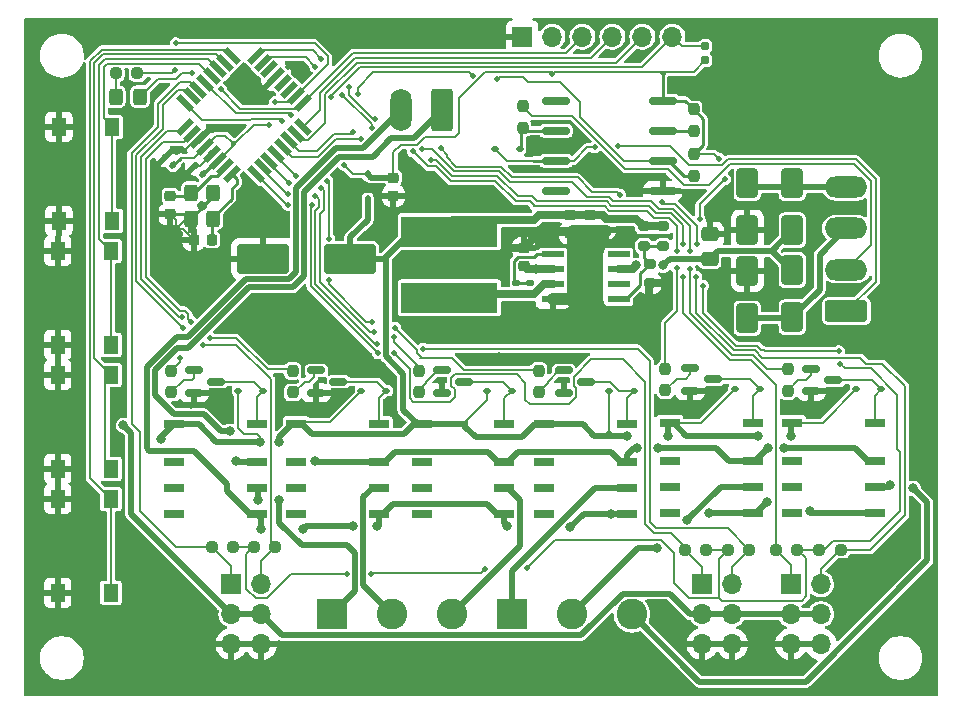
<source format=gbr>
%TF.GenerationSoftware,KiCad,Pcbnew,8.0.2*%
%TF.CreationDate,2024-10-12T15:06:23+02:00*%
%TF.ProjectId,OS-servoDriver_relay,4f532d73-6572-4766-9f44-72697665725f,rev?*%
%TF.SameCoordinates,Original*%
%TF.FileFunction,Copper,L1,Top*%
%TF.FilePolarity,Positive*%
%FSLAX46Y46*%
G04 Gerber Fmt 4.6, Leading zero omitted, Abs format (unit mm)*
G04 Created by KiCad (PCBNEW 8.0.2) date 2024-10-12 15:06:23*
%MOMM*%
%LPD*%
G01*
G04 APERTURE LIST*
G04 Aperture macros list*
%AMRoundRect*
0 Rectangle with rounded corners*
0 $1 Rounding radius*
0 $2 $3 $4 $5 $6 $7 $8 $9 X,Y pos of 4 corners*
0 Add a 4 corners polygon primitive as box body*
4,1,4,$2,$3,$4,$5,$6,$7,$8,$9,$2,$3,0*
0 Add four circle primitives for the rounded corners*
1,1,$1+$1,$2,$3*
1,1,$1+$1,$4,$5*
1,1,$1+$1,$6,$7*
1,1,$1+$1,$8,$9*
0 Add four rect primitives between the rounded corners*
20,1,$1+$1,$2,$3,$4,$5,0*
20,1,$1+$1,$4,$5,$6,$7,0*
20,1,$1+$1,$6,$7,$8,$9,0*
20,1,$1+$1,$8,$9,$2,$3,0*%
%AMRotRect*
0 Rectangle, with rotation*
0 The origin of the aperture is its center*
0 $1 length*
0 $2 width*
0 $3 Rotation angle, in degrees counterclockwise*
0 Add horizontal line*
21,1,$1,$2,0,0,$3*%
G04 Aperture macros list end*
%TA.AperFunction,SMDPad,CuDef*%
%ADD10RoundRect,0.237500X0.237500X-0.250000X0.237500X0.250000X-0.237500X0.250000X-0.237500X-0.250000X0*%
%TD*%
%TA.AperFunction,SMDPad,CuDef*%
%ADD11RoundRect,0.112500X-0.187500X-0.112500X0.187500X-0.112500X0.187500X0.112500X-0.187500X0.112500X0*%
%TD*%
%TA.AperFunction,SMDPad,CuDef*%
%ADD12RoundRect,0.225000X0.250000X-0.225000X0.250000X0.225000X-0.250000X0.225000X-0.250000X-0.225000X0*%
%TD*%
%TA.AperFunction,SMDPad,CuDef*%
%ADD13RoundRect,0.140000X-0.170000X0.140000X-0.170000X-0.140000X0.170000X-0.140000X0.170000X0.140000X0*%
%TD*%
%TA.AperFunction,SMDPad,CuDef*%
%ADD14RoundRect,0.250000X1.950000X1.000000X-1.950000X1.000000X-1.950000X-1.000000X1.950000X-1.000000X0*%
%TD*%
%TA.AperFunction,SMDPad,CuDef*%
%ADD15RoundRect,0.250000X0.650000X-1.000000X0.650000X1.000000X-0.650000X1.000000X-0.650000X-1.000000X0*%
%TD*%
%TA.AperFunction,SMDPad,CuDef*%
%ADD16RoundRect,0.112500X0.187500X0.112500X-0.187500X0.112500X-0.187500X-0.112500X0.187500X-0.112500X0*%
%TD*%
%TA.AperFunction,SMDPad,CuDef*%
%ADD17R,1.800000X0.800000*%
%TD*%
%TA.AperFunction,SMDPad,CuDef*%
%ADD18RoundRect,0.250000X-0.650000X1.000000X-0.650000X-1.000000X0.650000X-1.000000X0.650000X1.000000X0*%
%TD*%
%TA.AperFunction,SMDPad,CuDef*%
%ADD19RoundRect,0.160000X-0.160000X0.197500X-0.160000X-0.197500X0.160000X-0.197500X0.160000X0.197500X0*%
%TD*%
%TA.AperFunction,SMDPad,CuDef*%
%ADD20RoundRect,0.237500X0.250000X0.237500X-0.250000X0.237500X-0.250000X-0.237500X0.250000X-0.237500X0*%
%TD*%
%TA.AperFunction,SMDPad,CuDef*%
%ADD21R,1.300000X1.550000*%
%TD*%
%TA.AperFunction,SMDPad,CuDef*%
%ADD22R,1.910000X0.610000*%
%TD*%
%TA.AperFunction,SMDPad,CuDef*%
%ADD23R,1.205000X1.550000*%
%TD*%
%TA.AperFunction,ComponentPad*%
%ADD24R,2.600000X2.600000*%
%TD*%
%TA.AperFunction,ComponentPad*%
%ADD25C,2.600000*%
%TD*%
%TA.AperFunction,SMDPad,CuDef*%
%ADD26RoundRect,0.150000X-0.587500X-0.150000X0.587500X-0.150000X0.587500X0.150000X-0.587500X0.150000X0*%
%TD*%
%TA.AperFunction,SMDPad,CuDef*%
%ADD27RoundRect,0.112500X-0.112500X0.187500X-0.112500X-0.187500X0.112500X-0.187500X0.112500X0.187500X0*%
%TD*%
%TA.AperFunction,SMDPad,CuDef*%
%ADD28RoundRect,0.200000X-0.275000X0.200000X-0.275000X-0.200000X0.275000X-0.200000X0.275000X0.200000X0*%
%TD*%
%TA.AperFunction,SMDPad,CuDef*%
%ADD29RoundRect,0.225000X-0.250000X0.225000X-0.250000X-0.225000X0.250000X-0.225000X0.250000X0.225000X0*%
%TD*%
%TA.AperFunction,ComponentPad*%
%ADD30R,1.700000X1.700000*%
%TD*%
%TA.AperFunction,ComponentPad*%
%ADD31O,1.700000X1.700000*%
%TD*%
%TA.AperFunction,SMDPad,CuDef*%
%ADD32R,8.200000X2.600000*%
%TD*%
%TA.AperFunction,SMDPad,CuDef*%
%ADD33RoundRect,0.162500X-1.012500X-0.162500X1.012500X-0.162500X1.012500X0.162500X-1.012500X0.162500X0*%
%TD*%
%TA.AperFunction,SMDPad,CuDef*%
%ADD34RoundRect,0.237500X-0.237500X0.250000X-0.237500X-0.250000X0.237500X-0.250000X0.237500X0.250000X0*%
%TD*%
%TA.AperFunction,SMDPad,CuDef*%
%ADD35RoundRect,0.300000X-0.300000X0.400000X-0.300000X-0.400000X0.300000X-0.400000X0.300000X0.400000X0*%
%TD*%
%TA.AperFunction,SMDPad,CuDef*%
%ADD36RoundRect,0.140000X0.219203X0.021213X0.021213X0.219203X-0.219203X-0.021213X-0.021213X-0.219203X0*%
%TD*%
%TA.AperFunction,SMDPad,CuDef*%
%ADD37RoundRect,0.250000X-0.475000X0.337500X-0.475000X-0.337500X0.475000X-0.337500X0.475000X0.337500X0*%
%TD*%
%TA.AperFunction,ComponentPad*%
%ADD38RoundRect,0.250000X0.650000X1.550000X-0.650000X1.550000X-0.650000X-1.550000X0.650000X-1.550000X0*%
%TD*%
%TA.AperFunction,ComponentPad*%
%ADD39O,1.800000X3.600000*%
%TD*%
%TA.AperFunction,SMDPad,CuDef*%
%ADD40RotRect,1.600000X0.550000X45.000000*%
%TD*%
%TA.AperFunction,SMDPad,CuDef*%
%ADD41RotRect,1.600000X0.550000X135.000000*%
%TD*%
%TA.AperFunction,SMDPad,CuDef*%
%ADD42RoundRect,0.225000X-0.225000X-0.250000X0.225000X-0.250000X0.225000X0.250000X-0.225000X0.250000X0*%
%TD*%
%TA.AperFunction,ComponentPad*%
%ADD43RoundRect,0.250000X1.550000X-0.650000X1.550000X0.650000X-1.550000X0.650000X-1.550000X-0.650000X0*%
%TD*%
%TA.AperFunction,ComponentPad*%
%ADD44O,3.600000X1.800000*%
%TD*%
%TA.AperFunction,SMDPad,CuDef*%
%ADD45RoundRect,0.200000X0.275000X-0.200000X0.275000X0.200000X-0.275000X0.200000X-0.275000X-0.200000X0*%
%TD*%
%TA.AperFunction,SMDPad,CuDef*%
%ADD46RoundRect,0.237500X-0.250000X-0.237500X0.250000X-0.237500X0.250000X0.237500X-0.250000X0.237500X0*%
%TD*%
%TA.AperFunction,SMDPad,CuDef*%
%ADD47RoundRect,0.250000X0.325000X0.450000X-0.325000X0.450000X-0.325000X-0.450000X0.325000X-0.450000X0*%
%TD*%
%TA.AperFunction,ViaPad*%
%ADD48C,0.500000*%
%TD*%
%TA.AperFunction,ViaPad*%
%ADD49C,0.800000*%
%TD*%
%TA.AperFunction,Conductor*%
%ADD50C,0.700000*%
%TD*%
%TA.AperFunction,Conductor*%
%ADD51C,0.200000*%
%TD*%
%TA.AperFunction,Conductor*%
%ADD52C,1.000000*%
%TD*%
%TA.AperFunction,Conductor*%
%ADD53C,0.250000*%
%TD*%
%TA.AperFunction,Conductor*%
%ADD54C,0.500000*%
%TD*%
G04 APERTURE END LIST*
D10*
%TO.P,R703,1*%
%TO.N,Net-(Q701-B)*%
X183769000Y-134516500D03*
%TO.P,R703,2*%
%TO.N,/atmega/bus1.relay1*%
X183769000Y-132691500D03*
%TD*%
D11*
%TO.P,D801,1,K*%
%TO.N,+5VA*%
X210532000Y-134366000D03*
%TO.P,D801,2,A*%
%TO.N,Net-(D801-A)*%
X212632000Y-134366000D03*
%TD*%
D12*
%TO.P,C901,1*%
%TO.N,VCC*%
X213614000Y-123838000D03*
%TO.P,C901,2*%
%TO.N,GND*%
X213614000Y-122288000D03*
%TD*%
D13*
%TO.P,C906,1*%
%TO.N,+5VA*%
X220599000Y-119791000D03*
%TO.P,C906,2*%
%TO.N,GND*%
X220599000Y-120751000D03*
%TD*%
D14*
%TO.P,C401,1*%
%TO.N,+5VA*%
X198899000Y-123190000D03*
%TO.P,C401,2*%
%TO.N,GND*%
X191499000Y-123190000D03*
%TD*%
D15*
%TO.P,D1101,1,K*%
%TO.N,VCC*%
X236347000Y-120777000D03*
%TO.P,D1101,2,A*%
%TO.N,/D_bridge/AC_1*%
X236347000Y-116777000D03*
%TD*%
D16*
%TO.P,D1001,1,K*%
%TO.N,Net-(D1001-K)*%
X213267000Y-113919000D03*
%TO.P,D1001,2,A*%
%TO.N,/DCC/DCC_B*%
X211167000Y-113919000D03*
%TD*%
D12*
%TO.P,C201,1*%
%TO.N,GND*%
X183665103Y-119428583D03*
%TO.P,C201,2*%
%TO.N,/atmega/X1*%
X183665103Y-117878583D03*
%TD*%
D17*
%TO.P,K802,1*%
%TO.N,+5VA*%
X215323646Y-137200000D03*
%TO.P,K802,2*%
%TO.N,unconnected-(K802-Pad2)*%
X215323646Y-140400000D03*
%TO.P,K802,3*%
%TO.N,unconnected-(K802-Pad3)*%
X215323646Y-142600000D03*
%TO.P,K802,4*%
%TO.N,unconnected-(K802-Pad4)*%
X215323646Y-144800000D03*
%TO.P,K802,5*%
%TO.N,/servo1-2/DCC_A*%
X222323646Y-144800000D03*
%TO.P,K802,6*%
%TO.N,/servo3-4/FROG2*%
X222323646Y-142600000D03*
%TO.P,K802,7*%
%TO.N,/servo1-2/DCC_B*%
X222323646Y-140400000D03*
%TO.P,K802,8*%
%TO.N,Net-(D802-A)*%
X222323646Y-137200000D03*
%TD*%
%TO.P,K701,1*%
%TO.N,+5VA*%
X184000000Y-137200000D03*
%TO.P,K701,2*%
%TO.N,unconnected-(K701-Pad2)*%
X184000000Y-140400000D03*
%TO.P,K701,3*%
%TO.N,unconnected-(K701-Pad3)*%
X184000000Y-142600000D03*
%TO.P,K701,4*%
%TO.N,unconnected-(K701-Pad4)*%
X184000000Y-144800000D03*
%TO.P,K701,5*%
%TO.N,/servo1-2/DCC_A*%
X191000000Y-144800000D03*
%TO.P,K701,6*%
%TO.N,/servo1-2/FROG1*%
X191000000Y-142600000D03*
%TO.P,K701,7*%
%TO.N,/servo1-2/DCC_B*%
X191000000Y-140400000D03*
%TO.P,K701,8*%
%TO.N,Net-(D701-A)*%
X191000000Y-137200000D03*
%TD*%
D18*
%TO.P,D1103,2,A*%
%TO.N,/D_bridge/AC_2*%
X236327000Y-128143000D03*
%TO.P,D1103,1,K*%
%TO.N,VCC*%
X236327000Y-124143000D03*
%TD*%
D13*
%TO.P,C902,1*%
%TO.N,Net-(U901-BS)*%
X214122000Y-125222000D03*
%TO.P,C902,2*%
%TO.N,Net-(U901-SW)*%
X214122000Y-126182000D03*
%TD*%
D19*
%TO.P,R202,1*%
%TO.N,/atmega/reset*%
X228981000Y-105193500D03*
%TO.P,R202,2*%
%TO.N,+5V*%
X228981000Y-106388500D03*
%TD*%
D10*
%TO.P,R803,1*%
%TO.N,Net-(Q801-B)*%
X204724000Y-134516500D03*
%TO.P,R803,2*%
%TO.N,/atmega/bus2.relay1*%
X204724000Y-132691500D03*
%TD*%
D20*
%TO.P,R201,1*%
%TO.N,+5V*%
X180888000Y-107483000D03*
%TO.P,R201,2*%
%TO.N,Net-(D201-A)*%
X179063000Y-107483000D03*
%TD*%
D21*
%TO.P,SW604,1,1*%
%TO.N,GND*%
X174250000Y-119975000D03*
X174250000Y-112025000D03*
%TO.P,SW604,2,2*%
%TO.N,/atmega/sw4*%
X178750000Y-119975000D03*
X178750000Y-112025000D03*
%TD*%
D22*
%TO.P,U901,1,BS*%
%TO.N,Net-(U901-BS)*%
X216073500Y-122809000D03*
%TO.P,U901,2,Vin*%
%TO.N,VCC*%
X216073500Y-124079000D03*
%TO.P,U901,3,SW*%
%TO.N,Net-(U901-SW)*%
X216073500Y-125349000D03*
%TO.P,U901,4,GND*%
%TO.N,GND*%
X216073500Y-126619000D03*
%TO.P,U901,5,FB*%
%TO.N,Net-(U901-FB)*%
X221633500Y-126619000D03*
%TO.P,U901,6,NC*%
%TO.N,unconnected-(U901-NC-Pad6)*%
X221633500Y-125349000D03*
%TO.P,U901,7,EN*%
%TO.N,VCC*%
X221633500Y-124079000D03*
%TO.P,U901,8,NC*%
%TO.N,unconnected-(U901-NC-Pad8)*%
X221633500Y-122809000D03*
D23*
%TO.P,U901,9,GND*%
%TO.N,GND*%
X218251000Y-123939000D03*
X218251000Y-125489000D03*
X219456000Y-123939000D03*
X219456000Y-125489000D03*
%TD*%
D17*
%TO.P,K901,1*%
%TO.N,+5VA*%
X225973646Y-137099000D03*
%TO.P,K901,2*%
%TO.N,unconnected-(K901-Pad2)*%
X225973646Y-140299000D03*
%TO.P,K901,3*%
%TO.N,unconnected-(K901-Pad3)*%
X225973646Y-142499000D03*
%TO.P,K901,4*%
%TO.N,unconnected-(K901-Pad4)*%
X225973646Y-144699000D03*
%TO.P,K901,5*%
%TO.N,/servo1-2/DCC_A*%
X232973646Y-144699000D03*
%TO.P,K901,6*%
%TO.N,/servo5-6/FROG1*%
X232973646Y-142499000D03*
%TO.P,K901,7*%
%TO.N,/servo1-2/DCC_B*%
X232973646Y-140299000D03*
%TO.P,K901,8*%
%TO.N,Net-(D901-A)*%
X232973646Y-137099000D03*
%TD*%
D21*
%TO.P,SW601,1,1*%
%TO.N,GND*%
X174153000Y-151475000D03*
X174153000Y-143525000D03*
%TO.P,SW601,2,2*%
%TO.N,/atmega/sw1*%
X178653000Y-151475000D03*
X178653000Y-143525000D03*
%TD*%
D24*
%TO.P,J103,1,Pin_1*%
%TO.N,/servo1-2/FROG1*%
X197358000Y-153289000D03*
D25*
%TO.P,J103,2,Pin_2*%
%TO.N,/servo1-2/FROG2*%
X202438000Y-153289000D03*
%TO.P,J103,3,Pin_3*%
%TO.N,/servo3-4/FROG1*%
X207518000Y-153289000D03*
%TD*%
D26*
%TO.P,Q802,1,B*%
%TO.N,Net-(Q802-B)*%
X216994500Y-132654000D03*
%TO.P,Q802,2,E*%
%TO.N,GND*%
X216994500Y-134554000D03*
%TO.P,Q802,3,C*%
%TO.N,Net-(D802-A)*%
X218869500Y-133604000D03*
%TD*%
D27*
%TO.P,D401,1,K*%
%TO.N,+5V*%
X200406000Y-116044000D03*
%TO.P,D401,2,A*%
%TO.N,+5VA*%
X200406000Y-118144000D03*
%TD*%
D28*
%TO.P,R901,1*%
%TO.N,+5VA*%
X225425000Y-120460000D03*
%TO.P,R901,2*%
%TO.N,Net-(U901-FB)*%
X225425000Y-122110000D03*
%TD*%
D29*
%TO.P,C905,1*%
%TO.N,+5VA*%
X217551000Y-119494000D03*
%TO.P,C905,2*%
%TO.N,GND*%
X217551000Y-121044000D03*
%TD*%
D20*
%TO.P,R905,1*%
%TO.N,/atmega/bus3.pin2*%
X240458000Y-147828000D03*
%TO.P,R905,2*%
%TO.N,+5V*%
X238633000Y-147828000D03*
%TD*%
D10*
%TO.P,R704,1*%
%TO.N,Net-(Q702-B)*%
X194056000Y-134516500D03*
%TO.P,R704,2*%
%TO.N,/atmega/bus1.relay2*%
X194056000Y-132691500D03*
%TD*%
D30*
%TO.P,J901,1,Pin_1*%
%TO.N,/atmega/bus3.pin1*%
X236220000Y-150749000D03*
D31*
%TO.P,J901,2,Pin_2*%
%TO.N,/atmega/bus3.pin2*%
X238760000Y-150749000D03*
%TO.P,J901,3,Pin_3*%
%TO.N,+5VA*%
X236220000Y-153289000D03*
%TO.P,J901,4,Pin_4*%
X238760000Y-153289000D03*
%TO.P,J901,5,Pin_5*%
%TO.N,GND*%
X236220000Y-155829000D03*
%TO.P,J901,6,Pin_6*%
X238760000Y-155829000D03*
%TD*%
D10*
%TO.P,R907,1*%
%TO.N,Net-(Q902-B)*%
X235966000Y-134389500D03*
%TO.P,R907,2*%
%TO.N,/atmega/bus3.relay2*%
X235966000Y-132564500D03*
%TD*%
D30*
%TO.P,J701,1,Pin_1*%
%TO.N,/atmega/bus1.pin1*%
X188849000Y-150749000D03*
D31*
%TO.P,J701,2,Pin_2*%
%TO.N,/atmega/bus1.pin2*%
X191389000Y-150749000D03*
%TO.P,J701,3,Pin_3*%
%TO.N,+5VA*%
X188849000Y-153289000D03*
%TO.P,J701,4,Pin_4*%
X191389000Y-153289000D03*
%TO.P,J701,5,Pin_5*%
%TO.N,GND*%
X188849000Y-155829000D03*
%TO.P,J701,6,Pin_6*%
X191389000Y-155829000D03*
%TD*%
D32*
%TO.P,L901,1,1*%
%TO.N,Net-(U901-SW)*%
X207310500Y-126498000D03*
%TO.P,L901,2,2*%
%TO.N,+5VA*%
X207310500Y-120898000D03*
%TD*%
D26*
%TO.P,Q901,1,B*%
%TO.N,Net-(Q901-B)*%
X227711000Y-132466000D03*
%TO.P,Q901,2,E*%
%TO.N,GND*%
X227711000Y-134366000D03*
%TO.P,Q901,3,C*%
%TO.N,Net-(D901-A)*%
X229586000Y-133416000D03*
%TD*%
D11*
%TO.P,D701,1,K*%
%TO.N,+5VA*%
X189450000Y-134366000D03*
%TO.P,D701,2,A*%
%TO.N,Net-(D701-A)*%
X191550000Y-134366000D03*
%TD*%
D33*
%TO.P,U1001,1,NC*%
%TO.N,unconnected-(U1001-NC-Pad1)*%
X216315657Y-109820343D03*
%TO.P,U1001,2,A*%
%TO.N,Net-(D1001-K)*%
X216315657Y-112360343D03*
%TO.P,U1001,3,C*%
%TO.N,/DCC/DCC_B*%
X216315657Y-114900343D03*
%TO.P,U1001,4*%
%TO.N,N/C*%
X216315657Y-117440343D03*
%TO.P,U1001,5,GND*%
%TO.N,GND*%
X225365657Y-117440343D03*
%TO.P,U1001,6,VO*%
%TO.N,/DCC/DCC_TTL*%
X225365657Y-114900343D03*
%TO.P,U1001,7,EN*%
%TO.N,Net-(U1001-EN)*%
X225365657Y-112360343D03*
%TO.P,U1001,8,VCC*%
%TO.N,+5V*%
X225365657Y-109820343D03*
%TD*%
D28*
%TO.P,R902,1*%
%TO.N,Net-(U901-FB)*%
X224282000Y-123635000D03*
%TO.P,R902,2*%
%TO.N,GND*%
X224282000Y-125285000D03*
%TD*%
D30*
%TO.P,J201,1,Pin_1*%
%TO.N,GND*%
X213487000Y-104394000D03*
D31*
%TO.P,J201,2,Pin_2*%
%TO.N,+5V*%
X216027000Y-104394000D03*
%TO.P,J201,3,Pin_3*%
%TO.N,/atmega/LED*%
X218567000Y-104394000D03*
%TO.P,J201,4,Pin_4*%
%TO.N,/atmega/MISO*%
X221107000Y-104394000D03*
%TO.P,J201,5,Pin_5*%
%TO.N,/atmega/MOSI*%
X223647000Y-104394000D03*
%TO.P,J201,6,Pin_6*%
%TO.N,/atmega/reset*%
X226187000Y-104394000D03*
%TD*%
D20*
%TO.P,R802,1*%
%TO.N,/atmega/bus2.pin2*%
X232711000Y-147828000D03*
%TO.P,R802,2*%
%TO.N,+5V*%
X230886000Y-147828000D03*
%TD*%
D11*
%TO.P,D702,1,K*%
%TO.N,+5VA*%
X199864000Y-134366000D03*
%TO.P,D702,2,A*%
%TO.N,Net-(D702-A)*%
X201964000Y-134366000D03*
%TD*%
D34*
%TO.P,R1001,1*%
%TO.N,/DCC/DCC_A*%
X213517657Y-110281843D03*
%TO.P,R1001,2*%
%TO.N,Net-(D1001-K)*%
X213517657Y-112106843D03*
%TD*%
D17*
%TO.P,K702,1*%
%TO.N,+5VA*%
X194350000Y-137200000D03*
%TO.P,K702,2*%
%TO.N,unconnected-(K702-Pad2)*%
X194350000Y-140400000D03*
%TO.P,K702,3*%
%TO.N,unconnected-(K702-Pad3)*%
X194350000Y-142600000D03*
%TO.P,K702,4*%
%TO.N,unconnected-(K702-Pad4)*%
X194350000Y-144800000D03*
%TO.P,K702,5*%
%TO.N,/servo1-2/DCC_A*%
X201350000Y-144800000D03*
%TO.P,K702,6*%
%TO.N,/servo1-2/FROG2*%
X201350000Y-142600000D03*
%TO.P,K702,7*%
%TO.N,/servo1-2/DCC_B*%
X201350000Y-140400000D03*
%TO.P,K702,8*%
%TO.N,Net-(D702-A)*%
X201350000Y-137200000D03*
%TD*%
D20*
%TO.P,R702,1*%
%TO.N,/atmega/bus1.pin2*%
X192579000Y-147574000D03*
%TO.P,R702,2*%
%TO.N,+5V*%
X190754000Y-147574000D03*
%TD*%
D10*
%TO.P,R906,1*%
%TO.N,Net-(Q901-B)*%
X225600500Y-134328500D03*
%TO.P,R906,2*%
%TO.N,/atmega/bus3.relay1*%
X225600500Y-132503500D03*
%TD*%
D35*
%TO.P,Y201,1,1*%
%TO.N,/atmega/X1*%
X185416103Y-117596583D03*
%TO.P,Y201,2,GND*%
%TO.N,GND*%
X185416103Y-119796583D03*
%TO.P,Y201,3,3*%
%TO.N,/atmega/X2*%
X187316103Y-119796583D03*
%TO.P,Y201,4,GND*%
%TO.N,GND*%
X187316103Y-117596583D03*
%TD*%
D36*
%TO.P,C204,1*%
%TO.N,+5V*%
X183946524Y-115274411D03*
%TO.P,C204,2*%
%TO.N,GND*%
X183267702Y-114595589D03*
%TD*%
D17*
%TO.P,K902,1*%
%TO.N,+5VA*%
X236323646Y-137099000D03*
%TO.P,K902,2*%
%TO.N,unconnected-(K902-Pad2)*%
X236323646Y-140299000D03*
%TO.P,K902,3*%
%TO.N,unconnected-(K902-Pad3)*%
X236323646Y-142499000D03*
%TO.P,K902,4*%
%TO.N,unconnected-(K902-Pad4)*%
X236323646Y-144699000D03*
%TO.P,K902,5*%
%TO.N,/servo1-2/DCC_A*%
X243323646Y-144699000D03*
%TO.P,K902,6*%
%TO.N,/servo5-6/FROG2*%
X243323646Y-142499000D03*
%TO.P,K902,7*%
%TO.N,/servo1-2/DCC_B*%
X243323646Y-140299000D03*
%TO.P,K902,8*%
%TO.N,Net-(D902-A)*%
X243323646Y-137099000D03*
%TD*%
D26*
%TO.P,Q702,1,B*%
%TO.N,Net-(Q702-B)*%
X196039500Y-132654000D03*
%TO.P,Q702,2,E*%
%TO.N,GND*%
X196039500Y-134554000D03*
%TO.P,Q702,3,C*%
%TO.N,Net-(D702-A)*%
X197914500Y-133604000D03*
%TD*%
D21*
%TO.P,SW602,1,1*%
%TO.N,GND*%
X174153000Y-140975000D03*
X174153000Y-133025000D03*
%TO.P,SW602,2,2*%
%TO.N,/atmega/sw2*%
X178653000Y-140975000D03*
X178653000Y-133025000D03*
%TD*%
D13*
%TO.P,C903,1*%
%TO.N,Net-(U901-BS)*%
X212979000Y-125222000D03*
%TO.P,C903,2*%
%TO.N,Net-(U901-SW)*%
X212979000Y-126182000D03*
%TD*%
D11*
%TO.P,D802,1,K*%
%TO.N,+5VA*%
X220819000Y-134366000D03*
%TO.P,D802,2,A*%
%TO.N,Net-(D802-A)*%
X222919000Y-134366000D03*
%TD*%
D18*
%TO.P,D1102,1,K*%
%TO.N,/D_bridge/AC_1*%
X232537000Y-116779000D03*
%TO.P,D1102,2,A*%
%TO.N,GND*%
X232537000Y-120779000D03*
%TD*%
D37*
%TO.P,C907,1*%
%TO.N,GND*%
X229362000Y-121136500D03*
%TO.P,C907,2*%
%TO.N,VCC*%
X229362000Y-123211500D03*
%TD*%
D38*
%TO.P,J102,1,Pin_1*%
%TO.N,/servo1-2/DCC_B*%
X206700000Y-110628500D03*
D39*
%TO.P,J102,2,Pin_2*%
%TO.N,/servo1-2/DCC_A*%
X203200000Y-110628500D03*
%TD*%
D40*
%TO.P,U202,1,PD3*%
%TO.N,/atmega/bus1.relay1*%
X184912000Y-112048888D03*
%TO.P,U202,2,PD4*%
%TO.N,/atmega/bus1.relay2*%
X185477686Y-112614573D03*
%TO.P,U202,3,GND*%
%TO.N,GND*%
X186043371Y-113180259D03*
%TO.P,U202,4,VCC*%
%TO.N,+5V*%
X186609056Y-113745944D03*
%TO.P,U202,5,GND*%
%TO.N,GND*%
X187174742Y-114311630D03*
%TO.P,U202,6,VCC*%
%TO.N,+5V*%
X187740427Y-114877315D03*
%TO.P,U202,7,XTAL1/PB6*%
%TO.N,/atmega/X1*%
X188306113Y-115443000D03*
%TO.P,U202,8,XTAL2/PB7*%
%TO.N,/atmega/X2*%
X188871798Y-116008686D03*
D41*
%TO.P,U202,9,PD5*%
%TO.N,/atmega/bus2.pin1*%
X190922408Y-116008686D03*
%TO.P,U202,10,PD6*%
%TO.N,/atmega/bus2.pin2*%
X191488093Y-115443000D03*
%TO.P,U202,11,PD7*%
%TO.N,/atmega/bus2.relay1*%
X192053779Y-114877315D03*
%TO.P,U202,12,PB0*%
%TO.N,/atmega/bus2.relay2*%
X192619464Y-114311630D03*
%TO.P,U202,13,PB1*%
%TO.N,/atmega/bus3.pin1*%
X193185150Y-113745944D03*
%TO.P,U202,14,PB2*%
%TO.N,/atmega/bus3.pin2*%
X193750835Y-113180259D03*
%TO.P,U202,15,PB3*%
%TO.N,/atmega/MOSI*%
X194316520Y-112614573D03*
%TO.P,U202,16,PB4*%
%TO.N,/atmega/MISO*%
X194882206Y-112048888D03*
D40*
%TO.P,U202,17,PB5*%
%TO.N,/atmega/LED*%
X194882206Y-109998278D03*
%TO.P,U202,18,AVCC*%
%TO.N,+5V*%
X194316520Y-109432593D03*
%TO.P,U202,19,ADC6*%
%TO.N,unconnected-(U202-ADC6-Pad19)*%
X193750835Y-108866907D03*
%TO.P,U202,20,AREF*%
%TO.N,unconnected-(U202-AREF-Pad20)*%
X193185150Y-108301222D03*
%TO.P,U202,21,GND*%
%TO.N,GND*%
X192619464Y-107735536D03*
%TO.P,U202,22,ADC7*%
%TO.N,unconnected-(U202-ADC7-Pad22)*%
X192053779Y-107169851D03*
%TO.P,U202,23,PC0*%
%TO.N,/atmega/bus3.relay1*%
X191488093Y-106604166D03*
%TO.P,U202,24,PC1*%
%TO.N,/atmega/bus3.relay2*%
X190922408Y-106038480D03*
D41*
%TO.P,U202,25,PC2*%
%TO.N,/atmega/sw1*%
X188871798Y-106038480D03*
%TO.P,U202,26,PC3*%
%TO.N,/atmega/sw2*%
X188306113Y-106604166D03*
%TO.P,U202,27,PC4*%
%TO.N,/atmega/sw3*%
X187740427Y-107169851D03*
%TO.P,U202,28,PC5*%
%TO.N,/atmega/sw4*%
X187174742Y-107735536D03*
%TO.P,U202,29,~{RESET}/PC6*%
%TO.N,/atmega/reset*%
X186609056Y-108301222D03*
%TO.P,U202,30,PD0*%
%TO.N,/atmega/bus1.pin1*%
X186043371Y-108866907D03*
%TO.P,U202,31,PD1*%
%TO.N,/atmega/bus1.pin2*%
X185477686Y-109432593D03*
%TO.P,U202,32,PD2*%
%TO.N,/DCC/DCC_TTL*%
X184912000Y-109998278D03*
%TD*%
D26*
%TO.P,Q701,1,B*%
%TO.N,Net-(Q701-B)*%
X185704000Y-132654000D03*
%TO.P,Q701,2,E*%
%TO.N,GND*%
X185704000Y-134554000D03*
%TO.P,Q701,3,C*%
%TO.N,Net-(D701-A)*%
X187579000Y-133604000D03*
%TD*%
D42*
%TO.P,C203,1*%
%TO.N,GND*%
X185652103Y-121574583D03*
%TO.P,C203,2*%
%TO.N,/atmega/X2*%
X187202103Y-121574583D03*
%TD*%
D30*
%TO.P,J801,1,Pin_1*%
%TO.N,/atmega/bus2.pin1*%
X228727000Y-150749000D03*
D31*
%TO.P,J801,2,Pin_2*%
%TO.N,/atmega/bus2.pin2*%
X231267000Y-150749000D03*
%TO.P,J801,3,Pin_3*%
%TO.N,+5VA*%
X228727000Y-153289000D03*
%TO.P,J801,4,Pin_4*%
X231267000Y-153289000D03*
%TO.P,J801,5,Pin_5*%
%TO.N,GND*%
X228727000Y-155829000D03*
%TO.P,J801,6,Pin_6*%
X231267000Y-155829000D03*
%TD*%
D15*
%TO.P,D1104,1,K*%
%TO.N,/D_bridge/AC_2*%
X232537000Y-128238000D03*
%TO.P,D1104,2,A*%
%TO.N,GND*%
X232537000Y-124238000D03*
%TD*%
D43*
%TO.P,J101,1,Pin_1*%
%TO.N,/DCC/DCC_B*%
X240919000Y-127623000D03*
D44*
%TO.P,J101,2,Pin_2*%
%TO.N,/DCC/DCC_A*%
X240919000Y-124123000D03*
%TO.P,J101,3,Pin_3*%
%TO.N,/D_bridge/AC_2*%
X240919000Y-120623000D03*
%TO.P,J101,4,Pin_4*%
%TO.N,/D_bridge/AC_1*%
X240919000Y-117123000D03*
%TD*%
D45*
%TO.P,R903,1*%
%TO.N,Net-(U901-FB)*%
X223774000Y-122110000D03*
%TO.P,R903,2*%
%TO.N,+5VA*%
X223774000Y-120460000D03*
%TD*%
D26*
%TO.P,Q902,1,B*%
%TO.N,Net-(Q902-B)*%
X237949500Y-132527000D03*
%TO.P,Q902,2,E*%
%TO.N,GND*%
X237949500Y-134427000D03*
%TO.P,Q902,3,C*%
%TO.N,Net-(D902-A)*%
X239824500Y-133477000D03*
%TD*%
D46*
%TO.P,R904,1*%
%TO.N,/atmega/bus3.pin1*%
X234950000Y-147828000D03*
%TO.P,R904,2*%
%TO.N,+5V*%
X236775000Y-147828000D03*
%TD*%
D47*
%TO.P,D201,1,K*%
%TO.N,/atmega/LED*%
X181111000Y-109474000D03*
%TO.P,D201,2,A*%
%TO.N,Net-(D201-A)*%
X179061000Y-109474000D03*
%TD*%
D46*
%TO.P,R701,1*%
%TO.N,/atmega/bus1.pin1*%
X187174500Y-147574000D03*
%TO.P,R701,2*%
%TO.N,+5V*%
X188999500Y-147574000D03*
%TD*%
D34*
%TO.P,R1003,1*%
%TO.N,+5V*%
X227995657Y-114345843D03*
%TO.P,R1003,2*%
%TO.N,/DCC/DCC_TTL*%
X227995657Y-116170843D03*
%TD*%
%TO.P,R1002,1*%
%TO.N,+5V*%
X227995657Y-110535843D03*
%TO.P,R1002,2*%
%TO.N,Net-(U1001-EN)*%
X227995657Y-112360843D03*
%TD*%
D10*
%TO.P,R804,1*%
%TO.N,Net-(Q802-B)*%
X214884000Y-134516500D03*
%TO.P,R804,2*%
%TO.N,/atmega/bus2.relay2*%
X214884000Y-132691500D03*
%TD*%
D36*
%TO.P,C202,1*%
%TO.N,+5V*%
X186427103Y-115986583D03*
%TO.P,C202,2*%
%TO.N,GND*%
X185748281Y-115307761D03*
%TD*%
D11*
%TO.P,D901,1,K*%
%TO.N,+5VA*%
X231487000Y-134239000D03*
%TO.P,D901,2,A*%
%TO.N,Net-(D901-A)*%
X233587000Y-134239000D03*
%TD*%
D29*
%TO.P,C402,1*%
%TO.N,+5V*%
X202565000Y-116319000D03*
%TO.P,C402,2*%
%TO.N,GND*%
X202565000Y-117869000D03*
%TD*%
D24*
%TO.P,J104,1,Pin_1*%
%TO.N,/servo3-4/FROG2*%
X212598000Y-153289000D03*
D25*
%TO.P,J104,2,Pin_2*%
%TO.N,/servo5-6/FROG1*%
X217678000Y-153289000D03*
%TO.P,J104,3,Pin_3*%
%TO.N,/servo5-6/FROG2*%
X222758000Y-153289000D03*
%TD*%
D46*
%TO.P,R801,1*%
%TO.N,/atmega/bus2.pin1*%
X227226500Y-147828000D03*
%TO.P,R801,2*%
%TO.N,+5V*%
X229051500Y-147828000D03*
%TD*%
D29*
%TO.P,C904,1*%
%TO.N,+5VA*%
X219217000Y-119494000D03*
%TO.P,C904,2*%
%TO.N,GND*%
X219217000Y-121044000D03*
%TD*%
D26*
%TO.P,Q801,1,B*%
%TO.N,Net-(Q801-B)*%
X206707500Y-132654000D03*
%TO.P,Q801,2,E*%
%TO.N,GND*%
X206707500Y-134554000D03*
%TO.P,Q801,3,C*%
%TO.N,Net-(D801-A)*%
X208582500Y-133604000D03*
%TD*%
D17*
%TO.P,K801,1*%
%TO.N,+5VA*%
X204973646Y-137200000D03*
%TO.P,K801,2*%
%TO.N,unconnected-(K801-Pad2)*%
X204973646Y-140400000D03*
%TO.P,K801,3*%
%TO.N,unconnected-(K801-Pad3)*%
X204973646Y-142600000D03*
%TO.P,K801,4*%
%TO.N,unconnected-(K801-Pad4)*%
X204973646Y-144800000D03*
%TO.P,K801,5*%
%TO.N,/servo1-2/DCC_A*%
X211973646Y-144800000D03*
%TO.P,K801,6*%
%TO.N,/servo3-4/FROG1*%
X211973646Y-142600000D03*
%TO.P,K801,7*%
%TO.N,/servo1-2/DCC_B*%
X211973646Y-140400000D03*
%TO.P,K801,8*%
%TO.N,Net-(D801-A)*%
X211973646Y-137200000D03*
%TD*%
D21*
%TO.P,SW603,1,1*%
%TO.N,GND*%
X174153000Y-130475000D03*
X174153000Y-122525000D03*
%TO.P,SW603,2,2*%
%TO.N,/atmega/sw3*%
X178653000Y-130475000D03*
X178653000Y-122525000D03*
%TD*%
D11*
%TO.P,D902,1,K*%
%TO.N,+5VA*%
X241774000Y-134239000D03*
%TO.P,D902,2,A*%
%TO.N,Net-(D902-A)*%
X243874000Y-134239000D03*
%TD*%
D48*
%TO.N,GND*%
X241554000Y-151765000D03*
D49*
X184150000Y-120685583D03*
D48*
X183642000Y-149987000D03*
X174117000Y-153162000D03*
X220125657Y-114646343D03*
X177927000Y-103886000D03*
D49*
X217805000Y-122428000D03*
D48*
X180857000Y-111633000D03*
X187198000Y-134620000D03*
X172212000Y-131572000D03*
X211201000Y-118745000D03*
X248000000Y-150000000D03*
X184912000Y-116078000D03*
X186690000Y-123063000D03*
X222042500Y-121158000D03*
X182499000Y-121031000D03*
X192913000Y-133096000D03*
X191897000Y-120904000D03*
X174117000Y-113792000D03*
X227711000Y-135255000D03*
X241681000Y-156464000D03*
X172339000Y-121158000D03*
X188214000Y-123952000D03*
X201676000Y-132207000D03*
D49*
X186400311Y-118739580D03*
D48*
X182753000Y-124460000D03*
X185928000Y-127127000D03*
X173990000Y-135001000D03*
X173990000Y-118110000D03*
X188214000Y-125095000D03*
X240538000Y-134366000D03*
X229235000Y-134366000D03*
X186055000Y-156845000D03*
X194691000Y-157099000D03*
X228092000Y-136271000D03*
X174244000Y-128397000D03*
D49*
X219837000Y-126873000D03*
D48*
X182499000Y-119507000D03*
X191389000Y-108839000D03*
X195707000Y-135636000D03*
X193167000Y-120904000D03*
X195072000Y-107696000D03*
X183515000Y-116586000D03*
X221107000Y-156083000D03*
X224663000Y-157988000D03*
X188976000Y-108458000D03*
X174117000Y-124333000D03*
D49*
X218821000Y-126873000D03*
D48*
X188595000Y-121031000D03*
X179578000Y-145542000D03*
X201041000Y-156591000D03*
X190246000Y-117094000D03*
X213914500Y-118872000D03*
D49*
X218821000Y-122428000D03*
D48*
X225298000Y-135763000D03*
X193167000Y-135890000D03*
X180721000Y-149098000D03*
D49*
X225679000Y-125349000D03*
D48*
X179451000Y-116078000D03*
X237871000Y-135255000D03*
D49*
X217805000Y-126873000D03*
D48*
X215045657Y-113757343D03*
X235966000Y-135763000D03*
X225552000Y-153797000D03*
X245000000Y-149000000D03*
X182499000Y-115443000D03*
X193675000Y-106934000D03*
X184877113Y-114046000D03*
X211836000Y-156845000D03*
X188595000Y-136271000D03*
X172339000Y-142367000D03*
D49*
X223169657Y-117544343D03*
D48*
X238252000Y-136271000D03*
X174244000Y-139065000D03*
X184658000Y-152781000D03*
X190373000Y-120777000D03*
X189611000Y-107188000D03*
X188214000Y-122682000D03*
X216916000Y-133604000D03*
D49*
X212344000Y-122301000D03*
X211500000Y-131500000D03*
X224155000Y-126746000D03*
D48*
X174498000Y-109855000D03*
X196977000Y-131318000D03*
X172212000Y-151638000D03*
X239395000Y-134493000D03*
X173863000Y-145034000D03*
X179451000Y-124206000D03*
X248412000Y-131191000D03*
X184912000Y-126746000D03*
X190119000Y-109601000D03*
D49*
X214376000Y-121412000D03*
D48*
X172339000Y-112014000D03*
X188849000Y-119888000D03*
D49*
X219837000Y-122428000D03*
D48*
X240411000Y-149225000D03*
X206629000Y-133731000D03*
X182372000Y-117094000D03*
X225332657Y-116297343D03*
X247523000Y-141478000D03*
X176022000Y-151638000D03*
X185420000Y-135636000D03*
X197485000Y-134620000D03*
X246634000Y-145796000D03*
X241000000Y-159500000D03*
D49*
%TO.N,VCC*%
X225425000Y-123754950D03*
X214630000Y-124079000D03*
X223137450Y-123754950D03*
%TO.N,+5VA*%
X179705000Y-137287000D03*
X233426000Y-138176000D03*
X225806000Y-138176000D03*
X182880000Y-138430000D03*
X222377000Y-138199502D03*
X191262000Y-138684000D03*
X192913000Y-138684000D03*
X236220000Y-138176000D03*
D48*
%TO.N,/atmega/LED*%
X185547000Y-107442000D03*
X187960000Y-108839000D03*
%TO.N,/DCC/DCC_B*%
X219609748Y-113765252D03*
X221622909Y-113657091D03*
%TO.N,/atmega/reset*%
X197320843Y-109534157D03*
X193865500Y-111042733D03*
%TO.N,/DCC/DCC_TTL*%
X211328000Y-107941000D03*
X199529513Y-109286008D03*
X209288091Y-107688091D03*
X193167000Y-111506000D03*
%TO.N,/atmega/bus2.pin1*%
X202634950Y-131186050D03*
X201230000Y-131191000D03*
X195710000Y-118618000D03*
X193610000Y-118618000D03*
%TO.N,/atmega/bus2.pin2*%
X195961000Y-117856000D03*
X201206909Y-130390091D03*
X205105000Y-130800000D03*
X193610000Y-117714907D03*
%TO.N,/atmega/bus3.pin1*%
X205717034Y-114830966D03*
X227118000Y-124714000D03*
X227118000Y-121920000D03*
X199797788Y-113040762D03*
%TO.N,/atmega/bus3.pin2*%
X206570676Y-113844858D03*
X228261000Y-121920000D03*
X228218000Y-124714000D03*
X225298000Y-118410000D03*
X199136000Y-112490762D03*
X221742000Y-117776000D03*
%TO.N,/atmega/bus1.pin2*%
X186473450Y-130466450D03*
X184785000Y-129032000D03*
D49*
%TO.N,/servo1-2/FROG1*%
X192899500Y-143637000D03*
X191135000Y-143637000D03*
%TO.N,/servo5-6/FROG2*%
X244602000Y-142367000D03*
X246571500Y-142621000D03*
%TO.N,/servo5-6/FROG1*%
X224917000Y-147701000D03*
X227457000Y-145321657D03*
D48*
%TO.N,/atmega/bus1.relay1*%
X184665909Y-128135091D03*
X184531000Y-131572000D03*
%TO.N,/atmega/bus1.relay2*%
X187071000Y-129916450D03*
X185420000Y-128524000D03*
%TO.N,/atmega/bus2.relay1*%
X196469000Y-117221000D03*
X200914000Y-129413000D03*
X202630000Y-129840091D03*
X193750000Y-116801000D03*
%TO.N,/atmega/bus2.relay2*%
X202692000Y-129032000D03*
X197104000Y-124968000D03*
X200787000Y-128524000D03*
X194323025Y-116218025D03*
X196977000Y-116586000D03*
X197108337Y-121490000D03*
%TO.N,/atmega/bus3.relay1*%
X204216000Y-114107750D03*
X226568000Y-123952000D03*
X226568000Y-122511500D03*
X200715527Y-112123023D03*
X195961000Y-106934000D03*
X198191409Y-109291409D03*
%TO.N,/atmega/bus3.relay2*%
X196476909Y-106291091D03*
X201048349Y-111370530D03*
X205007916Y-113876220D03*
X227711000Y-122511500D03*
X227668000Y-124079000D03*
X198834318Y-108648500D03*
D49*
%TO.N,/servo1-2/DCC_B*%
X189230000Y-140335000D03*
X235649500Y-139192000D03*
X223201500Y-139192000D03*
X188722000Y-137795000D03*
X234250500Y-139192000D03*
X225000500Y-139192000D03*
X195961000Y-140335000D03*
%TO.N,/servo1-2/DCC_A*%
X194945000Y-146050000D03*
X212217000Y-145796000D03*
X217551000Y-145923000D03*
X220980000Y-144800000D03*
X229281016Y-144699016D03*
X201168000Y-145796000D03*
X237871000Y-144526000D03*
X199136000Y-145796000D03*
X191389000Y-146050000D03*
X234188000Y-143764000D03*
D48*
%TO.N,+5V*%
X216027000Y-107541000D03*
X213888581Y-149372581D03*
X240411000Y-132122000D03*
X198600500Y-149860000D03*
X228494262Y-119866738D03*
X200699500Y-149860000D03*
X230124000Y-114719480D03*
X240284000Y-131022000D03*
X192532000Y-109942733D03*
X184103700Y-107230109D03*
X184150000Y-104930000D03*
X210312000Y-149479000D03*
X228768000Y-125476000D03*
X230632000Y-116459000D03*
X192024000Y-111887000D03*
X198374000Y-115240975D03*
%TD*%
D50*
%TO.N,GND*%
X212344000Y-122301000D02*
X213601000Y-122301000D01*
D51*
X185742854Y-113180259D02*
X184877113Y-114046000D01*
X186043371Y-113180259D02*
X185742854Y-113180259D01*
D52*
X217754000Y-120841000D02*
X218440000Y-120841000D01*
X219837000Y-126873000D02*
X219837000Y-122428000D01*
D51*
X184150000Y-120685583D02*
X184763103Y-120685583D01*
D53*
X186400311Y-118739580D02*
X186473106Y-118739580D01*
D52*
X220599000Y-120841000D02*
X219837000Y-121603000D01*
X218821000Y-122428000D02*
X218821000Y-121440000D01*
X218821000Y-121440000D02*
X219217000Y-121044000D01*
D51*
X184150000Y-119913480D02*
X183665103Y-119428583D01*
D52*
X216073500Y-126619000D02*
X217551000Y-126619000D01*
X217805000Y-121298000D02*
X217551000Y-121044000D01*
D51*
X185748281Y-115307761D02*
X186178611Y-115307761D01*
D50*
X215061000Y-120841000D02*
X218440000Y-120841000D01*
D52*
X217551000Y-121044000D02*
X217754000Y-120841000D01*
X218440000Y-120841000D02*
X220599000Y-120841000D01*
D53*
X186473106Y-118739580D02*
X187316103Y-117896583D01*
D50*
X225615000Y-125285000D02*
X225679000Y-125349000D01*
D52*
X217805000Y-122428000D02*
X217805000Y-121298000D01*
D51*
X184150000Y-120685583D02*
X184150000Y-119913480D01*
D53*
X185652103Y-121574583D02*
X185652103Y-120032583D01*
D52*
X219837000Y-121603000D02*
X219837000Y-122428000D01*
X218821000Y-122428000D02*
X218821000Y-126873000D01*
D51*
X184763103Y-120685583D02*
X185652103Y-121574583D01*
D50*
X213614000Y-122288000D02*
X215061000Y-120841000D01*
D52*
X217805000Y-126873000D02*
X217805000Y-122428000D01*
D50*
X224282000Y-125285000D02*
X225615000Y-125285000D01*
D53*
X186400311Y-118812375D02*
X185416103Y-119796583D01*
D50*
X224219000Y-125349000D02*
X224219000Y-126682000D01*
D51*
X185039000Y-119796583D02*
X184150000Y-120685583D01*
X186178611Y-115307761D02*
X187174742Y-114311630D01*
D53*
X186400311Y-118739580D02*
X186400311Y-118812375D01*
D51*
X185748281Y-115307761D02*
X185454925Y-115307761D01*
D53*
X183665103Y-119428583D02*
X185048103Y-119428583D01*
D52*
X217551000Y-126619000D02*
X217805000Y-126873000D01*
D51*
%TO.N,Net-(D201-A)*%
X179063000Y-107483000D02*
X179063000Y-109472000D01*
D53*
%TO.N,Net-(U901-BS)*%
X212979000Y-125222000D02*
X214122000Y-125222000D01*
X213136183Y-123063000D02*
X214503000Y-123063000D01*
X212814000Y-125057000D02*
X212814000Y-123385183D01*
X214757000Y-122809000D02*
X214503000Y-123063000D01*
X216073500Y-122809000D02*
X214757000Y-122809000D01*
X212979000Y-125222000D02*
X212814000Y-125057000D01*
X212814000Y-123385183D02*
X213136183Y-123063000D01*
D50*
%TO.N,Net-(U901-SW)*%
X216073500Y-125349000D02*
X215280807Y-125349000D01*
X214447807Y-126182000D02*
X214122000Y-126182000D01*
X215280807Y-125349000D02*
X214447807Y-126182000D01*
X214122000Y-126182000D02*
X212979000Y-126182000D01*
X212979000Y-126182000D02*
X209860000Y-126182000D01*
D53*
%TO.N,Net-(U901-FB)*%
X223774000Y-122110000D02*
X223774000Y-123127000D01*
X223774000Y-123127000D02*
X224282000Y-123635000D01*
X224282000Y-123635000D02*
X223482000Y-124435000D01*
X223482000Y-124435000D02*
X223482000Y-125387000D01*
X223774000Y-122110000D02*
X225425000Y-122110000D01*
X223482000Y-125387000D02*
X222250000Y-126619000D01*
%TO.N,Net-(D1001-K)*%
X213390657Y-113827343D02*
X213390657Y-112233843D01*
X216315657Y-112360343D02*
X213771157Y-112360343D01*
%TO.N,Net-(U1001-EN)*%
X227995657Y-112360843D02*
X225366157Y-112360843D01*
%TO.N,/atmega/X1*%
X183665103Y-117878583D02*
X185134103Y-117878583D01*
X187111306Y-116157980D02*
X185672703Y-117596583D01*
X187591133Y-116157980D02*
X187111306Y-116157980D01*
X188306113Y-115443000D02*
X187591133Y-116157980D01*
%TO.N,/atmega/X2*%
X189348103Y-116780278D02*
X188871798Y-117256583D01*
X187202103Y-121574583D02*
X187202103Y-119910583D01*
X188871798Y-117256583D02*
X188871798Y-118113888D01*
X188871798Y-116008686D02*
X189348103Y-116484991D01*
X188871798Y-118113888D02*
X187316103Y-119669583D01*
X189348103Y-116484991D02*
X189348103Y-116780278D01*
D54*
%TO.N,VCC*%
X225968450Y-123211500D02*
X225425000Y-123754950D01*
X229362000Y-123211500D02*
X225968450Y-123211500D01*
D50*
X216073500Y-124079000D02*
X214630000Y-124079000D01*
X214630000Y-124079000D02*
X213855000Y-124079000D01*
D54*
X236191000Y-124143000D02*
X234586000Y-122538000D01*
D50*
X222813400Y-124079000D02*
X221633500Y-124079000D01*
X213855000Y-124079000D02*
X213614000Y-123838000D01*
X223137450Y-123754950D02*
X222813400Y-124079000D01*
D54*
X230035500Y-122538000D02*
X234586000Y-122538000D01*
X229362000Y-123211500D02*
X230035500Y-122538000D01*
X234586000Y-122538000D02*
X236347000Y-120777000D01*
%TO.N,+5VA*%
X221968000Y-151539000D02*
X225961000Y-151539000D01*
D51*
X220472000Y-138108000D02*
X220472000Y-138176000D01*
X208764500Y-136882500D02*
X208447000Y-137200000D01*
D54*
X204973646Y-137200000D02*
X208447000Y-137200000D01*
D51*
X191262000Y-138303000D02*
X191262000Y-138684000D01*
X228627000Y-137099000D02*
X225973646Y-137099000D01*
D54*
X203399000Y-135962000D02*
X203399000Y-132940050D01*
D51*
X197197000Y-137033000D02*
X194517000Y-137033000D01*
D54*
X215323646Y-137200000D02*
X218607000Y-137200000D01*
D50*
X220302000Y-119494000D02*
X220599000Y-119791000D01*
D54*
X184000000Y-137200000D02*
X186095000Y-137200000D01*
X201930000Y-131471050D02*
X201930000Y-123063000D01*
D51*
X221234000Y-138176000D02*
X221361000Y-138176000D01*
D50*
X220599000Y-119791000D02*
X223105000Y-119791000D01*
D54*
X200406000Y-119888000D02*
X200406000Y-118144000D01*
D51*
X189949000Y-138049000D02*
X191008000Y-138049000D01*
D54*
X221361000Y-138176000D02*
X222353498Y-138176000D01*
X238760000Y-153289000D02*
X228727000Y-153289000D01*
X225806000Y-137266646D02*
X225973646Y-137099000D01*
X180340000Y-137922000D02*
X180340000Y-144780000D01*
X201930000Y-123063000D02*
X204095000Y-120898000D01*
X227711000Y-153289000D02*
X228727000Y-153289000D01*
X219583000Y-138176000D02*
X220472000Y-138176000D01*
X225961000Y-151539000D02*
X227711000Y-153289000D01*
X222353498Y-138176000D02*
X222377000Y-138199502D01*
X182880000Y-138430000D02*
X182880000Y-138320000D01*
D50*
X214466000Y-119925000D02*
X214884000Y-119507000D01*
D51*
X199864000Y-134366000D02*
X197197000Y-137033000D01*
X210532000Y-135115000D02*
X208764500Y-136882500D01*
D54*
X194858000Y-137200000D02*
X195708000Y-138050000D01*
X214590000Y-137200000D02*
X215323646Y-137200000D01*
X192913000Y-138684000D02*
X192913000Y-138303000D01*
X182880000Y-138320000D02*
X184000000Y-137200000D01*
X193139000Y-155039000D02*
X218468000Y-155039000D01*
D51*
X220819000Y-134366000D02*
X220819000Y-137761000D01*
D54*
X191389000Y-153289000D02*
X193139000Y-155039000D01*
D50*
X219217000Y-119494000D02*
X220302000Y-119494000D01*
D54*
X225806000Y-138176000D02*
X225806000Y-137266646D01*
D51*
X241774000Y-134239000D02*
X238914000Y-137099000D01*
D50*
X207645000Y-119925000D02*
X214466000Y-119925000D01*
D54*
X195708000Y-138050000D02*
X203453000Y-138050000D01*
D51*
X208661000Y-137414000D02*
X208764500Y-137310500D01*
D54*
X227380823Y-138176000D02*
X233426000Y-138176000D01*
D51*
X220819000Y-137761000D02*
X220472000Y-138108000D01*
X220819000Y-137761000D02*
X221234000Y-138176000D01*
D54*
X201803000Y-123190000D02*
X201930000Y-123063000D01*
X218607000Y-137200000D02*
X219583000Y-138176000D01*
X186095000Y-137200000D02*
X187579000Y-138684000D01*
D51*
X189450000Y-134366000D02*
X189450000Y-137550000D01*
D54*
X208447000Y-137200000D02*
X208661000Y-137414000D01*
D50*
X223774000Y-120460000D02*
X225425000Y-120460000D01*
D54*
X187579000Y-138684000D02*
X191262000Y-138684000D01*
X213487000Y-138303000D02*
X214590000Y-137200000D01*
X218468000Y-155039000D02*
X221968000Y-151539000D01*
D51*
X208764500Y-137310500D02*
X208764500Y-136882500D01*
D54*
X204637000Y-137200000D02*
X203399000Y-135962000D01*
X209550000Y-138303000D02*
X213487000Y-138303000D01*
X198899000Y-123190000D02*
X201803000Y-123190000D01*
X203399000Y-132940050D02*
X201930000Y-131471050D01*
D50*
X223105000Y-119791000D02*
X223774000Y-120460000D01*
D51*
X189450000Y-137550000D02*
X189949000Y-138049000D01*
D54*
X208661000Y-137414000D02*
X209550000Y-138303000D01*
X192913000Y-138303000D02*
X194016000Y-137200000D01*
D51*
X238914000Y-137099000D02*
X236323646Y-137099000D01*
D54*
X220472000Y-138176000D02*
X221361000Y-138176000D01*
X203453000Y-138050000D02*
X204303000Y-137200000D01*
X180340000Y-144780000D02*
X188849000Y-153289000D01*
D51*
X231487000Y-134239000D02*
X228627000Y-137099000D01*
D54*
X191389000Y-153289000D02*
X188849000Y-153289000D01*
D51*
X210532000Y-134366000D02*
X210532000Y-135115000D01*
D54*
X226303823Y-137099000D02*
X227380823Y-138176000D01*
X179705000Y-137287000D02*
X180340000Y-137922000D01*
D50*
X214884000Y-119507000D02*
X219204000Y-119507000D01*
D54*
X198899000Y-121395000D02*
X200406000Y-119888000D01*
X236220000Y-138176000D02*
X236220000Y-137202646D01*
D51*
X191008000Y-138049000D02*
X191262000Y-138303000D01*
D54*
X204303000Y-137200000D02*
X204973646Y-137200000D01*
X198899000Y-123190000D02*
X198899000Y-121395000D01*
D51*
%TO.N,/atmega/LED*%
X184157128Y-107954500D02*
X184669628Y-107442000D01*
X184669628Y-107442000D02*
X185547000Y-107442000D01*
X199136000Y-105791000D02*
X194928722Y-109998278D01*
X182630500Y-107954500D02*
X181111000Y-109474000D01*
X182630500Y-107954500D02*
X184157128Y-107954500D01*
X218567000Y-104394000D02*
X217170000Y-105791000D01*
X189613733Y-110492733D02*
X187960000Y-108839000D01*
X217170000Y-105791000D02*
X199136000Y-105791000D01*
X194387751Y-110492733D02*
X189613733Y-110492733D01*
%TO.N,/DCC/DCC_B*%
X211167000Y-113919000D02*
X212148343Y-114900343D01*
X243419000Y-116460258D02*
X241747742Y-114789000D01*
D53*
X216315657Y-114900343D02*
X214417657Y-114900343D01*
D51*
X240919000Y-127623000D02*
X243419000Y-125123000D01*
X243419000Y-125123000D02*
X243419000Y-116460258D01*
X212148343Y-114900343D02*
X214417657Y-114900343D01*
X218974748Y-113765252D02*
X217839657Y-114900343D01*
X230905000Y-114789000D02*
X230424520Y-115269480D01*
X230424520Y-115269480D02*
X227568370Y-115269480D01*
X217839657Y-114900343D02*
X216315657Y-114900343D01*
X219609748Y-113765252D02*
X218974748Y-113765252D01*
X227568370Y-115269480D02*
X225955981Y-113657091D01*
X225955981Y-113657091D02*
X221622909Y-113657091D01*
X241747742Y-114789000D02*
X230905000Y-114789000D01*
D54*
%TO.N,/D_bridge/AC_1*%
X240919000Y-117123000D02*
X232881000Y-117123000D01*
%TO.N,/D_bridge/AC_2*%
X238669000Y-122873000D02*
X240919000Y-120623000D01*
X236327000Y-128143000D02*
X238669000Y-125801000D01*
X232537000Y-128238000D02*
X236232000Y-128238000D01*
X238669000Y-125801000D02*
X238669000Y-122873000D01*
D51*
%TO.N,/DCC/DCC_A*%
X243019000Y-116625944D02*
X241582056Y-115189000D01*
X227146657Y-116958343D02*
X225782157Y-115593843D01*
X243019000Y-122023000D02*
X243019000Y-116625944D01*
X217712657Y-111090343D02*
X214326157Y-111090343D01*
X225782157Y-115593843D02*
X222216157Y-115593843D01*
X229312971Y-116958343D02*
X227146657Y-116958343D01*
X214326157Y-111090343D02*
X213517657Y-110281843D01*
X240919000Y-124123000D02*
X243019000Y-122023000D01*
X222216157Y-115593843D02*
X217712657Y-111090343D01*
X231082314Y-115189000D02*
X229312971Y-116958343D01*
X241582056Y-115189000D02*
X231082314Y-115189000D01*
%TO.N,/atmega/reset*%
X197320843Y-109534157D02*
X197320843Y-109384157D01*
X193715500Y-110892733D02*
X189200567Y-110892733D01*
X197320843Y-109384157D02*
X199714000Y-106991000D01*
X189200567Y-110892733D02*
X186609056Y-108301222D01*
X193865500Y-111042733D02*
X193715500Y-110892733D01*
X226986500Y-105193500D02*
X226187000Y-104394000D01*
X199714000Y-106991000D02*
X223590000Y-106991000D01*
X228981000Y-105193500D02*
X226986500Y-105193500D01*
X223590000Y-106991000D02*
X226187000Y-104394000D01*
D53*
%TO.N,/DCC/DCC_TTL*%
X227168843Y-116170843D02*
X227995657Y-116170843D01*
D51*
X199529513Y-109286008D02*
X199529513Y-108699487D01*
X213582000Y-107791000D02*
X213995000Y-108204000D01*
X190502924Y-111337000D02*
X192998000Y-111337000D01*
X208991000Y-107391000D02*
X209288091Y-107688091D01*
X211478000Y-107791000D02*
X213582000Y-107791000D01*
X184912000Y-109998278D02*
X186356454Y-111442732D01*
X199529513Y-108699487D02*
X200838000Y-107391000D01*
X192998000Y-111337000D02*
X193167000Y-111506000D01*
X218347657Y-109889657D02*
X218347657Y-111159657D01*
X190397192Y-111442732D02*
X190502924Y-111337000D01*
X216662000Y-108204000D02*
X218347657Y-109889657D01*
X211328000Y-107941000D02*
X211478000Y-107791000D01*
X222088343Y-114900343D02*
X225365657Y-114900343D01*
D53*
X225898343Y-114900343D02*
X227168843Y-116170843D01*
D51*
X213995000Y-108204000D02*
X216662000Y-108204000D01*
X186356454Y-111442732D02*
X190397192Y-111442732D01*
X218347657Y-111159657D02*
X222088343Y-114900343D01*
X200838000Y-107391000D02*
X208991000Y-107391000D01*
%TO.N,/atmega/sw1*%
X178653000Y-143525000D02*
X178653000Y-151475000D01*
X188313318Y-105480000D02*
X177857000Y-105480000D01*
X188871798Y-106038480D02*
X188313318Y-105480000D01*
X176854000Y-141726000D02*
X178653000Y-143525000D01*
X176854000Y-106483000D02*
X176854000Y-141726000D01*
X177857000Y-105480000D02*
X176854000Y-106483000D01*
%TO.N,/atmega/sw2*%
X177254000Y-106648686D02*
X178022686Y-105880000D01*
X178653000Y-133025000D02*
X177254000Y-131626000D01*
X178181000Y-133497000D02*
X178181000Y-140503000D01*
X187581947Y-105880000D02*
X188306113Y-106604166D01*
X178022686Y-105880000D02*
X187581947Y-105880000D01*
X177254000Y-131626000D02*
X177254000Y-106648686D01*
%TO.N,/atmega/sw3*%
X178653000Y-122525000D02*
X178653000Y-130475000D01*
X177654000Y-121526000D02*
X178653000Y-122525000D01*
X187740427Y-107169851D02*
X186850576Y-106280000D01*
X186850576Y-106280000D02*
X178188372Y-106280000D01*
X177654000Y-106814372D02*
X177654000Y-121526000D01*
X178188372Y-106280000D02*
X177654000Y-106814372D01*
%TO.N,/atmega/sw4*%
X178054000Y-106980058D02*
X178354058Y-106680000D01*
X178054000Y-111252000D02*
X178054000Y-106980058D01*
X178354058Y-106680000D02*
X186119206Y-106680000D01*
X186119206Y-106680000D02*
X187174742Y-107735536D01*
X178750000Y-111948000D02*
X178054000Y-111252000D01*
X178750000Y-119975000D02*
X178750000Y-112025000D01*
%TO.N,/atmega/MOSI*%
X223647000Y-104394000D02*
X221450000Y-106591000D01*
X221450000Y-106591000D02*
X199467372Y-106591000D01*
X196770843Y-111715887D02*
X195377702Y-113109028D01*
X195377702Y-113109028D02*
X194810975Y-113109028D01*
X199467372Y-106591000D02*
X196770843Y-109287529D01*
X196770843Y-109287529D02*
X196770843Y-111715887D01*
%TO.N,/atmega/MISO*%
X219310000Y-106191000D02*
X221107000Y-104394000D01*
X199301686Y-106191000D02*
X219310000Y-106191000D01*
X194882206Y-112048888D02*
X196370843Y-110560251D01*
X196370843Y-110560251D02*
X196370843Y-109121843D01*
X196370843Y-109121843D02*
X199301686Y-106191000D01*
%TO.N,/atmega/bus2.pin1*%
X193610000Y-118618000D02*
X193531722Y-118618000D01*
X213741000Y-133675860D02*
X213055536Y-132990396D01*
X203949000Y-132500100D02*
X202634950Y-131186050D01*
X226050157Y-146421157D02*
X224653157Y-146421157D01*
X227226500Y-147828000D02*
X228727000Y-149328500D01*
X203949000Y-134989140D02*
X203949000Y-132500100D01*
X195560000Y-118768000D02*
X195710000Y-118618000D01*
X213055536Y-132990396D02*
X207745000Y-132990396D01*
X223901000Y-133604000D02*
X221996000Y-131699000D01*
X207481396Y-133254000D02*
X207481396Y-133954000D01*
X207745000Y-134217604D02*
X207745000Y-134890396D01*
X219323396Y-131699000D02*
X217832000Y-133190396D01*
X218032000Y-134140396D02*
X218032000Y-134890396D01*
X224653157Y-146421157D02*
X223901000Y-145669000D01*
X204263860Y-135304000D02*
X203949000Y-134989140D01*
X228727000Y-149328500D02*
X228727000Y-150749000D01*
X195560000Y-125521000D02*
X195560000Y-118768000D01*
X214122000Y-135509000D02*
X213741000Y-135128000D01*
X207745000Y-132990396D02*
X207481396Y-133254000D01*
X193531722Y-118618000D02*
X190922408Y-116008686D01*
X217413396Y-135509000D02*
X214122000Y-135509000D01*
X207481396Y-133954000D02*
X207745000Y-134217604D01*
X218032000Y-134890396D02*
X217413396Y-135509000D01*
X217832000Y-133190396D02*
X217832000Y-133940396D01*
X217832000Y-133940396D02*
X218032000Y-134140396D01*
X207745000Y-134890396D02*
X207331396Y-135304000D01*
X221996000Y-131699000D02*
X219323396Y-131699000D01*
X201230000Y-131191000D02*
X195560000Y-125521000D01*
X223901000Y-145669000D02*
X223901000Y-133604000D01*
X207331396Y-135304000D02*
X204263860Y-135304000D01*
X213741000Y-135128000D02*
X213741000Y-133675860D01*
X227226500Y-147597500D02*
X226050157Y-146421157D01*
%TO.N,/atmega/bus2.pin2*%
X224301000Y-131864686D02*
X224301000Y-145503314D01*
X196260000Y-118155000D02*
X196260000Y-118845818D01*
X195961000Y-117856000D02*
X196260000Y-118155000D01*
X200994777Y-130390091D02*
X201206909Y-130390091D01*
X205105000Y-130800000D02*
X223236314Y-130800000D01*
X195960000Y-125355314D02*
X200994777Y-130390091D01*
X230904157Y-146021157D02*
X232711000Y-147828000D01*
X193533907Y-117714907D02*
X193610000Y-117714907D01*
X195960000Y-119145818D02*
X195960000Y-125355314D01*
X224301000Y-145503314D02*
X224818843Y-146021157D01*
X231267000Y-149272000D02*
X232711000Y-147828000D01*
X196260000Y-118845818D02*
X195960000Y-119145818D01*
X224818843Y-146021157D02*
X230904157Y-146021157D01*
X191488093Y-115669093D02*
X193533907Y-117714907D01*
X223236314Y-130800000D02*
X224301000Y-131864686D01*
X231267000Y-150749000D02*
X231267000Y-149272000D01*
%TO.N,/atmega/bus3.pin1*%
X207568314Y-116186000D02*
X206213280Y-114830966D01*
X193993206Y-114554000D02*
X196199182Y-114554000D01*
X226968000Y-120249667D02*
X226968000Y-120249666D01*
X234950000Y-133858000D02*
X234950000Y-147828000D01*
X214730004Y-118344000D02*
X214308004Y-117922000D01*
X232854500Y-131762500D02*
X234950000Y-133858000D01*
X227118000Y-124714000D02*
X227118000Y-127804000D01*
X227118000Y-121920000D02*
X227118000Y-120399667D01*
X197712420Y-113040762D02*
X199797788Y-113040762D01*
X227118000Y-127804000D02*
X231076500Y-131762500D01*
X220636925Y-118344000D02*
X214730004Y-118344000D01*
X193185150Y-113745944D02*
X193993206Y-114554000D01*
X206213280Y-114830966D02*
X205717034Y-114830966D01*
X224827686Y-119360000D02*
X224193686Y-118726000D01*
X231076500Y-131762500D02*
X232854500Y-131762500D01*
X211366686Y-116186000D02*
X207568314Y-116186000D01*
X226078334Y-119360000D02*
X224827686Y-119360000D01*
X236220000Y-150749000D02*
X236220000Y-149098000D01*
X213102686Y-117922000D02*
X211366686Y-116186000D01*
X214308004Y-117922000D02*
X213102686Y-117922000D01*
X227118000Y-120399667D02*
X226968000Y-120249667D01*
X226078334Y-119360000D02*
X226968000Y-120249666D01*
X196199182Y-114554000D02*
X197712420Y-113040762D01*
X224193686Y-118726000D02*
X221018925Y-118726000D01*
X236220000Y-149098000D02*
X234950000Y-147828000D01*
X221018925Y-118726000D02*
X220636925Y-118344000D01*
%TO.N,/atmega/bus3.pin2*%
X233185872Y-130962500D02*
X233795372Y-131572000D01*
X219398000Y-117544000D02*
X221510000Y-117544000D01*
X231407872Y-130962500D02*
X233185872Y-130962500D01*
X194616576Y-114046000D02*
X193750835Y-113180259D01*
X197546734Y-112640762D02*
X196141496Y-114046000D01*
X211698058Y-115386000D02*
X207899686Y-115386000D01*
X228218000Y-127772628D02*
X231407872Y-130962500D01*
X242951000Y-147828000D02*
X240458000Y-147828000D01*
X228218000Y-127772628D02*
X228218000Y-124714000D01*
X207102343Y-114376525D02*
X206570676Y-113844858D01*
X238760000Y-150749000D02*
X238760000Y-149479000D01*
X199136000Y-112490762D02*
X198986000Y-112640762D01*
X245871500Y-133984500D02*
X245871500Y-144907499D01*
X212625058Y-116313000D02*
X218167000Y-116313000D01*
X198986000Y-112640762D02*
X197546734Y-112640762D01*
X207102343Y-114588657D02*
X207102343Y-114376525D01*
X207899686Y-115386000D02*
X207102343Y-114588657D01*
X233795372Y-131572000D02*
X242107462Y-131572000D01*
X225448000Y-118560000D02*
X226409705Y-118560000D01*
X238760000Y-149479000D02*
X240411000Y-147828000D01*
X196141496Y-114046000D02*
X194616576Y-114046000D01*
X219398000Y-117544000D02*
X218167000Y-116313000D01*
X242951000Y-147828000D02*
X245871500Y-144907499D01*
X212625058Y-116313000D02*
X211698058Y-115386000D01*
X225448000Y-118560000D02*
X225298000Y-118410000D01*
X242615462Y-132080000D02*
X242107462Y-131572000D01*
X243967000Y-132080000D02*
X245871500Y-133984500D01*
X226409705Y-118560000D02*
X228261000Y-120411295D01*
X228261000Y-121920000D02*
X228261000Y-120411295D01*
X242615462Y-132080000D02*
X243967000Y-132080000D01*
X221742000Y-117776000D02*
X221510000Y-117544000D01*
%TO.N,Net-(D701-A)*%
X191000000Y-134916000D02*
X191550000Y-134366000D01*
X190788000Y-133604000D02*
X191550000Y-134366000D01*
X191000000Y-137200000D02*
X191000000Y-134916000D01*
X187579000Y-133604000D02*
X190788000Y-133604000D01*
%TO.N,Net-(D702-A)*%
X201964000Y-134366000D02*
X201350000Y-134980000D01*
X201350000Y-134980000D02*
X201350000Y-137200000D01*
X197914500Y-133604000D02*
X201202000Y-133604000D01*
X201202000Y-133604000D02*
X201964000Y-134366000D01*
%TO.N,Net-(D801-A)*%
X211973646Y-135024354D02*
X211973646Y-137200000D01*
X211870000Y-133604000D02*
X212632000Y-134366000D01*
X212632000Y-134366000D02*
X211973646Y-135024354D01*
X208582500Y-133604000D02*
X211870000Y-133604000D01*
%TO.N,/atmega/bus1.pin1*%
X182626000Y-110051314D02*
X184473314Y-108204000D01*
X182626000Y-112026466D02*
X182626000Y-110051314D01*
X187174500Y-147574000D02*
X184150000Y-147574000D01*
X180405000Y-137209182D02*
X180405000Y-114247466D01*
X181102000Y-144526000D02*
X181102000Y-137906182D01*
X184473314Y-108204000D02*
X185380464Y-108204000D01*
X184150000Y-147574000D02*
X181102000Y-144526000D01*
X185380464Y-108204000D02*
X186043371Y-108866907D01*
X181102000Y-137906182D02*
X180405000Y-137209182D01*
X188849000Y-150749000D02*
X188849000Y-149248500D01*
X188849000Y-149248500D02*
X187174500Y-147574000D01*
X180405000Y-114247466D02*
X182626000Y-112026466D01*
%TO.N,/atmega/bus1.pin2*%
X191389000Y-150749000D02*
X191389000Y-148764000D01*
X184785000Y-129032000D02*
X180805000Y-125052000D01*
X192200000Y-133399000D02*
X192200000Y-147195000D01*
X180805000Y-125052000D02*
X180805000Y-114413152D01*
X191389000Y-148764000D02*
X192579000Y-147574000D01*
X189267450Y-130466450D02*
X192200000Y-133399000D01*
X180805000Y-114413152D02*
X183026000Y-112192152D01*
X186473450Y-130466450D02*
X189267450Y-130466450D01*
X192200000Y-147195000D02*
X192579000Y-147574000D01*
X183026000Y-112192152D02*
X183026000Y-110217000D01*
X184304862Y-108938138D02*
X184983231Y-108938138D01*
X183026000Y-110217000D02*
X184304862Y-108938138D01*
%TO.N,Net-(D802-A)*%
X220940363Y-133604000D02*
X221702363Y-134366000D01*
X222919000Y-134366000D02*
X222323646Y-134961354D01*
X218869500Y-133604000D02*
X220940363Y-133604000D01*
X221702363Y-134366000D02*
X222919000Y-134366000D01*
X222323646Y-134961354D02*
X222323646Y-137200000D01*
%TO.N,Net-(D901-A)*%
X229586000Y-133416000D02*
X232764000Y-133416000D01*
X232764000Y-133416000D02*
X233587000Y-134239000D01*
X232973646Y-134852354D02*
X232973646Y-137099000D01*
X233587000Y-134239000D02*
X232973646Y-134852354D01*
%TO.N,Net-(D902-A)*%
X239824500Y-133477000D02*
X243112000Y-133477000D01*
X243874000Y-134239000D02*
X243323646Y-134789354D01*
X243323646Y-134789354D02*
X243323646Y-137099000D01*
X243112000Y-133477000D02*
X243874000Y-134239000D01*
D54*
%TO.N,/servo1-2/FROG2*%
X200000000Y-143408000D02*
X200808000Y-142600000D01*
X200000000Y-150851000D02*
X200000000Y-143408000D01*
X202438000Y-153289000D02*
X200000000Y-150851000D01*
%TO.N,/servo1-2/FROG1*%
X199300000Y-151347000D02*
X199300000Y-148119000D01*
X198628000Y-147447000D02*
X194797000Y-147447000D01*
X192899500Y-145549500D02*
X192899500Y-143637000D01*
X194797000Y-147447000D02*
X192899500Y-145549500D01*
X199300000Y-148119000D02*
X198628000Y-147447000D01*
X191135000Y-143637000D02*
X191135000Y-142735000D01*
X197358000Y-153289000D02*
X199300000Y-151347000D01*
%TO.N,/servo3-4/FROG2*%
X212598000Y-149673918D02*
X212598000Y-153289000D01*
X222323646Y-142600000D02*
X219671918Y-142600000D01*
X219671918Y-142600000D02*
X212598000Y-149673918D01*
%TO.N,/servo3-4/FROG1*%
X212286823Y-142600000D02*
X213323646Y-143636823D01*
X213323646Y-147483354D02*
X207518000Y-153289000D01*
X213323646Y-143636823D02*
X213323646Y-147483354D01*
%TO.N,/servo5-6/FROG2*%
X237500000Y-159004000D02*
X247777000Y-148727000D01*
X228473000Y-159004000D02*
X237500000Y-159004000D01*
X244470000Y-142499000D02*
X243323646Y-142499000D01*
X247777000Y-143826500D02*
X246571500Y-142621000D01*
X244602000Y-142367000D02*
X244470000Y-142499000D01*
X247777000Y-148727000D02*
X247777000Y-143826500D01*
X222758000Y-153289000D02*
X228473000Y-159004000D01*
%TO.N,/servo5-6/FROG1*%
X230279657Y-142499000D02*
X232973646Y-142499000D01*
X227457000Y-145321657D02*
X230279657Y-142499000D01*
X223266000Y-147701000D02*
X217678000Y-153289000D01*
X224917000Y-147701000D02*
X223266000Y-147701000D01*
D51*
%TO.N,Net-(Q701-B)*%
X185704000Y-133320000D02*
X185547000Y-133477000D01*
X184808500Y-133477000D02*
X183769000Y-134516500D01*
X185704000Y-132654000D02*
X185704000Y-133320000D01*
X185547000Y-133477000D02*
X184808500Y-133477000D01*
%TO.N,Net-(Q702-B)*%
X196039500Y-132654000D02*
X195834000Y-132859500D01*
X195834000Y-132859500D02*
X195834000Y-133223000D01*
X195834000Y-133223000D02*
X195453000Y-133604000D01*
X195453000Y-133604000D02*
X195072000Y-133604000D01*
X195072000Y-133604000D02*
X194159500Y-134516500D01*
%TO.N,Net-(Q801-B)*%
X204724000Y-134366000D02*
X205359000Y-133731000D01*
X205359000Y-133731000D02*
X205359000Y-133604000D01*
X205359000Y-133604000D02*
X206309000Y-132654000D01*
%TO.N,Net-(Q802-B)*%
X214884000Y-134493000D02*
X215646000Y-133731000D01*
X215646000Y-133731000D02*
X215646000Y-133604000D01*
X215646000Y-133604000D02*
X216596000Y-132654000D01*
%TO.N,Net-(Q901-B)*%
X225600500Y-134317500D02*
X226568000Y-133350000D01*
X227711000Y-132969000D02*
X227711000Y-132466000D01*
X226568000Y-133350000D02*
X227330000Y-133350000D01*
X227330000Y-133350000D02*
X227711000Y-132969000D01*
%TO.N,Net-(Q902-B)*%
X237949500Y-133017500D02*
X237949500Y-132527000D01*
X237490000Y-133477000D02*
X237949500Y-133017500D01*
X236855000Y-133477000D02*
X237490000Y-133477000D01*
X235966000Y-134366000D02*
X236855000Y-133477000D01*
%TO.N,/atmega/bus1.relay1*%
X184531000Y-131572000D02*
X184531000Y-131929500D01*
X184453777Y-128135091D02*
X184665909Y-128135091D01*
X181205000Y-124886314D02*
X184453777Y-128135091D01*
X184531000Y-131929500D02*
X183769000Y-132691500D01*
X181205000Y-114578837D02*
X181205000Y-124886314D01*
X183388837Y-112395000D02*
X181205000Y-114578837D01*
X184565888Y-112395000D02*
X183388837Y-112395000D01*
%TO.N,/atmega/bus1.relay2*%
X183065523Y-113284000D02*
X184808259Y-113284000D01*
X184469463Y-127585091D02*
X181605000Y-124720628D01*
X181605000Y-124720628D02*
X181605000Y-114744523D01*
X189283136Y-129916450D02*
X191912686Y-132546000D01*
X191912686Y-132546000D02*
X193910500Y-132546000D01*
X187071000Y-129916450D02*
X189283136Y-129916450D01*
X184808259Y-113284000D02*
X185477686Y-112614573D01*
X185420000Y-128524000D02*
X185215909Y-128319909D01*
X185215909Y-128319909D02*
X185215909Y-127907273D01*
X184893727Y-127585091D02*
X184469463Y-127585091D01*
X185215909Y-127907273D02*
X184893727Y-127585091D01*
X181605000Y-114744523D02*
X183065523Y-113284000D01*
%TO.N,/atmega/bus2.relay1*%
X196660000Y-117412000D02*
X196469000Y-117221000D01*
X193750000Y-116801000D02*
X192053779Y-115104779D01*
X196360000Y-125189628D02*
X196360000Y-119380000D01*
X196360000Y-119380000D02*
X196660000Y-119080000D01*
X202630000Y-130240000D02*
X202630000Y-129840091D01*
X196660000Y-119080000D02*
X196660000Y-117412000D01*
X204724000Y-132334000D02*
X202630000Y-130240000D01*
X196360000Y-125189628D02*
X200583372Y-129413000D01*
X200914000Y-129413000D02*
X200583372Y-129413000D01*
%TO.N,/atmega/bus2.relay2*%
X197104000Y-125367942D02*
X197104000Y-124968000D01*
X204555000Y-131149000D02*
X204555000Y-130895000D01*
X208534000Y-132588000D02*
X214780500Y-132588000D01*
X205105000Y-131572000D02*
X204851000Y-131572000D01*
X204555000Y-130895000D02*
X202692000Y-129032000D01*
X205105000Y-131572000D02*
X204978000Y-131572000D01*
X197108337Y-116717337D02*
X196977000Y-116586000D01*
X197104000Y-125367942D02*
X200260058Y-128524000D01*
X200787000Y-128524000D02*
X200260058Y-128524000D01*
X197108337Y-121490000D02*
X197108337Y-116717337D01*
X207518000Y-131572000D02*
X205105000Y-131572000D01*
X204978000Y-131572000D02*
X204555000Y-131149000D01*
X207518000Y-131572000D02*
X208534000Y-132588000D01*
X194323025Y-116218025D02*
X192619464Y-114514464D01*
%TO.N,/atmega/bus3.relay1*%
X195136711Y-106109711D02*
X191982548Y-106109711D01*
X214464500Y-118744000D02*
X220471239Y-118744000D01*
X195961000Y-106934000D02*
X195136711Y-106109711D01*
X211201000Y-116586000D02*
X212937000Y-118322000D01*
X214142318Y-118322000D02*
X214464500Y-118644182D01*
X206197594Y-115380966D02*
X207402628Y-116586000D01*
X226568000Y-120415352D02*
X226568000Y-122511500D01*
X226568000Y-127635000D02*
X226568000Y-123952000D01*
X220471239Y-118744000D02*
X220853239Y-119126000D01*
X200715527Y-111815527D02*
X200715527Y-112123023D01*
X207402628Y-116586000D02*
X211201000Y-116586000D01*
X220853239Y-119126000D02*
X224028000Y-119126000D01*
X225600500Y-132503500D02*
X225600500Y-128602500D01*
X212937000Y-118322000D02*
X214142318Y-118322000D01*
X224662000Y-119760000D02*
X225912648Y-119760000D01*
X225600500Y-128602500D02*
X226568000Y-127635000D01*
X224028000Y-119126000D02*
X224662000Y-119760000D01*
X205489216Y-115380966D02*
X206197594Y-115380966D01*
X214464500Y-118644182D02*
X214464500Y-118744000D01*
X204216000Y-114107750D02*
X205489216Y-115380966D01*
X198191409Y-109291409D02*
X200715527Y-111815527D01*
X225912648Y-119760000D02*
X226568000Y-120415352D01*
%TO.N,/atmega/bus3.relay2*%
X195729844Y-105544026D02*
X191416862Y-105544026D01*
X227711000Y-122511500D02*
X227711000Y-120426981D01*
X205824220Y-113876220D02*
X205007916Y-113876220D01*
X200836216Y-111370530D02*
X201048349Y-111370530D01*
X225044000Y-118960000D02*
X224410000Y-118326000D01*
X227668000Y-124079000D02*
X227668000Y-127788314D01*
X220802611Y-117944000D02*
X218948000Y-117944000D01*
X196476909Y-106291091D02*
X195729844Y-105544026D01*
X231242186Y-131362500D02*
X233020186Y-131362500D01*
X221184611Y-118326000D02*
X220802611Y-117944000D01*
X233020186Y-131362500D02*
X234222186Y-132564500D01*
X198834318Y-108648500D02*
X198834318Y-109368632D01*
X207734000Y-115786000D02*
X205824220Y-113876220D01*
X198834318Y-109368632D02*
X200836216Y-111370530D01*
X226244020Y-118960000D02*
X227711000Y-120426981D01*
X218948000Y-117944000D02*
X217717000Y-116713000D01*
X226244020Y-118960000D02*
X225044000Y-118960000D01*
X212459372Y-116713000D02*
X211532372Y-115786000D01*
X211532372Y-115786000D02*
X207734000Y-115786000D01*
X227668000Y-127788314D02*
X231242186Y-131362500D01*
X224410000Y-118326000D02*
X221184611Y-118326000D01*
X234222186Y-132564500D02*
X235966000Y-132564500D01*
X217717000Y-116713000D02*
X212459372Y-116713000D01*
D54*
%TO.N,/servo1-2/DCC_B*%
X184260671Y-130733475D02*
X182372000Y-132622146D01*
X225000500Y-139192000D02*
X229870000Y-139192000D01*
X202715000Y-139550000D02*
X210543000Y-139550000D01*
X201865000Y-140400000D02*
X202715000Y-139550000D01*
X183975000Y-136350000D02*
X186515000Y-136350000D01*
X195010000Y-117510950D02*
X195010000Y-124622950D01*
X230977000Y-140299000D02*
X232973646Y-140299000D01*
X197979975Y-114540975D02*
X195010000Y-117510950D01*
X185216475Y-130733475D02*
X184260671Y-130733475D01*
X189295000Y-140400000D02*
X189230000Y-140335000D01*
X222323646Y-140400000D02*
X222323646Y-139784604D01*
X182372000Y-134747000D02*
X183975000Y-136350000D01*
X206700000Y-110628500D02*
X204320750Y-113007750D01*
X233143500Y-140299000D02*
X234250500Y-139192000D01*
X222323646Y-139784604D02*
X222916250Y-139192000D01*
X229870000Y-139192000D02*
X230977000Y-140299000D01*
X222916250Y-139192000D02*
X223201500Y-139192000D01*
X213136823Y-139550000D02*
X220957000Y-139550000D01*
X210543000Y-139550000D02*
X211393000Y-140400000D01*
X194042950Y-125590000D02*
X190359950Y-125590000D01*
X186515000Y-136350000D02*
X187960000Y-137795000D01*
X241681000Y-139192000D02*
X242788000Y-140299000D01*
X191000000Y-140400000D02*
X189295000Y-140400000D01*
X200800025Y-114540975D02*
X197979975Y-114540975D01*
X195961000Y-140335000D02*
X196026000Y-140400000D01*
X182372000Y-132622146D02*
X182372000Y-134747000D01*
X204320750Y-113007750D02*
X202333250Y-113007750D01*
X196026000Y-140400000D02*
X201350000Y-140400000D01*
X212286823Y-140400000D02*
X213136823Y-139550000D01*
X195010000Y-124622950D02*
X194042950Y-125590000D01*
X190359950Y-125590000D02*
X185216475Y-130733475D01*
X202333250Y-113007750D02*
X200800025Y-114540975D01*
X220957000Y-139550000D02*
X221807000Y-140400000D01*
X235649500Y-139192000D02*
X241681000Y-139192000D01*
X187960000Y-137795000D02*
X188722000Y-137795000D01*
%TO.N,/servo1-2/DCC_A*%
X201656000Y-144800000D02*
X202506000Y-143950000D01*
X181864000Y-139446000D02*
X185646000Y-139446000D01*
X191389000Y-145189000D02*
X191000000Y-144800000D01*
X201350000Y-145614000D02*
X201168000Y-145796000D01*
X188468000Y-142875000D02*
X190393000Y-144800000D01*
X201350000Y-144800000D02*
X201350000Y-145614000D01*
X199136000Y-145796000D02*
X195199000Y-145796000D01*
X195199000Y-145796000D02*
X194945000Y-146050000D01*
X188468000Y-142268000D02*
X188468000Y-142875000D01*
X203200000Y-110628500D02*
X199987525Y-113840975D01*
X185646000Y-139446000D02*
X188468000Y-142268000D01*
X233253000Y-144699000D02*
X234188000Y-143764000D01*
X193753000Y-124890000D02*
X190070000Y-124890000D01*
X194310000Y-117221000D02*
X194310000Y-124333000D01*
X194310000Y-124333000D02*
X193753000Y-124890000D01*
X197690025Y-113840975D02*
X194310000Y-117221000D01*
X238044000Y-144699000D02*
X243323646Y-144699000D01*
X184210196Y-129794000D02*
X181672000Y-132332196D01*
X222323646Y-144800000D02*
X220980000Y-144800000D01*
X229281016Y-144699016D02*
X232973630Y-144699016D01*
X181672000Y-139254000D02*
X181864000Y-139446000D01*
X202506000Y-143950000D02*
X210498000Y-143950000D01*
X211973646Y-145552646D02*
X212217000Y-145796000D01*
X237871000Y-144526000D02*
X238044000Y-144699000D01*
X211973646Y-144800000D02*
X211973646Y-145552646D01*
X210498000Y-143950000D02*
X211348000Y-144800000D01*
X217551000Y-145923000D02*
X218674000Y-144800000D01*
X191389000Y-146050000D02*
X191389000Y-145189000D01*
X218674000Y-144800000D02*
X220980000Y-144800000D01*
X185166000Y-129794000D02*
X184210196Y-129794000D01*
X181672000Y-132332196D02*
X181672000Y-139254000D01*
X190070000Y-124890000D02*
X185166000Y-129794000D01*
X199987525Y-113840975D02*
X197690025Y-113840975D01*
%TO.N,+5V*%
X202565000Y-116319000D02*
X200681000Y-116319000D01*
D51*
X188900871Y-113335871D02*
X188900871Y-113716871D01*
X227978500Y-107391000D02*
X228981000Y-106388500D01*
X188900871Y-113335871D02*
X189281871Y-113335871D01*
X230124000Y-114719480D02*
X229750363Y-114345843D01*
X216177000Y-107391000D02*
X225171000Y-107391000D01*
X243001480Y-132480000D02*
X240769000Y-132480000D01*
D53*
X225365657Y-109820343D02*
X225365657Y-107585657D01*
D51*
X216027000Y-107541000D02*
X216177000Y-107391000D01*
X183850809Y-107483000D02*
X184103700Y-107230109D01*
X187579000Y-112776000D02*
X188341000Y-112776000D01*
X226314000Y-150636000D02*
X226314000Y-148108050D01*
X197026909Y-106722204D02*
X197026909Y-106063273D01*
X231743346Y-152139000D02*
X231750346Y-152146000D01*
D53*
X184381671Y-114857558D02*
X184482113Y-114757116D01*
D51*
X242944500Y-147053000D02*
X245471500Y-144526000D01*
X228768000Y-127756942D02*
X228768000Y-125476000D01*
X238633000Y-147828000D02*
X236775000Y-147828000D01*
X207772000Y-112903000D02*
X205203318Y-112903000D01*
X194316520Y-109432593D02*
X197026909Y-106722204D01*
D53*
X228795657Y-111335843D02*
X228795657Y-113545843D01*
D51*
X210363000Y-107391000D02*
X208153000Y-109601000D01*
X216027000Y-107541000D02*
X215877000Y-107391000D01*
X228494262Y-119866738D02*
X228494262Y-118596738D01*
X198600500Y-149860000D02*
X193904346Y-149860000D01*
D53*
X184381671Y-114857558D02*
X184590671Y-114648558D01*
D51*
X233934000Y-130937000D02*
X233726058Y-130937000D01*
X233351558Y-130562500D02*
X231573558Y-130562500D01*
X239014000Y-147828000D02*
X239789000Y-147053000D01*
X228768000Y-127756942D02*
X231573558Y-130562500D01*
X210312000Y-149479000D02*
X209948000Y-149843000D01*
X245471500Y-144526000D02*
X245471500Y-139573000D01*
X237490000Y-148543000D02*
X236775000Y-147828000D01*
X230117000Y-151885000D02*
X230371000Y-152139000D01*
X230117000Y-151885000D02*
X230103000Y-151899000D01*
D53*
X225365657Y-107585657D02*
X225171000Y-107391000D01*
D51*
X237490000Y-151779000D02*
X237490000Y-148543000D01*
X190895000Y-151899000D02*
X190119000Y-151123000D01*
X186609056Y-113745944D02*
X187579000Y-112776000D01*
X235736654Y-152146000D02*
X235743654Y-152139000D01*
X215877000Y-107391000D02*
X210363000Y-107391000D01*
X235743654Y-152139000D02*
X237130000Y-152139000D01*
X216260162Y-147001000D02*
X213888581Y-149372581D01*
X200716500Y-149843000D02*
X200699500Y-149860000D01*
X225206950Y-147001000D02*
X216260162Y-147001000D01*
D53*
X187536371Y-114877315D02*
X186427103Y-115986583D01*
D51*
X228494262Y-118596738D02*
X230632000Y-116459000D01*
X202565000Y-114173000D02*
X202565000Y-116319000D01*
X204548568Y-113557750D02*
X203180250Y-113557750D01*
X229750363Y-114345843D02*
X227995657Y-114345843D01*
X185706442Y-114648558D02*
X186609056Y-113745944D01*
X189027871Y-113462871D02*
X188900871Y-113335871D01*
X209948000Y-149843000D02*
X200716500Y-149843000D01*
D54*
X200681000Y-116319000D02*
X200406000Y-116044000D01*
D51*
X203180250Y-113557750D02*
X202565000Y-114173000D01*
X197026909Y-106063273D02*
X195893636Y-104930000D01*
D53*
X227995657Y-110535843D02*
X228795657Y-111335843D01*
D51*
X199177025Y-116044000D02*
X198374000Y-115240975D01*
X208153000Y-112522000D02*
X207772000Y-112903000D01*
D53*
X225365657Y-109820343D02*
X227280157Y-109820343D01*
D51*
X200406000Y-116044000D02*
X199177025Y-116044000D01*
D53*
X225365657Y-107585657D02*
X225365657Y-107577343D01*
D51*
X208153000Y-109601000D02*
X208153000Y-112522000D01*
X230117000Y-148597000D02*
X230117000Y-151885000D01*
X245237000Y-134747000D02*
X245237000Y-134715520D01*
X191865346Y-151899000D02*
X190895000Y-151899000D01*
X195893636Y-104930000D02*
X184150000Y-104930000D01*
X189281871Y-113335871D02*
X189154871Y-113462871D01*
X233726058Y-130937000D02*
X233351558Y-130562500D01*
X189154871Y-113462871D02*
X189027871Y-113462871D01*
X189154871Y-113462871D02*
X188900871Y-113716871D01*
X230103000Y-151899000D02*
X227577000Y-151899000D01*
D53*
X184482113Y-114757116D02*
X184463819Y-114757116D01*
D51*
X205203318Y-112903000D02*
X204548568Y-113557750D01*
X190119000Y-151123000D02*
X190119000Y-148209000D01*
X239789000Y-147053000D02*
X242944500Y-147053000D01*
X184590671Y-114648558D02*
X185706442Y-114648558D01*
X237130000Y-152139000D02*
X237490000Y-151779000D01*
X193806380Y-109942733D02*
X192532000Y-109942733D01*
D53*
X184463819Y-114757116D02*
X183946524Y-115274411D01*
D51*
X230886000Y-147828000D02*
X229051500Y-147828000D01*
X190119000Y-148209000D02*
X190754000Y-147574000D01*
X225171000Y-107391000D02*
X225552000Y-107391000D01*
X226314000Y-148108050D02*
X225206950Y-147001000D01*
X234019000Y-131022000D02*
X233934000Y-130937000D01*
X245471500Y-139573000D02*
X245237000Y-139338500D01*
X230371000Y-152139000D02*
X231743346Y-152139000D01*
X245237000Y-134715520D02*
X243001480Y-132480000D01*
X227577000Y-151899000D02*
X226314000Y-150636000D01*
D53*
X227280157Y-109820343D02*
X227995657Y-110535843D01*
X228795657Y-113545843D02*
X227995657Y-114345843D01*
D51*
X188999500Y-147574000D02*
X190754000Y-147574000D01*
X194316520Y-109432593D02*
X193806380Y-109942733D01*
D53*
X225365657Y-107577343D02*
X225552000Y-107391000D01*
D51*
X245237000Y-139338500D02*
X245237000Y-134747000D01*
X188900871Y-113716871D02*
X187740427Y-114877315D01*
X240769000Y-132480000D02*
X240411000Y-132122000D01*
X192024000Y-111887000D02*
X190730742Y-111887000D01*
X190730742Y-111887000D02*
X189281871Y-113335871D01*
X188341000Y-112776000D02*
X188900871Y-113335871D01*
X230886000Y-147828000D02*
X230117000Y-148597000D01*
X180888000Y-107483000D02*
X183850809Y-107483000D01*
X231750346Y-152146000D02*
X235736654Y-152146000D01*
X240284000Y-131022000D02*
X234019000Y-131022000D01*
X193904346Y-149860000D02*
X191865346Y-151899000D01*
X225552000Y-107391000D02*
X227978500Y-107391000D01*
%TD*%
%TA.AperFunction,Conductor*%
%TO.N,GND*%
G36*
X212607708Y-102820185D02*
G01*
X212653463Y-102872989D01*
X212663407Y-102942147D01*
X212634382Y-103005703D01*
X212575604Y-103043477D01*
X212553925Y-103047789D01*
X212529627Y-103050401D01*
X212529620Y-103050403D01*
X212394913Y-103100645D01*
X212394906Y-103100649D01*
X212279812Y-103186809D01*
X212279809Y-103186812D01*
X212193649Y-103301906D01*
X212193645Y-103301913D01*
X212143403Y-103436620D01*
X212143401Y-103436627D01*
X212137000Y-103496155D01*
X212137000Y-104144000D01*
X213053988Y-104144000D01*
X213021075Y-104201007D01*
X212987000Y-104328174D01*
X212987000Y-104459826D01*
X213021075Y-104586993D01*
X213053988Y-104644000D01*
X212137000Y-104644000D01*
X212137000Y-105291836D01*
X212138227Y-105303241D01*
X212125824Y-105372000D01*
X212078215Y-105423139D01*
X212014938Y-105440500D01*
X199089856Y-105440500D01*
X199000712Y-105464386D01*
X199000709Y-105464387D01*
X198920791Y-105510527D01*
X198920788Y-105510530D01*
X197589090Y-106842227D01*
X197527767Y-106875712D01*
X197458075Y-106870728D01*
X197402142Y-106828856D01*
X197377725Y-106763392D01*
X197377409Y-106754546D01*
X197377409Y-106017131D01*
X197377409Y-106017129D01*
X197353523Y-105927985D01*
X197342532Y-105908948D01*
X197307379Y-105848061D01*
X196108848Y-104649530D01*
X196108847Y-104649529D01*
X196108844Y-104649527D01*
X196028926Y-104603387D01*
X196028922Y-104603385D01*
X196018990Y-104600724D01*
X196018990Y-104600723D01*
X195954275Y-104583384D01*
X195939780Y-104579500D01*
X195939779Y-104579500D01*
X184563895Y-104579500D01*
X184496856Y-104559815D01*
X184482688Y-104549210D01*
X184481132Y-104547862D01*
X184481128Y-104547857D01*
X184360053Y-104470047D01*
X184360051Y-104470046D01*
X184360049Y-104470045D01*
X184360050Y-104470045D01*
X184221963Y-104429500D01*
X184221961Y-104429500D01*
X184078039Y-104429500D01*
X184078036Y-104429500D01*
X183939949Y-104470045D01*
X183818873Y-104547856D01*
X183724623Y-104656626D01*
X183724622Y-104656628D01*
X183664834Y-104787543D01*
X183644353Y-104929999D01*
X183644353Y-104930000D01*
X183650062Y-104969706D01*
X183652671Y-104987853D01*
X183642727Y-105057012D01*
X183596972Y-105109816D01*
X183529933Y-105129500D01*
X177810856Y-105129500D01*
X177721712Y-105153386D01*
X177721709Y-105153387D01*
X177641791Y-105199527D01*
X177641786Y-105199531D01*
X176573531Y-106267786D01*
X176573527Y-106267791D01*
X176571331Y-106271596D01*
X176568636Y-106274164D01*
X176568580Y-106274239D01*
X176568568Y-106274230D01*
X176520764Y-106319812D01*
X176452157Y-106333034D01*
X176387292Y-106307066D01*
X176346764Y-106250152D01*
X176341005Y-106193411D01*
X176350500Y-106121288D01*
X176350500Y-105878711D01*
X176327409Y-105703319D01*
X176318838Y-105638211D01*
X176256054Y-105403900D01*
X176163224Y-105179788D01*
X176041936Y-104969711D01*
X175957694Y-104859925D01*
X175894266Y-104777263D01*
X175894260Y-104777256D01*
X175722743Y-104605739D01*
X175722736Y-104605733D01*
X175530293Y-104458067D01*
X175530292Y-104458066D01*
X175530289Y-104458064D01*
X175320212Y-104336776D01*
X175299445Y-104328174D01*
X175096104Y-104243947D01*
X174861785Y-104181161D01*
X174621289Y-104149500D01*
X174621288Y-104149500D01*
X174378712Y-104149500D01*
X174378711Y-104149500D01*
X174138214Y-104181161D01*
X173903895Y-104243947D01*
X173679794Y-104336773D01*
X173679785Y-104336777D01*
X173469706Y-104458067D01*
X173277263Y-104605733D01*
X173277256Y-104605739D01*
X173105739Y-104777256D01*
X173105733Y-104777263D01*
X172958067Y-104969706D01*
X172836777Y-105179785D01*
X172836773Y-105179794D01*
X172743947Y-105403895D01*
X172681161Y-105638214D01*
X172649500Y-105878711D01*
X172649500Y-106121288D01*
X172681161Y-106361785D01*
X172743947Y-106596104D01*
X172836773Y-106820205D01*
X172836777Y-106820214D01*
X172842597Y-106830294D01*
X172958064Y-107030289D01*
X172958066Y-107030292D01*
X172958067Y-107030293D01*
X173105733Y-107222736D01*
X173105739Y-107222743D01*
X173277256Y-107394260D01*
X173277263Y-107394266D01*
X173331884Y-107436178D01*
X173469711Y-107541936D01*
X173679788Y-107663224D01*
X173903900Y-107756054D01*
X174138211Y-107818838D01*
X174318586Y-107842584D01*
X174378711Y-107850500D01*
X174378712Y-107850500D01*
X174621289Y-107850500D01*
X174669388Y-107844167D01*
X174861789Y-107818838D01*
X175096100Y-107756054D01*
X175320212Y-107663224D01*
X175530289Y-107541936D01*
X175722738Y-107394265D01*
X175894265Y-107222738D01*
X176041936Y-107030289D01*
X176163224Y-106820212D01*
X176256054Y-106596100D01*
X176259725Y-106582398D01*
X176296090Y-106522738D01*
X176358937Y-106492209D01*
X176428312Y-106500504D01*
X176482190Y-106544989D01*
X176503465Y-106611541D01*
X176503500Y-106614492D01*
X176503500Y-141772144D01*
X176523960Y-141848500D01*
X176527386Y-141861287D01*
X176527387Y-141861290D01*
X176573527Y-141941208D01*
X176573531Y-141941213D01*
X177716181Y-143083863D01*
X177749666Y-143145186D01*
X177752500Y-143171544D01*
X177752500Y-144324678D01*
X177767032Y-144397735D01*
X177767033Y-144397739D01*
X177767034Y-144397740D01*
X177822399Y-144480601D01*
X177904814Y-144535668D01*
X177905260Y-144535966D01*
X177905264Y-144535967D01*
X177978321Y-144550499D01*
X177978324Y-144550500D01*
X177978326Y-144550500D01*
X178178500Y-144550500D01*
X178245539Y-144570185D01*
X178291294Y-144622989D01*
X178302500Y-144674500D01*
X178302500Y-150325500D01*
X178282815Y-150392539D01*
X178230011Y-150438294D01*
X178178500Y-150449500D01*
X177978323Y-150449500D01*
X177905264Y-150464032D01*
X177905260Y-150464033D01*
X177822399Y-150519399D01*
X177767033Y-150602260D01*
X177767032Y-150602264D01*
X177752500Y-150675321D01*
X177752500Y-152274678D01*
X177767032Y-152347735D01*
X177767033Y-152347739D01*
X177767034Y-152347740D01*
X177822399Y-152430601D01*
X177874798Y-152465612D01*
X177905260Y-152485966D01*
X177905264Y-152485967D01*
X177978321Y-152500499D01*
X177978324Y-152500500D01*
X177978326Y-152500500D01*
X179327676Y-152500500D01*
X179327677Y-152500499D01*
X179400740Y-152485966D01*
X179483601Y-152430601D01*
X179538966Y-152347740D01*
X179553500Y-152274674D01*
X179553500Y-150675326D01*
X179553500Y-150675323D01*
X179553499Y-150675321D01*
X179538967Y-150602264D01*
X179538966Y-150602260D01*
X179483601Y-150519399D01*
X179400740Y-150464034D01*
X179400739Y-150464033D01*
X179400735Y-150464032D01*
X179327677Y-150449500D01*
X179327674Y-150449500D01*
X179127500Y-150449500D01*
X179060461Y-150429815D01*
X179014706Y-150377011D01*
X179003500Y-150325500D01*
X179003500Y-144674500D01*
X179023185Y-144607461D01*
X179075989Y-144561706D01*
X179127500Y-144550500D01*
X179327676Y-144550500D01*
X179327677Y-144550499D01*
X179400740Y-144535966D01*
X179483601Y-144480601D01*
X179538966Y-144397740D01*
X179553500Y-144324674D01*
X179553500Y-142725326D01*
X179553500Y-142725323D01*
X179553499Y-142725321D01*
X179538967Y-142652264D01*
X179538966Y-142652260D01*
X179532566Y-142642682D01*
X179483601Y-142569399D01*
X179424840Y-142530137D01*
X179400739Y-142514033D01*
X179400735Y-142514032D01*
X179327677Y-142499500D01*
X179327674Y-142499500D01*
X178174544Y-142499500D01*
X178107505Y-142479815D01*
X178086863Y-142463181D01*
X177825293Y-142201611D01*
X177791808Y-142140288D01*
X177796792Y-142070596D01*
X177838664Y-142014663D01*
X177904128Y-141990246D01*
X177937166Y-141992313D01*
X177978323Y-142000500D01*
X177978326Y-142000500D01*
X179327676Y-142000500D01*
X179327677Y-142000499D01*
X179400740Y-141985966D01*
X179483601Y-141930601D01*
X179538966Y-141847740D01*
X179553500Y-141774674D01*
X179553500Y-140175326D01*
X179553500Y-140175323D01*
X179553499Y-140175321D01*
X179538967Y-140102264D01*
X179538966Y-140102260D01*
X179538964Y-140102257D01*
X179483601Y-140019399D01*
X179417640Y-139975326D01*
X179400739Y-139964033D01*
X179400735Y-139964032D01*
X179327677Y-139949500D01*
X179327674Y-139949500D01*
X178655500Y-139949500D01*
X178588461Y-139929815D01*
X178542706Y-139877011D01*
X178531500Y-139825500D01*
X178531500Y-134174500D01*
X178551185Y-134107461D01*
X178603989Y-134061706D01*
X178655500Y-134050500D01*
X179327676Y-134050500D01*
X179327677Y-134050499D01*
X179400740Y-134035966D01*
X179483601Y-133980601D01*
X179538966Y-133897740D01*
X179553500Y-133824674D01*
X179553500Y-132225326D01*
X179553500Y-132225323D01*
X179553499Y-132225321D01*
X179538967Y-132152264D01*
X179538966Y-132152260D01*
X179533923Y-132144712D01*
X179483601Y-132069399D01*
X179427558Y-132031953D01*
X179400739Y-132014033D01*
X179400735Y-132014032D01*
X179327677Y-131999500D01*
X179327674Y-131999500D01*
X178174544Y-131999500D01*
X178107505Y-131979815D01*
X178086863Y-131963181D01*
X177825293Y-131701611D01*
X177791808Y-131640288D01*
X177796792Y-131570596D01*
X177838664Y-131514663D01*
X177904128Y-131490246D01*
X177937166Y-131492313D01*
X177978323Y-131500500D01*
X177978326Y-131500500D01*
X179327676Y-131500500D01*
X179327677Y-131500499D01*
X179400740Y-131485966D01*
X179483601Y-131430601D01*
X179538966Y-131347740D01*
X179553500Y-131274674D01*
X179553500Y-129675326D01*
X179553500Y-129675323D01*
X179553499Y-129675321D01*
X179538967Y-129602264D01*
X179538966Y-129602260D01*
X179534479Y-129595544D01*
X179483601Y-129519399D01*
X179400740Y-129464034D01*
X179400739Y-129464033D01*
X179400735Y-129464032D01*
X179327677Y-129449500D01*
X179327674Y-129449500D01*
X179127500Y-129449500D01*
X179060461Y-129429815D01*
X179014706Y-129377011D01*
X179003500Y-129325500D01*
X179003500Y-123674500D01*
X179023185Y-123607461D01*
X179075989Y-123561706D01*
X179127500Y-123550500D01*
X179327676Y-123550500D01*
X179327677Y-123550499D01*
X179400740Y-123535966D01*
X179483601Y-123480601D01*
X179538966Y-123397740D01*
X179553500Y-123324674D01*
X179553500Y-121725326D01*
X179553500Y-121725323D01*
X179553499Y-121725321D01*
X179538967Y-121652264D01*
X179538966Y-121652260D01*
X179535202Y-121646627D01*
X179483601Y-121569399D01*
X179421859Y-121528145D01*
X179400739Y-121514033D01*
X179400735Y-121514032D01*
X179327677Y-121499500D01*
X179327674Y-121499500D01*
X178174544Y-121499500D01*
X178107505Y-121479815D01*
X178086863Y-121463181D01*
X178040819Y-121417137D01*
X178007334Y-121355814D01*
X178004500Y-121329456D01*
X178004500Y-121124500D01*
X178024185Y-121057461D01*
X178076989Y-121011706D01*
X178128500Y-121000500D01*
X179424676Y-121000500D01*
X179424677Y-121000499D01*
X179497740Y-120985966D01*
X179580601Y-120930601D01*
X179635966Y-120847740D01*
X179650500Y-120774674D01*
X179650500Y-119175326D01*
X179650500Y-119175323D01*
X179650499Y-119175321D01*
X179635967Y-119102264D01*
X179635966Y-119102260D01*
X179580601Y-119019399D01*
X179497740Y-118964034D01*
X179497739Y-118964033D01*
X179497735Y-118964032D01*
X179424677Y-118949500D01*
X179424674Y-118949500D01*
X179224500Y-118949500D01*
X179157461Y-118929815D01*
X179111706Y-118877011D01*
X179100500Y-118825500D01*
X179100500Y-113174500D01*
X179120185Y-113107461D01*
X179172989Y-113061706D01*
X179224500Y-113050500D01*
X179424676Y-113050500D01*
X179424677Y-113050499D01*
X179497740Y-113035966D01*
X179580601Y-112980601D01*
X179635966Y-112897740D01*
X179650500Y-112824674D01*
X179650500Y-111225326D01*
X179650500Y-111225323D01*
X179650499Y-111225321D01*
X179635967Y-111152264D01*
X179635966Y-111152260D01*
X179580601Y-111069399D01*
X179525235Y-111032405D01*
X179497739Y-111014033D01*
X179497735Y-111014032D01*
X179424677Y-110999500D01*
X179424674Y-110999500D01*
X178528500Y-110999500D01*
X178461461Y-110979815D01*
X178415706Y-110927011D01*
X178404500Y-110875500D01*
X178404500Y-110513131D01*
X178424185Y-110446092D01*
X178476989Y-110400337D01*
X178546147Y-110390393D01*
X178571828Y-110396947D01*
X178616323Y-110413543D01*
X178628511Y-110418089D01*
X178628517Y-110418091D01*
X178688127Y-110424500D01*
X179433872Y-110424499D01*
X179493483Y-110418091D01*
X179628331Y-110367796D01*
X179743546Y-110281546D01*
X179829796Y-110166331D01*
X179880091Y-110031483D01*
X179886500Y-109971873D01*
X179886499Y-108976128D01*
X179880091Y-108916517D01*
X179866404Y-108879821D01*
X179829797Y-108781671D01*
X179829793Y-108781664D01*
X179743547Y-108666455D01*
X179743544Y-108666452D01*
X179628335Y-108580206D01*
X179628330Y-108580203D01*
X179494166Y-108530163D01*
X179438233Y-108488291D01*
X179413816Y-108422827D01*
X179413500Y-108413981D01*
X179413500Y-108289948D01*
X179433185Y-108222909D01*
X179485989Y-108177154D01*
X179494145Y-108173775D01*
X179549278Y-108153212D01*
X179661616Y-108069116D01*
X179745712Y-107956778D01*
X179794751Y-107825299D01*
X179797628Y-107798543D01*
X179800999Y-107767190D01*
X179801000Y-107767173D01*
X179801000Y-107198826D01*
X179800999Y-107198812D01*
X179797660Y-107167757D01*
X179810064Y-107098997D01*
X179857674Y-107047859D01*
X179920949Y-107030500D01*
X180030051Y-107030500D01*
X180097090Y-107050185D01*
X180142845Y-107102989D01*
X180153340Y-107167757D01*
X180150000Y-107198812D01*
X180150000Y-107767190D01*
X180156248Y-107825299D01*
X180188659Y-107912193D01*
X180203946Y-107953181D01*
X180205289Y-107956780D01*
X180219039Y-107975147D01*
X180289384Y-108069116D01*
X180401722Y-108153212D01*
X180488019Y-108185399D01*
X180533200Y-108202251D01*
X180591309Y-108208499D01*
X180591326Y-108208500D01*
X181184674Y-108208500D01*
X181184690Y-108208499D01*
X181242799Y-108202251D01*
X181250368Y-108199428D01*
X181374278Y-108153212D01*
X181486616Y-108069116D01*
X181570712Y-107956778D01*
X181586605Y-107914168D01*
X181628476Y-107858234D01*
X181693940Y-107833816D01*
X181702787Y-107833500D01*
X181956456Y-107833500D01*
X182023495Y-107853185D01*
X182069250Y-107905989D01*
X182079194Y-107975147D01*
X182050169Y-108038703D01*
X182044141Y-108045176D01*
X181819856Y-108269461D01*
X181599812Y-108489505D01*
X181538489Y-108522990D01*
X181498881Y-108525113D01*
X181483873Y-108523500D01*
X181483863Y-108523500D01*
X180738129Y-108523500D01*
X180738123Y-108523501D01*
X180678516Y-108529908D01*
X180543671Y-108580202D01*
X180543664Y-108580206D01*
X180428455Y-108666452D01*
X180428452Y-108666455D01*
X180342206Y-108781664D01*
X180342202Y-108781671D01*
X180291908Y-108916517D01*
X180286049Y-108971017D01*
X180285501Y-108976123D01*
X180285500Y-108976135D01*
X180285500Y-109971870D01*
X180285501Y-109971876D01*
X180291908Y-110031483D01*
X180342202Y-110166328D01*
X180342206Y-110166335D01*
X180428452Y-110281544D01*
X180428455Y-110281547D01*
X180543664Y-110367793D01*
X180543671Y-110367797D01*
X180577797Y-110380525D01*
X180678517Y-110418091D01*
X180738127Y-110424500D01*
X181483872Y-110424499D01*
X181543483Y-110418091D01*
X181678331Y-110367796D01*
X181793546Y-110281546D01*
X181879796Y-110166331D01*
X181930091Y-110031483D01*
X181936500Y-109971873D01*
X181936499Y-109195542D01*
X181956183Y-109128504D01*
X181972813Y-109107867D01*
X182739363Y-108341319D01*
X182800686Y-108307834D01*
X182827044Y-108305000D01*
X183577270Y-108305000D01*
X183644309Y-108324685D01*
X183690064Y-108377489D01*
X183700008Y-108446647D01*
X183670983Y-108510203D01*
X183664951Y-108516681D01*
X182345531Y-109836100D01*
X182345529Y-109836103D01*
X182310609Y-109896588D01*
X182310607Y-109896591D01*
X182299386Y-109916023D01*
X182275500Y-110005170D01*
X182275500Y-111829922D01*
X182255815Y-111896961D01*
X182239181Y-111917603D01*
X180124531Y-114032252D01*
X180124527Y-114032257D01*
X180078387Y-114112175D01*
X180078386Y-114112178D01*
X180054500Y-114201322D01*
X180054500Y-136544901D01*
X180034815Y-136611940D01*
X179982011Y-136657695D01*
X179912853Y-136667639D01*
X179900825Y-136665298D01*
X179783985Y-136636500D01*
X179626015Y-136636500D01*
X179626014Y-136636500D01*
X179472634Y-136674303D01*
X179332762Y-136747715D01*
X179214516Y-136852471D01*
X179124781Y-136982475D01*
X179124780Y-136982476D01*
X179068762Y-137130181D01*
X179049722Y-137286999D01*
X179049722Y-137287000D01*
X179068762Y-137443818D01*
X179104593Y-137538294D01*
X179124780Y-137591523D01*
X179214517Y-137721530D01*
X179332760Y-137826283D01*
X179332762Y-137826284D01*
X179472634Y-137899696D01*
X179472633Y-137899696D01*
X179621211Y-137936316D01*
X179679218Y-137969032D01*
X179803181Y-138092995D01*
X179836666Y-138154318D01*
X179839500Y-138180676D01*
X179839500Y-144714108D01*
X179839500Y-144845892D01*
X179855814Y-144906778D01*
X179873608Y-144973187D01*
X179887568Y-144997366D01*
X179939500Y-145087314D01*
X179939501Y-145087315D01*
X179939502Y-145087316D01*
X187749950Y-152897763D01*
X187783435Y-152959086D01*
X187781535Y-153019378D01*
X187762603Y-153085915D01*
X187762602Y-153085917D01*
X187743785Y-153288999D01*
X187743785Y-153289000D01*
X187762602Y-153492082D01*
X187818417Y-153688247D01*
X187818422Y-153688260D01*
X187909327Y-153870821D01*
X188032237Y-154033581D01*
X188182958Y-154170980D01*
X188182960Y-154170982D01*
X188282141Y-154232392D01*
X188356363Y-154278348D01*
X188437283Y-154309696D01*
X188492685Y-154352269D01*
X188516276Y-154418035D01*
X188500565Y-154486116D01*
X188450542Y-154534895D01*
X188424586Y-154545097D01*
X188385519Y-154555565D01*
X188385507Y-154555570D01*
X188171422Y-154655399D01*
X188171420Y-154655400D01*
X187977926Y-154790886D01*
X187977920Y-154790891D01*
X187810891Y-154957920D01*
X187810886Y-154957926D01*
X187675400Y-155151420D01*
X187675399Y-155151422D01*
X187575570Y-155365507D01*
X187575567Y-155365513D01*
X187518364Y-155578999D01*
X187518364Y-155579000D01*
X188415988Y-155579000D01*
X188383075Y-155636007D01*
X188349000Y-155763174D01*
X188349000Y-155894826D01*
X188383075Y-156021993D01*
X188415988Y-156079000D01*
X187518364Y-156079000D01*
X187575567Y-156292486D01*
X187575570Y-156292492D01*
X187675399Y-156506578D01*
X187810894Y-156700082D01*
X187977917Y-156867105D01*
X188171421Y-157002600D01*
X188385507Y-157102429D01*
X188385516Y-157102433D01*
X188599000Y-157159634D01*
X188599000Y-156262012D01*
X188656007Y-156294925D01*
X188783174Y-156329000D01*
X188914826Y-156329000D01*
X189041993Y-156294925D01*
X189099000Y-156262012D01*
X189099000Y-157159633D01*
X189312483Y-157102433D01*
X189312492Y-157102429D01*
X189526578Y-157002600D01*
X189720082Y-156867105D01*
X189887105Y-156700082D01*
X190017425Y-156513968D01*
X190072002Y-156470344D01*
X190141501Y-156463151D01*
X190203855Y-156494673D01*
X190220575Y-156513968D01*
X190350894Y-156700082D01*
X190517917Y-156867105D01*
X190711421Y-157002600D01*
X190925507Y-157102429D01*
X190925516Y-157102433D01*
X191139000Y-157159634D01*
X191139000Y-156262012D01*
X191196007Y-156294925D01*
X191323174Y-156329000D01*
X191454826Y-156329000D01*
X191581993Y-156294925D01*
X191639000Y-156262012D01*
X191639000Y-157159633D01*
X191852483Y-157102433D01*
X191852492Y-157102429D01*
X192066578Y-157002600D01*
X192260082Y-156867105D01*
X192427105Y-156700082D01*
X192562600Y-156506578D01*
X192662429Y-156292492D01*
X192662432Y-156292486D01*
X192719636Y-156079000D01*
X191822012Y-156079000D01*
X191854925Y-156021993D01*
X191889000Y-155894826D01*
X191889000Y-155763174D01*
X191854925Y-155636007D01*
X191822012Y-155579000D01*
X192719636Y-155579000D01*
X192733966Y-155560324D01*
X192734051Y-155556757D01*
X192773210Y-155498893D01*
X192837437Y-155471385D01*
X192906340Y-155482967D01*
X192914165Y-155487120D01*
X192945810Y-155505390D01*
X192945811Y-155505390D01*
X192945814Y-155505392D01*
X193073108Y-155539500D01*
X193073110Y-155539500D01*
X218533890Y-155539500D01*
X218533892Y-155539500D01*
X218661186Y-155505392D01*
X218775314Y-155439500D01*
X220992310Y-153222502D01*
X221053631Y-153189019D01*
X221123323Y-153194003D01*
X221179256Y-153235875D01*
X221203607Y-153300456D01*
X221221853Y-153532297D01*
X221221853Y-153532300D01*
X221221854Y-153532302D01*
X221259594Y-153689499D01*
X221278830Y-153769619D01*
X221372222Y-153995089D01*
X221499737Y-154203173D01*
X221499738Y-154203176D01*
X221499741Y-154203179D01*
X221658241Y-154388759D01*
X221748692Y-154466011D01*
X221843823Y-154547261D01*
X221843825Y-154547261D01*
X221857375Y-154555565D01*
X222051910Y-154674777D01*
X222277381Y-154768169D01*
X222277378Y-154768169D01*
X222277384Y-154768170D01*
X222277388Y-154768172D01*
X222514698Y-154825146D01*
X222758000Y-154844294D01*
X223001302Y-154825146D01*
X223238612Y-154768172D01*
X223367657Y-154714719D01*
X223437120Y-154707251D01*
X223499600Y-154738525D01*
X223502786Y-154741600D01*
X228072500Y-159311314D01*
X228165686Y-159404500D01*
X228279814Y-159470392D01*
X228407108Y-159504500D01*
X228407110Y-159504500D01*
X237565890Y-159504500D01*
X237565892Y-159504500D01*
X237693186Y-159470392D01*
X237807314Y-159404500D01*
X240333103Y-156878711D01*
X243649500Y-156878711D01*
X243649500Y-157121288D01*
X243681161Y-157361785D01*
X243743947Y-157596104D01*
X243836773Y-157820205D01*
X243836776Y-157820212D01*
X243958064Y-158030289D01*
X243958066Y-158030292D01*
X243958067Y-158030293D01*
X244105733Y-158222736D01*
X244105739Y-158222743D01*
X244277256Y-158394260D01*
X244277262Y-158394265D01*
X244469711Y-158541936D01*
X244679788Y-158663224D01*
X244903900Y-158756054D01*
X245138211Y-158818838D01*
X245318586Y-158842584D01*
X245378711Y-158850500D01*
X245378712Y-158850500D01*
X245621289Y-158850500D01*
X245669388Y-158844167D01*
X245861789Y-158818838D01*
X246096100Y-158756054D01*
X246320212Y-158663224D01*
X246530289Y-158541936D01*
X246722738Y-158394265D01*
X246894265Y-158222738D01*
X247041936Y-158030289D01*
X247163224Y-157820212D01*
X247256054Y-157596100D01*
X247318838Y-157361789D01*
X247350500Y-157121288D01*
X247350500Y-156878712D01*
X247318838Y-156638211D01*
X247256054Y-156403900D01*
X247163224Y-156179788D01*
X247041936Y-155969711D01*
X246894265Y-155777262D01*
X246894260Y-155777256D01*
X246722743Y-155605739D01*
X246722736Y-155605733D01*
X246530293Y-155458067D01*
X246530292Y-155458066D01*
X246530289Y-155458064D01*
X246320212Y-155336776D01*
X246301439Y-155329000D01*
X246096104Y-155243947D01*
X245861785Y-155181161D01*
X245621289Y-155149500D01*
X245621288Y-155149500D01*
X245378712Y-155149500D01*
X245378711Y-155149500D01*
X245138214Y-155181161D01*
X244903895Y-155243947D01*
X244679794Y-155336773D01*
X244679785Y-155336777D01*
X244469706Y-155458067D01*
X244277263Y-155605733D01*
X244277256Y-155605739D01*
X244105739Y-155777256D01*
X244105733Y-155777263D01*
X243958067Y-155969706D01*
X243836777Y-156179785D01*
X243836773Y-156179794D01*
X243743947Y-156403895D01*
X243681161Y-156638214D01*
X243649500Y-156878711D01*
X240333103Y-156878711D01*
X248177500Y-149034314D01*
X248243392Y-148920186D01*
X248277500Y-148792892D01*
X248277500Y-148661107D01*
X248277500Y-143760608D01*
X248276483Y-143756814D01*
X248243392Y-143633314D01*
X248228304Y-143607182D01*
X248207374Y-143570930D01*
X248207374Y-143570929D01*
X248177502Y-143519189D01*
X248177498Y-143519184D01*
X247249774Y-142591460D01*
X247216289Y-142530137D01*
X247214359Y-142518724D01*
X247214072Y-142516363D01*
X247207737Y-142464182D01*
X247207357Y-142463181D01*
X247180670Y-142392812D01*
X247151720Y-142316477D01*
X247061983Y-142186470D01*
X246943740Y-142081717D01*
X246943738Y-142081716D01*
X246943737Y-142081715D01*
X246803865Y-142008303D01*
X246650486Y-141970500D01*
X246650485Y-141970500D01*
X246492515Y-141970500D01*
X246378913Y-141998500D01*
X246375675Y-141999298D01*
X246305872Y-141996229D01*
X246248810Y-141955909D01*
X246222605Y-141891139D01*
X246222000Y-141878901D01*
X246222000Y-133938358D01*
X246222000Y-133938356D01*
X246198114Y-133849212D01*
X246189209Y-133833788D01*
X246189209Y-133833787D01*
X246151974Y-133769294D01*
X246151968Y-133769286D01*
X244182213Y-131799531D01*
X244182208Y-131799527D01*
X244102290Y-131753387D01*
X244102289Y-131753386D01*
X244102288Y-131753386D01*
X244013144Y-131729500D01*
X244013143Y-131729500D01*
X242812006Y-131729500D01*
X242744967Y-131709815D01*
X242724325Y-131693181D01*
X242322675Y-131291531D01*
X242322670Y-131291527D01*
X242242753Y-131245387D01*
X242242749Y-131245385D01*
X242237388Y-131243949D01*
X242237388Y-131243948D01*
X242168938Y-131225608D01*
X242153606Y-131221500D01*
X242153605Y-131221500D01*
X240904067Y-131221500D01*
X240837028Y-131201815D01*
X240791273Y-131149011D01*
X240781329Y-131079853D01*
X240789647Y-131022000D01*
X240769165Y-130879543D01*
X240709377Y-130748627D01*
X240615128Y-130639857D01*
X240494053Y-130562047D01*
X240494051Y-130562046D01*
X240494049Y-130562045D01*
X240494050Y-130562045D01*
X240355963Y-130521500D01*
X240355961Y-130521500D01*
X240212039Y-130521500D01*
X240212036Y-130521500D01*
X240073949Y-130562045D01*
X239952876Y-130639854D01*
X239952874Y-130639855D01*
X239952872Y-130639857D01*
X239952870Y-130639858D01*
X239951312Y-130641210D01*
X239949427Y-130642070D01*
X239945411Y-130644652D01*
X239945039Y-130644074D01*
X239887757Y-130670237D01*
X239870105Y-130671500D01*
X234208367Y-130671500D01*
X234146368Y-130654887D01*
X234069290Y-130610386D01*
X234065250Y-130609304D01*
X234063770Y-130608907D01*
X234063769Y-130608907D01*
X234021956Y-130597703D01*
X233980144Y-130586500D01*
X233980143Y-130586500D01*
X233922602Y-130586500D01*
X233855563Y-130566815D01*
X233834921Y-130550181D01*
X233566771Y-130282031D01*
X233566766Y-130282027D01*
X233486848Y-130235887D01*
X233486844Y-130235885D01*
X233475979Y-130232974D01*
X233475979Y-130232973D01*
X233412026Y-130215838D01*
X233397702Y-130212000D01*
X233397701Y-130212000D01*
X231770102Y-130212000D01*
X231703063Y-130192315D01*
X231682421Y-130175681D01*
X229154819Y-127648079D01*
X229121334Y-127586756D01*
X229118500Y-127560398D01*
X229118500Y-125882035D01*
X229138185Y-125814996D01*
X229148782Y-125800837D01*
X229193377Y-125749373D01*
X229253165Y-125618457D01*
X229273647Y-125476000D01*
X229253165Y-125333543D01*
X229232360Y-125287986D01*
X231137001Y-125287986D01*
X231147494Y-125390697D01*
X231202641Y-125557119D01*
X231202643Y-125557124D01*
X231294684Y-125706345D01*
X231418654Y-125830315D01*
X231567875Y-125922356D01*
X231567880Y-125922358D01*
X231734302Y-125977505D01*
X231734309Y-125977506D01*
X231837019Y-125987999D01*
X232286999Y-125987999D01*
X232787000Y-125987999D01*
X233236972Y-125987999D01*
X233236986Y-125987998D01*
X233339697Y-125977505D01*
X233506119Y-125922358D01*
X233506124Y-125922356D01*
X233655345Y-125830315D01*
X233779315Y-125706345D01*
X233871356Y-125557124D01*
X233871358Y-125557119D01*
X233926505Y-125390697D01*
X233926506Y-125390690D01*
X233936999Y-125287986D01*
X233937000Y-125287973D01*
X233937000Y-124488000D01*
X232787000Y-124488000D01*
X232787000Y-125987999D01*
X232286999Y-125987999D01*
X232287000Y-125987998D01*
X232287000Y-124488000D01*
X231137001Y-124488000D01*
X231137001Y-125287986D01*
X229232360Y-125287986D01*
X229193377Y-125202627D01*
X229099128Y-125093857D01*
X228978053Y-125016047D01*
X228978051Y-125016046D01*
X228978049Y-125016045D01*
X228978050Y-125016045D01*
X228839963Y-124975500D01*
X228839961Y-124975500D01*
X228829153Y-124975500D01*
X228762114Y-124955815D01*
X228716359Y-124903011D01*
X228706415Y-124833853D01*
X228707610Y-124825543D01*
X228723647Y-124714000D01*
X228703165Y-124571543D01*
X228643377Y-124440627D01*
X228549128Y-124331857D01*
X228428053Y-124254047D01*
X228428051Y-124254046D01*
X228428049Y-124254045D01*
X228428050Y-124254045D01*
X228289963Y-124213500D01*
X228281184Y-124212238D01*
X228281667Y-124208876D01*
X228230374Y-124193815D01*
X228184619Y-124141011D01*
X228176970Y-124087869D01*
X228173647Y-124087869D01*
X228173647Y-124079000D01*
X228153165Y-123936543D01*
X228130772Y-123887511D01*
X228120829Y-123818353D01*
X228149854Y-123754798D01*
X228208632Y-123717023D01*
X228243567Y-123712000D01*
X228327521Y-123712000D01*
X228394560Y-123731685D01*
X228440315Y-123784489D01*
X228442979Y-123790919D01*
X228443205Y-123791334D01*
X228529452Y-123906544D01*
X228529455Y-123906547D01*
X228644664Y-123992793D01*
X228644671Y-123992797D01*
X228779517Y-124043091D01*
X228779516Y-124043091D01*
X228786444Y-124043835D01*
X228839127Y-124049500D01*
X229884872Y-124049499D01*
X229944483Y-124043091D01*
X230079331Y-123992796D01*
X230194546Y-123906546D01*
X230280796Y-123791331D01*
X230331091Y-123656483D01*
X230337500Y-123596873D01*
X230337499Y-123162499D01*
X230357183Y-123095461D01*
X230409987Y-123049706D01*
X230461499Y-123038500D01*
X231014962Y-123038500D01*
X231082001Y-123058185D01*
X231127756Y-123110989D01*
X231138320Y-123175105D01*
X231137000Y-123188019D01*
X231137000Y-123988000D01*
X232287000Y-123988000D01*
X232287000Y-123162500D01*
X232306685Y-123095461D01*
X232359489Y-123049706D01*
X232411000Y-123038500D01*
X232663000Y-123038500D01*
X232730039Y-123058185D01*
X232775794Y-123110989D01*
X232787000Y-123162500D01*
X232787000Y-123988000D01*
X233936999Y-123988000D01*
X233936999Y-123188028D01*
X233936998Y-123188018D01*
X233935679Y-123175104D01*
X233948448Y-123106411D01*
X233996327Y-123055526D01*
X234059037Y-123038500D01*
X234327324Y-123038500D01*
X234394363Y-123058185D01*
X234415005Y-123074819D01*
X235140181Y-123799995D01*
X235173666Y-123861318D01*
X235176500Y-123887676D01*
X235176500Y-125190870D01*
X235176501Y-125190876D01*
X235182908Y-125250483D01*
X235233202Y-125385328D01*
X235233206Y-125385335D01*
X235319452Y-125500544D01*
X235319455Y-125500547D01*
X235434664Y-125586793D01*
X235434671Y-125586797D01*
X235569517Y-125637091D01*
X235569516Y-125637091D01*
X235576444Y-125637835D01*
X235629127Y-125643500D01*
X237024872Y-125643499D01*
X237084483Y-125637091D01*
X237219331Y-125586796D01*
X237334546Y-125500546D01*
X237420796Y-125385331D01*
X237471091Y-125250483D01*
X237477500Y-125190873D01*
X237477499Y-123095128D01*
X237471091Y-123035517D01*
X237469856Y-123032207D01*
X237420797Y-122900671D01*
X237420793Y-122900664D01*
X237334547Y-122785455D01*
X237334544Y-122785452D01*
X237219335Y-122699206D01*
X237219328Y-122699202D01*
X237084482Y-122648908D01*
X237084483Y-122648908D01*
X237024883Y-122642501D01*
X237024881Y-122642500D01*
X237024873Y-122642500D01*
X237024864Y-122642500D01*
X235629129Y-122642500D01*
X235629123Y-122642501D01*
X235569517Y-122648908D01*
X235524152Y-122665828D01*
X235454460Y-122670811D01*
X235393140Y-122637326D01*
X235381494Y-122625680D01*
X235348009Y-122564357D01*
X235352993Y-122494665D01*
X235381490Y-122450322D01*
X235521569Y-122310243D01*
X235582890Y-122276760D01*
X235622500Y-122274637D01*
X235649127Y-122277500D01*
X237044872Y-122277499D01*
X237104483Y-122271091D01*
X237239331Y-122220796D01*
X237354546Y-122134546D01*
X237440796Y-122019331D01*
X237491091Y-121884483D01*
X237497500Y-121824873D01*
X237497499Y-119729128D01*
X237491091Y-119669517D01*
X237479710Y-119639004D01*
X237440797Y-119534671D01*
X237440793Y-119534664D01*
X237354547Y-119419455D01*
X237354544Y-119419452D01*
X237239335Y-119333206D01*
X237239328Y-119333202D01*
X237104482Y-119282908D01*
X237104483Y-119282908D01*
X237044883Y-119276501D01*
X237044881Y-119276500D01*
X237044873Y-119276500D01*
X237044864Y-119276500D01*
X235649129Y-119276500D01*
X235649123Y-119276501D01*
X235589516Y-119282908D01*
X235454671Y-119333202D01*
X235454664Y-119333206D01*
X235339455Y-119419452D01*
X235339452Y-119419455D01*
X235253206Y-119534664D01*
X235253202Y-119534671D01*
X235202908Y-119669517D01*
X235196501Y-119729116D01*
X235196501Y-119729123D01*
X235196500Y-119729135D01*
X235196500Y-121168323D01*
X235176815Y-121235362D01*
X235160181Y-121256004D01*
X234415005Y-122001181D01*
X234353682Y-122034666D01*
X234327324Y-122037500D01*
X234053011Y-122037500D01*
X233985972Y-122017815D01*
X233940217Y-121965011D01*
X233929653Y-121900898D01*
X233936999Y-121828988D01*
X233937000Y-121828973D01*
X233937000Y-121029000D01*
X232787000Y-121029000D01*
X232787000Y-121913500D01*
X232767315Y-121980539D01*
X232714511Y-122026294D01*
X232663000Y-122037500D01*
X232411000Y-122037500D01*
X232343961Y-122017815D01*
X232298206Y-121965011D01*
X232287000Y-121913500D01*
X232287000Y-121029000D01*
X231137001Y-121029000D01*
X231137001Y-121828986D01*
X231144348Y-121900898D01*
X231131578Y-121969591D01*
X231083698Y-122020475D01*
X231020990Y-122037500D01*
X230592799Y-122037500D01*
X230525760Y-122017815D01*
X230480005Y-121965011D01*
X230470061Y-121895853D01*
X230487260Y-121848403D01*
X230521356Y-121793124D01*
X230521358Y-121793119D01*
X230576505Y-121626697D01*
X230576506Y-121626690D01*
X230586999Y-121523986D01*
X230587000Y-121523973D01*
X230587000Y-121386500D01*
X229236000Y-121386500D01*
X229168961Y-121366815D01*
X229123206Y-121314011D01*
X229112000Y-121262500D01*
X229112000Y-120886500D01*
X229612000Y-120886500D01*
X230586999Y-120886500D01*
X230586999Y-120749028D01*
X230586998Y-120749013D01*
X230576505Y-120646302D01*
X230521358Y-120479880D01*
X230521356Y-120479875D01*
X230429315Y-120330654D01*
X230305345Y-120206684D01*
X230156124Y-120114643D01*
X230156119Y-120114641D01*
X229989697Y-120059494D01*
X229989690Y-120059493D01*
X229886986Y-120049000D01*
X229612000Y-120049000D01*
X229612000Y-120886500D01*
X229112000Y-120886500D01*
X229112000Y-120049000D01*
X229110001Y-120047001D01*
X229049769Y-120029315D01*
X229004014Y-119976511D01*
X228994070Y-119907355D01*
X228999909Y-119866740D01*
X228999909Y-119866738D01*
X228980107Y-119729013D01*
X231137000Y-119729013D01*
X231137000Y-120529000D01*
X232287000Y-120529000D01*
X232787000Y-120529000D01*
X233936999Y-120529000D01*
X233936999Y-119729028D01*
X233936998Y-119729013D01*
X233926505Y-119626302D01*
X233871358Y-119459880D01*
X233871356Y-119459875D01*
X233779315Y-119310654D01*
X233655345Y-119186684D01*
X233506124Y-119094643D01*
X233506119Y-119094641D01*
X233339697Y-119039494D01*
X233339690Y-119039493D01*
X233236986Y-119029000D01*
X232787000Y-119029000D01*
X232787000Y-120529000D01*
X232287000Y-120529000D01*
X232287000Y-119029000D01*
X231837028Y-119029000D01*
X231837012Y-119029001D01*
X231734302Y-119039494D01*
X231567880Y-119094641D01*
X231567875Y-119094643D01*
X231418654Y-119186684D01*
X231294684Y-119310654D01*
X231202643Y-119459875D01*
X231202641Y-119459880D01*
X231147494Y-119626302D01*
X231147493Y-119626309D01*
X231137000Y-119729013D01*
X228980107Y-119729013D01*
X228979427Y-119724281D01*
X228969208Y-119701905D01*
X228919639Y-119593365D01*
X228919636Y-119593361D01*
X228875048Y-119541902D01*
X228846024Y-119478346D01*
X228844762Y-119460701D01*
X228844762Y-118793282D01*
X228864447Y-118726243D01*
X228881081Y-118705601D01*
X230590863Y-116995819D01*
X230652186Y-116962334D01*
X230678544Y-116959500D01*
X230703962Y-116959500D01*
X230703962Y-116959499D01*
X230842053Y-116918953D01*
X230963128Y-116841143D01*
X231057377Y-116732373D01*
X231117165Y-116601457D01*
X231137647Y-116459000D01*
X231117165Y-116316543D01*
X231057377Y-116185627D01*
X230963128Y-116076857D01*
X230926387Y-116053245D01*
X230880633Y-116000442D01*
X230870689Y-115931283D01*
X230899714Y-115867728D01*
X230905746Y-115861249D01*
X231005835Y-115761160D01*
X231180195Y-115586799D01*
X231241517Y-115553316D01*
X231311209Y-115558300D01*
X231367142Y-115600172D01*
X231391559Y-115665636D01*
X231391165Y-115687735D01*
X231386501Y-115731123D01*
X231386500Y-115731130D01*
X231386500Y-117826870D01*
X231386501Y-117826876D01*
X231392908Y-117886483D01*
X231443202Y-118021328D01*
X231443206Y-118021335D01*
X231529452Y-118136544D01*
X231529455Y-118136547D01*
X231644664Y-118222793D01*
X231644671Y-118222797D01*
X231779517Y-118273091D01*
X231779516Y-118273091D01*
X231783321Y-118273500D01*
X231839127Y-118279500D01*
X233234872Y-118279499D01*
X233294483Y-118273091D01*
X233429331Y-118222796D01*
X233544546Y-118136546D01*
X233630796Y-118021331D01*
X233681091Y-117886483D01*
X233687500Y-117826873D01*
X233687500Y-117747500D01*
X233707185Y-117680461D01*
X233759989Y-117634706D01*
X233811500Y-117623500D01*
X235072501Y-117623500D01*
X235139540Y-117643185D01*
X235185295Y-117695989D01*
X235196501Y-117747500D01*
X235196501Y-117824876D01*
X235202908Y-117884483D01*
X235253202Y-118019328D01*
X235253206Y-118019335D01*
X235339452Y-118134544D01*
X235339455Y-118134547D01*
X235454664Y-118220793D01*
X235454671Y-118220797D01*
X235589517Y-118271091D01*
X235589516Y-118271091D01*
X235596444Y-118271835D01*
X235649127Y-118277500D01*
X237044872Y-118277499D01*
X237104483Y-118271091D01*
X237239331Y-118220796D01*
X237354546Y-118134546D01*
X237440796Y-118019331D01*
X237491091Y-117884483D01*
X237497500Y-117824873D01*
X237497500Y-117747500D01*
X237517185Y-117680461D01*
X237569989Y-117634706D01*
X237621500Y-117623500D01*
X238906793Y-117623500D01*
X238973832Y-117643185D01*
X239017277Y-117691204D01*
X239033552Y-117723145D01*
X239035006Y-117725997D01*
X239141441Y-117872494D01*
X239141445Y-117872499D01*
X239269500Y-118000554D01*
X239269505Y-118000558D01*
X239397287Y-118093396D01*
X239416006Y-118106996D01*
X239510117Y-118154948D01*
X239577360Y-118189211D01*
X239577363Y-118189212D01*
X239639805Y-118209500D01*
X239749591Y-118245171D01*
X239832429Y-118258291D01*
X239928449Y-118273500D01*
X239928454Y-118273500D01*
X241909551Y-118273500D01*
X241996259Y-118259765D01*
X242088409Y-118245171D01*
X242260639Y-118189211D01*
X242421994Y-118106996D01*
X242451168Y-118085799D01*
X242471615Y-118070945D01*
X242537421Y-118047465D01*
X242605475Y-118063291D01*
X242654170Y-118113396D01*
X242668500Y-118171263D01*
X242668500Y-119574736D01*
X242648815Y-119641775D01*
X242596011Y-119687530D01*
X242526853Y-119697474D01*
X242471616Y-119675055D01*
X242421996Y-119639005D01*
X242260639Y-119556788D01*
X242260636Y-119556787D01*
X242088410Y-119500829D01*
X241909551Y-119472500D01*
X241909546Y-119472500D01*
X239928454Y-119472500D01*
X239928449Y-119472500D01*
X239749589Y-119500829D01*
X239577363Y-119556787D01*
X239577360Y-119556788D01*
X239416002Y-119639006D01*
X239269505Y-119745441D01*
X239269500Y-119745445D01*
X239141445Y-119873500D01*
X239141441Y-119873505D01*
X239035006Y-120020002D01*
X238952788Y-120181360D01*
X238952787Y-120181363D01*
X238896829Y-120353589D01*
X238868500Y-120532448D01*
X238868500Y-120713551D01*
X238896829Y-120892410D01*
X238952787Y-121064636D01*
X238952788Y-121064639D01*
X239004009Y-121165164D01*
X239033207Y-121222468D01*
X239035006Y-121225997D01*
X239141441Y-121372494D01*
X239141445Y-121372499D01*
X239213884Y-121444938D01*
X239247369Y-121506261D01*
X239242385Y-121575953D01*
X239213884Y-121620300D01*
X238361686Y-122472500D01*
X238268502Y-122565683D01*
X238268500Y-122565686D01*
X238202608Y-122679812D01*
X238168500Y-122807108D01*
X238168500Y-125542323D01*
X238148815Y-125609362D01*
X238132181Y-125630004D01*
X237152430Y-126609754D01*
X237091107Y-126643239D01*
X237051494Y-126645362D01*
X237024883Y-126642501D01*
X237024881Y-126642500D01*
X237024873Y-126642500D01*
X237024864Y-126642500D01*
X235629129Y-126642500D01*
X235629123Y-126642501D01*
X235569516Y-126648908D01*
X235434671Y-126699202D01*
X235434664Y-126699206D01*
X235319455Y-126785452D01*
X235319452Y-126785455D01*
X235233206Y-126900664D01*
X235233202Y-126900671D01*
X235182908Y-127035517D01*
X235176501Y-127095116D01*
X235176500Y-127095135D01*
X235176500Y-127613500D01*
X235156815Y-127680539D01*
X235104011Y-127726294D01*
X235052500Y-127737500D01*
X233811499Y-127737500D01*
X233744460Y-127717815D01*
X233698705Y-127665011D01*
X233687499Y-127613500D01*
X233687499Y-127190129D01*
X233687498Y-127190123D01*
X233687497Y-127190116D01*
X233681091Y-127130517D01*
X233667894Y-127095135D01*
X233630797Y-126995671D01*
X233630793Y-126995664D01*
X233544547Y-126880455D01*
X233544544Y-126880452D01*
X233429335Y-126794206D01*
X233429328Y-126794202D01*
X233294482Y-126743908D01*
X233294483Y-126743908D01*
X233234883Y-126737501D01*
X233234881Y-126737500D01*
X233234873Y-126737500D01*
X233234864Y-126737500D01*
X231839129Y-126737500D01*
X231839123Y-126737501D01*
X231779516Y-126743908D01*
X231644671Y-126794202D01*
X231644664Y-126794206D01*
X231529455Y-126880452D01*
X231529452Y-126880455D01*
X231443206Y-126995664D01*
X231443202Y-126995671D01*
X231392908Y-127130517D01*
X231389084Y-127166093D01*
X231386501Y-127190123D01*
X231386500Y-127190135D01*
X231386500Y-129285870D01*
X231386501Y-129285876D01*
X231392908Y-129345483D01*
X231443202Y-129480328D01*
X231443206Y-129480335D01*
X231529452Y-129595544D01*
X231529455Y-129595547D01*
X231644664Y-129681793D01*
X231644671Y-129681797D01*
X231779517Y-129732091D01*
X231779516Y-129732091D01*
X231786444Y-129732835D01*
X231839127Y-129738500D01*
X233234872Y-129738499D01*
X233294483Y-129732091D01*
X233429331Y-129681796D01*
X233544546Y-129595546D01*
X233630796Y-129480331D01*
X233681091Y-129345483D01*
X233687500Y-129285873D01*
X233687500Y-128862500D01*
X233707185Y-128795461D01*
X233759989Y-128749706D01*
X233811500Y-128738500D01*
X235052501Y-128738500D01*
X235119540Y-128758185D01*
X235165295Y-128810989D01*
X235176501Y-128862500D01*
X235176501Y-129190876D01*
X235182908Y-129250483D01*
X235233202Y-129385328D01*
X235233206Y-129385335D01*
X235319452Y-129500544D01*
X235319455Y-129500547D01*
X235434664Y-129586793D01*
X235434671Y-129586797D01*
X235569517Y-129637091D01*
X235569516Y-129637091D01*
X235576444Y-129637835D01*
X235629127Y-129643500D01*
X237024872Y-129643499D01*
X237084483Y-129637091D01*
X237219331Y-129586796D01*
X237334546Y-129500546D01*
X237420796Y-129385331D01*
X237471091Y-129250483D01*
X237477500Y-129190873D01*
X237477499Y-127751674D01*
X237497184Y-127684636D01*
X237513813Y-127663999D01*
X239069500Y-126108314D01*
X239135392Y-125994186D01*
X239169500Y-125866893D01*
X239169500Y-125735108D01*
X239169500Y-125171263D01*
X239189185Y-125104224D01*
X239241989Y-125058469D01*
X239311147Y-125048525D01*
X239366385Y-125070945D01*
X239403723Y-125098072D01*
X239416006Y-125106996D01*
X239518069Y-125159000D01*
X239577360Y-125189211D01*
X239577363Y-125189212D01*
X239636564Y-125208447D01*
X239749591Y-125245171D01*
X239832403Y-125258287D01*
X239928449Y-125273500D01*
X239928454Y-125273500D01*
X241909551Y-125273500D01*
X241996259Y-125259765D01*
X242088409Y-125245171D01*
X242260639Y-125189211D01*
X242421994Y-125106996D01*
X242568501Y-125000553D01*
X242696553Y-124872501D01*
X242802996Y-124725994D01*
X242834015Y-124665115D01*
X242881990Y-124614320D01*
X242949811Y-124597525D01*
X243015946Y-124620063D01*
X243059397Y-124674778D01*
X243068500Y-124721411D01*
X243068500Y-124926455D01*
X243048815Y-124993494D01*
X243032181Y-125014136D01*
X241610136Y-126436181D01*
X241548813Y-126469666D01*
X241522455Y-126472500D01*
X239321129Y-126472500D01*
X239321123Y-126472501D01*
X239261516Y-126478908D01*
X239126671Y-126529202D01*
X239126664Y-126529206D01*
X239011455Y-126615452D01*
X239011452Y-126615455D01*
X238925206Y-126730664D01*
X238925202Y-126730671D01*
X238874908Y-126865517D01*
X238868501Y-126925116D01*
X238868501Y-126925123D01*
X238868500Y-126925135D01*
X238868500Y-128320870D01*
X238868501Y-128320876D01*
X238874908Y-128380483D01*
X238925202Y-128515328D01*
X238925206Y-128515335D01*
X239011452Y-128630544D01*
X239011455Y-128630547D01*
X239126664Y-128716793D01*
X239126671Y-128716797D01*
X239261517Y-128767091D01*
X239261516Y-128767091D01*
X239268444Y-128767835D01*
X239321127Y-128773500D01*
X242516872Y-128773499D01*
X242576483Y-128767091D01*
X242711331Y-128716796D01*
X242826546Y-128630546D01*
X242912796Y-128515331D01*
X242963091Y-128380483D01*
X242969500Y-128320873D01*
X242969499Y-126925128D01*
X242963091Y-126865517D01*
X242952986Y-126838425D01*
X242912797Y-126730671D01*
X242912793Y-126730664D01*
X242826547Y-126615455D01*
X242826544Y-126615452D01*
X242709880Y-126528117D01*
X242668009Y-126472184D01*
X242663025Y-126402492D01*
X242696508Y-126341172D01*
X243699470Y-125338212D01*
X243745614Y-125258288D01*
X243749129Y-125245170D01*
X243751648Y-125235770D01*
X243758590Y-125209861D01*
X243769500Y-125169144D01*
X243769500Y-116414114D01*
X243745614Y-116324970D01*
X243734390Y-116305530D01*
X243704887Y-116254429D01*
X243699472Y-116245049D01*
X243699468Y-116245044D01*
X241962955Y-114508531D01*
X241962950Y-114508527D01*
X241883032Y-114462387D01*
X241883031Y-114462386D01*
X241883030Y-114462386D01*
X241793886Y-114438500D01*
X230858856Y-114438500D01*
X230769712Y-114462386D01*
X230769711Y-114462386D01*
X230769709Y-114462387D01*
X230769708Y-114462387D01*
X230719029Y-114491647D01*
X230651128Y-114508120D01*
X230585102Y-114485267D01*
X230552711Y-114451296D01*
X230549378Y-114446110D01*
X230549377Y-114446107D01*
X230455128Y-114337337D01*
X230334053Y-114259527D01*
X230334051Y-114259526D01*
X230334049Y-114259525D01*
X230334050Y-114259525D01*
X230195963Y-114218980D01*
X230195961Y-114218980D01*
X230170544Y-114218980D01*
X230103505Y-114199295D01*
X230082863Y-114182661D01*
X229965576Y-114065374D01*
X229965571Y-114065370D01*
X229885654Y-114019230D01*
X229885652Y-114019229D01*
X229883587Y-114018676D01*
X229883587Y-114018675D01*
X229813633Y-113999932D01*
X229796507Y-113995343D01*
X229796506Y-113995343D01*
X229176557Y-113995343D01*
X229109518Y-113975658D01*
X229063763Y-113922854D01*
X229053819Y-113853696D01*
X229082844Y-113790140D01*
X229088876Y-113783662D01*
X229091826Y-113780712D01*
X229096132Y-113776406D01*
X229129212Y-113719108D01*
X229145567Y-113690781D01*
X229159742Y-113637878D01*
X229171157Y-113595279D01*
X229171157Y-113496407D01*
X229171157Y-111286408D01*
X229145567Y-111190905D01*
X229106857Y-111123857D01*
X229096132Y-111105280D01*
X229096130Y-111105278D01*
X229096129Y-111105276D01*
X228757476Y-110766623D01*
X228723991Y-110705300D01*
X228721157Y-110678942D01*
X228721157Y-110239169D01*
X228721156Y-110239152D01*
X228714908Y-110181043D01*
X228700322Y-110141937D01*
X228665869Y-110049565D01*
X228581773Y-109937227D01*
X228488468Y-109867379D01*
X228469437Y-109853132D01*
X228469435Y-109853131D01*
X228442801Y-109843197D01*
X228337956Y-109804091D01*
X228279847Y-109797843D01*
X228279831Y-109797843D01*
X227840056Y-109797843D01*
X227773017Y-109778158D01*
X227752375Y-109761524D01*
X227510720Y-109519869D01*
X227510719Y-109519868D01*
X227425097Y-109470434D01*
X227425096Y-109470433D01*
X227343080Y-109448457D01*
X227329593Y-109444843D01*
X227329592Y-109444843D01*
X227329591Y-109444843D01*
X226800590Y-109444843D01*
X226733551Y-109425158D01*
X226712909Y-109408524D01*
X226623943Y-109319558D01*
X226623939Y-109319555D01*
X226623938Y-109319554D01*
X226507372Y-109260161D01*
X226507371Y-109260160D01*
X226507368Y-109260159D01*
X226507369Y-109260159D01*
X226410660Y-109244843D01*
X225865157Y-109244843D01*
X225798118Y-109225158D01*
X225752363Y-109172354D01*
X225741157Y-109120843D01*
X225741157Y-107865500D01*
X225760842Y-107798461D01*
X225813646Y-107752706D01*
X225865157Y-107741500D01*
X228024642Y-107741500D01*
X228024644Y-107741500D01*
X228113788Y-107717614D01*
X228193712Y-107671470D01*
X228832363Y-107032817D01*
X228893686Y-106999333D01*
X228920044Y-106996499D01*
X229173311Y-106996499D01*
X229173311Y-106996498D01*
X229221369Y-106988887D01*
X229269428Y-106981276D01*
X229269429Y-106981276D01*
X229269430Y-106981275D01*
X229269433Y-106981275D01*
X229385294Y-106922241D01*
X229477241Y-106830294D01*
X229536275Y-106714433D01*
X229551500Y-106618307D01*
X229551499Y-106158694D01*
X229551499Y-106158692D01*
X229551499Y-106158688D01*
X229536276Y-106062571D01*
X229536276Y-106062570D01*
X229536275Y-106062568D01*
X229536275Y-106062567D01*
X229477241Y-105946706D01*
X229477239Y-105946704D01*
X229477236Y-105946700D01*
X229409247Y-105878711D01*
X243649500Y-105878711D01*
X243649500Y-106121288D01*
X243681161Y-106361785D01*
X243743947Y-106596104D01*
X243836773Y-106820205D01*
X243836777Y-106820214D01*
X243842597Y-106830294D01*
X243958064Y-107030289D01*
X243958066Y-107030292D01*
X243958067Y-107030293D01*
X244105733Y-107222736D01*
X244105739Y-107222743D01*
X244277256Y-107394260D01*
X244277263Y-107394266D01*
X244331884Y-107436178D01*
X244469711Y-107541936D01*
X244679788Y-107663224D01*
X244903900Y-107756054D01*
X245138211Y-107818838D01*
X245318586Y-107842584D01*
X245378711Y-107850500D01*
X245378712Y-107850500D01*
X245621289Y-107850500D01*
X245669388Y-107844167D01*
X245861789Y-107818838D01*
X246096100Y-107756054D01*
X246320212Y-107663224D01*
X246530289Y-107541936D01*
X246722738Y-107394265D01*
X246894265Y-107222738D01*
X247041936Y-107030289D01*
X247163224Y-106820212D01*
X247256054Y-106596100D01*
X247318838Y-106361789D01*
X247350500Y-106121288D01*
X247350500Y-105878712D01*
X247318838Y-105638211D01*
X247256054Y-105403900D01*
X247163224Y-105179788D01*
X247041936Y-104969711D01*
X246957694Y-104859925D01*
X246894266Y-104777263D01*
X246894260Y-104777256D01*
X246722743Y-104605739D01*
X246722736Y-104605733D01*
X246530293Y-104458067D01*
X246530292Y-104458066D01*
X246530289Y-104458064D01*
X246320212Y-104336776D01*
X246299445Y-104328174D01*
X246096104Y-104243947D01*
X245861785Y-104181161D01*
X245621289Y-104149500D01*
X245621288Y-104149500D01*
X245378712Y-104149500D01*
X245378711Y-104149500D01*
X245138214Y-104181161D01*
X244903895Y-104243947D01*
X244679794Y-104336773D01*
X244679785Y-104336777D01*
X244469706Y-104458067D01*
X244277263Y-104605733D01*
X244277256Y-104605739D01*
X244105739Y-104777256D01*
X244105733Y-104777263D01*
X243958067Y-104969706D01*
X243836777Y-105179785D01*
X243836773Y-105179794D01*
X243743947Y-105403895D01*
X243681161Y-105638214D01*
X243649500Y-105878711D01*
X229409247Y-105878711D01*
X229409217Y-105878681D01*
X229375732Y-105817358D01*
X229380716Y-105747666D01*
X229409217Y-105703319D01*
X229477236Y-105635299D01*
X229477238Y-105635297D01*
X229477241Y-105635294D01*
X229536275Y-105519433D01*
X229551500Y-105423307D01*
X229551499Y-104963694D01*
X229551499Y-104963688D01*
X229536276Y-104867571D01*
X229536276Y-104867570D01*
X229536275Y-104867568D01*
X229536275Y-104867567D01*
X229477241Y-104751706D01*
X229477239Y-104751704D01*
X229477236Y-104751700D01*
X229385299Y-104659763D01*
X229385295Y-104659760D01*
X229385294Y-104659759D01*
X229269433Y-104600725D01*
X229269431Y-104600724D01*
X229269428Y-104600723D01*
X229173307Y-104585500D01*
X228788688Y-104585500D01*
X228788688Y-104585501D01*
X228692571Y-104600723D01*
X228692570Y-104600723D01*
X228576704Y-104659760D01*
X228576700Y-104659763D01*
X228484763Y-104751700D01*
X228484758Y-104751707D01*
X228472739Y-104775296D01*
X228424764Y-104826092D01*
X228362255Y-104843000D01*
X227367629Y-104843000D01*
X227300590Y-104823315D01*
X227254835Y-104770511D01*
X227244891Y-104701353D01*
X227248361Y-104685074D01*
X227273397Y-104597083D01*
X227292215Y-104394000D01*
X227286115Y-104328174D01*
X227273397Y-104190917D01*
X227260048Y-104144000D01*
X227217582Y-103994750D01*
X227217159Y-103993901D01*
X227138225Y-103835379D01*
X227126673Y-103812179D01*
X227003764Y-103649421D01*
X227003762Y-103649418D01*
X226853041Y-103512019D01*
X226853039Y-103512017D01*
X226679642Y-103404655D01*
X226679635Y-103404651D01*
X226584546Y-103367814D01*
X226489456Y-103330976D01*
X226288976Y-103293500D01*
X226085024Y-103293500D01*
X225884544Y-103330976D01*
X225884541Y-103330976D01*
X225884541Y-103330977D01*
X225694364Y-103404651D01*
X225694357Y-103404655D01*
X225520960Y-103512017D01*
X225520958Y-103512019D01*
X225370237Y-103649418D01*
X225247327Y-103812178D01*
X225156422Y-103994739D01*
X225156417Y-103994752D01*
X225100602Y-104190917D01*
X225081785Y-104393999D01*
X225081785Y-104394000D01*
X225100602Y-104597082D01*
X225156418Y-104793253D01*
X225161741Y-104803941D01*
X225174002Y-104872726D01*
X225147129Y-104937221D01*
X225138422Y-104946894D01*
X223481137Y-106604181D01*
X223419814Y-106637666D01*
X223393456Y-106640500D01*
X222195544Y-106640500D01*
X222128505Y-106620815D01*
X222082750Y-106568011D01*
X222072806Y-106498853D01*
X222101831Y-106435297D01*
X222107863Y-106428819D01*
X222343271Y-106193411D01*
X223096489Y-105440191D01*
X223157810Y-105406708D01*
X223227501Y-105411692D01*
X223228962Y-105412248D01*
X223301890Y-105440500D01*
X223344544Y-105457024D01*
X223545024Y-105494500D01*
X223545026Y-105494500D01*
X223748974Y-105494500D01*
X223748976Y-105494500D01*
X223949456Y-105457024D01*
X224139637Y-105383348D01*
X224313041Y-105275981D01*
X224447520Y-105153387D01*
X224463762Y-105138581D01*
X224470620Y-105129500D01*
X224586673Y-104975821D01*
X224677582Y-104793250D01*
X224733397Y-104597083D01*
X224752215Y-104394000D01*
X224746115Y-104328174D01*
X224733397Y-104190917D01*
X224720048Y-104144000D01*
X224677582Y-103994750D01*
X224677159Y-103993901D01*
X224598225Y-103835379D01*
X224586673Y-103812179D01*
X224463764Y-103649421D01*
X224463762Y-103649418D01*
X224313041Y-103512019D01*
X224313039Y-103512017D01*
X224139642Y-103404655D01*
X224139635Y-103404651D01*
X224044546Y-103367814D01*
X223949456Y-103330976D01*
X223748976Y-103293500D01*
X223545024Y-103293500D01*
X223344544Y-103330976D01*
X223344541Y-103330976D01*
X223344541Y-103330977D01*
X223154364Y-103404651D01*
X223154357Y-103404655D01*
X222980960Y-103512017D01*
X222980958Y-103512019D01*
X222830237Y-103649418D01*
X222707327Y-103812178D01*
X222616422Y-103994739D01*
X222616417Y-103994752D01*
X222560602Y-104190917D01*
X222541785Y-104393999D01*
X222541785Y-104394000D01*
X222560602Y-104597082D01*
X222616418Y-104793253D01*
X222621741Y-104803941D01*
X222634002Y-104872726D01*
X222607129Y-104937221D01*
X222598422Y-104946894D01*
X221341137Y-106204181D01*
X221279814Y-106237666D01*
X221253456Y-106240500D01*
X220055544Y-106240500D01*
X219988505Y-106220815D01*
X219942750Y-106168011D01*
X219932806Y-106098853D01*
X219961831Y-106035297D01*
X219967863Y-106028819D01*
X220102156Y-105894526D01*
X220556489Y-105440191D01*
X220617810Y-105406708D01*
X220687501Y-105411692D01*
X220688962Y-105412248D01*
X220761890Y-105440500D01*
X220804544Y-105457024D01*
X221005024Y-105494500D01*
X221005026Y-105494500D01*
X221208974Y-105494500D01*
X221208976Y-105494500D01*
X221409456Y-105457024D01*
X221599637Y-105383348D01*
X221773041Y-105275981D01*
X221907520Y-105153387D01*
X221923762Y-105138581D01*
X221930620Y-105129500D01*
X222046673Y-104975821D01*
X222137582Y-104793250D01*
X222193397Y-104597083D01*
X222212215Y-104394000D01*
X222206115Y-104328174D01*
X222193397Y-104190917D01*
X222180048Y-104144000D01*
X222137582Y-103994750D01*
X222137159Y-103993901D01*
X222058225Y-103835379D01*
X222046673Y-103812179D01*
X221923764Y-103649421D01*
X221923762Y-103649418D01*
X221773041Y-103512019D01*
X221773039Y-103512017D01*
X221599642Y-103404655D01*
X221599635Y-103404651D01*
X221504546Y-103367814D01*
X221409456Y-103330976D01*
X221208976Y-103293500D01*
X221005024Y-103293500D01*
X220804544Y-103330976D01*
X220804541Y-103330976D01*
X220804541Y-103330977D01*
X220614364Y-103404651D01*
X220614357Y-103404655D01*
X220440960Y-103512017D01*
X220440958Y-103512019D01*
X220290237Y-103649418D01*
X220167327Y-103812178D01*
X220076422Y-103994739D01*
X220076417Y-103994752D01*
X220020602Y-104190917D01*
X220001785Y-104393999D01*
X220001785Y-104394000D01*
X220020602Y-104597082D01*
X220076418Y-104793253D01*
X220081741Y-104803941D01*
X220094002Y-104872726D01*
X220067129Y-104937221D01*
X220058422Y-104946894D01*
X219201137Y-105804181D01*
X219139814Y-105837666D01*
X219113456Y-105840500D01*
X217915544Y-105840500D01*
X217848505Y-105820815D01*
X217802750Y-105768011D01*
X217792806Y-105698853D01*
X217821831Y-105635297D01*
X217827854Y-105628826D01*
X218016490Y-105440190D01*
X218077809Y-105406708D01*
X218147501Y-105411692D01*
X218148962Y-105412248D01*
X218221890Y-105440500D01*
X218264544Y-105457024D01*
X218465024Y-105494500D01*
X218465026Y-105494500D01*
X218668974Y-105494500D01*
X218668976Y-105494500D01*
X218869456Y-105457024D01*
X219059637Y-105383348D01*
X219233041Y-105275981D01*
X219367520Y-105153387D01*
X219383762Y-105138581D01*
X219390620Y-105129500D01*
X219506673Y-104975821D01*
X219597582Y-104793250D01*
X219653397Y-104597083D01*
X219672215Y-104394000D01*
X219666115Y-104328174D01*
X219653397Y-104190917D01*
X219640048Y-104144000D01*
X219597582Y-103994750D01*
X219597159Y-103993901D01*
X219518225Y-103835379D01*
X219506673Y-103812179D01*
X219383764Y-103649421D01*
X219383762Y-103649418D01*
X219233041Y-103512019D01*
X219233039Y-103512017D01*
X219059642Y-103404655D01*
X219059635Y-103404651D01*
X218964546Y-103367814D01*
X218869456Y-103330976D01*
X218668976Y-103293500D01*
X218465024Y-103293500D01*
X218264544Y-103330976D01*
X218264541Y-103330976D01*
X218264541Y-103330977D01*
X218074364Y-103404651D01*
X218074357Y-103404655D01*
X217900960Y-103512017D01*
X217900958Y-103512019D01*
X217750237Y-103649418D01*
X217627327Y-103812178D01*
X217536422Y-103994739D01*
X217536417Y-103994752D01*
X217480602Y-104190917D01*
X217461785Y-104393999D01*
X217461785Y-104394000D01*
X217480602Y-104597082D01*
X217536419Y-104793253D01*
X217541744Y-104803948D01*
X217554002Y-104872734D01*
X217527125Y-104937227D01*
X217518422Y-104946895D01*
X217061137Y-105404181D01*
X216999814Y-105437666D01*
X216973456Y-105440500D01*
X216832653Y-105440500D01*
X216765614Y-105420815D01*
X216719859Y-105368011D01*
X216709915Y-105298853D01*
X216738940Y-105235297D01*
X216749115Y-105224863D01*
X216798553Y-105179794D01*
X216843764Y-105138579D01*
X216966673Y-104975821D01*
X217057582Y-104793250D01*
X217113397Y-104597083D01*
X217132215Y-104394000D01*
X217126115Y-104328174D01*
X217113397Y-104190917D01*
X217100048Y-104144000D01*
X217057582Y-103994750D01*
X217057159Y-103993901D01*
X216978225Y-103835379D01*
X216966673Y-103812179D01*
X216843764Y-103649421D01*
X216843762Y-103649418D01*
X216693041Y-103512019D01*
X216693039Y-103512017D01*
X216519642Y-103404655D01*
X216519635Y-103404651D01*
X216424546Y-103367814D01*
X216329456Y-103330976D01*
X216128976Y-103293500D01*
X215925024Y-103293500D01*
X215724544Y-103330976D01*
X215724541Y-103330976D01*
X215724541Y-103330977D01*
X215534364Y-103404651D01*
X215534357Y-103404655D01*
X215360960Y-103512017D01*
X215360958Y-103512019D01*
X215210237Y-103649418D01*
X215087328Y-103812176D01*
X215072000Y-103842960D01*
X215024496Y-103894196D01*
X214956833Y-103911617D01*
X214890493Y-103889691D01*
X214846538Y-103835379D01*
X214837000Y-103787687D01*
X214837000Y-103496172D01*
X214836999Y-103496155D01*
X214830598Y-103436627D01*
X214830596Y-103436620D01*
X214780354Y-103301913D01*
X214780350Y-103301906D01*
X214694190Y-103186812D01*
X214694187Y-103186809D01*
X214579093Y-103100649D01*
X214579086Y-103100645D01*
X214444379Y-103050403D01*
X214444372Y-103050401D01*
X214420075Y-103047789D01*
X214355524Y-103021051D01*
X214315676Y-102963658D01*
X214313183Y-102893833D01*
X214348836Y-102833744D01*
X214411316Y-102802470D01*
X214433331Y-102800500D01*
X248575500Y-102800500D01*
X248642539Y-102820185D01*
X248688294Y-102872989D01*
X248699500Y-102924500D01*
X248699500Y-160075500D01*
X248679815Y-160142539D01*
X248627011Y-160188294D01*
X248575500Y-160199500D01*
X171424500Y-160199500D01*
X171357461Y-160179815D01*
X171311706Y-160127011D01*
X171300500Y-160075500D01*
X171300500Y-156878711D01*
X172649500Y-156878711D01*
X172649500Y-157121288D01*
X172681161Y-157361785D01*
X172743947Y-157596104D01*
X172836773Y-157820205D01*
X172836776Y-157820212D01*
X172958064Y-158030289D01*
X172958066Y-158030292D01*
X172958067Y-158030293D01*
X173105733Y-158222736D01*
X173105739Y-158222743D01*
X173277256Y-158394260D01*
X173277262Y-158394265D01*
X173469711Y-158541936D01*
X173679788Y-158663224D01*
X173903900Y-158756054D01*
X174138211Y-158818838D01*
X174318586Y-158842584D01*
X174378711Y-158850500D01*
X174378712Y-158850500D01*
X174621289Y-158850500D01*
X174669388Y-158844167D01*
X174861789Y-158818838D01*
X175096100Y-158756054D01*
X175320212Y-158663224D01*
X175530289Y-158541936D01*
X175722738Y-158394265D01*
X175894265Y-158222738D01*
X176041936Y-158030289D01*
X176163224Y-157820212D01*
X176256054Y-157596100D01*
X176318838Y-157361789D01*
X176350500Y-157121288D01*
X176350500Y-156878712D01*
X176318838Y-156638211D01*
X176256054Y-156403900D01*
X176163224Y-156179788D01*
X176041936Y-155969711D01*
X175894265Y-155777262D01*
X175894260Y-155777256D01*
X175722743Y-155605739D01*
X175722736Y-155605733D01*
X175530293Y-155458067D01*
X175530292Y-155458066D01*
X175530289Y-155458064D01*
X175320212Y-155336776D01*
X175301439Y-155329000D01*
X175096104Y-155243947D01*
X174861785Y-155181161D01*
X174621289Y-155149500D01*
X174621288Y-155149500D01*
X174378712Y-155149500D01*
X174378711Y-155149500D01*
X174138214Y-155181161D01*
X173903895Y-155243947D01*
X173679794Y-155336773D01*
X173679785Y-155336777D01*
X173469706Y-155458067D01*
X173277263Y-155605733D01*
X173277256Y-155605739D01*
X173105739Y-155777256D01*
X173105733Y-155777263D01*
X172958067Y-155969706D01*
X172836777Y-156179785D01*
X172836773Y-156179794D01*
X172743947Y-156403895D01*
X172681161Y-156638214D01*
X172649500Y-156878711D01*
X171300500Y-156878711D01*
X171300500Y-152297844D01*
X173003000Y-152297844D01*
X173009401Y-152357372D01*
X173009403Y-152357379D01*
X173059645Y-152492086D01*
X173059649Y-152492093D01*
X173145809Y-152607187D01*
X173145812Y-152607190D01*
X173260906Y-152693350D01*
X173260913Y-152693354D01*
X173395620Y-152743596D01*
X173395627Y-152743598D01*
X173455155Y-152749999D01*
X173455172Y-152750000D01*
X173903000Y-152750000D01*
X174403000Y-152750000D01*
X174850828Y-152750000D01*
X174850844Y-152749999D01*
X174910372Y-152743598D01*
X174910379Y-152743596D01*
X175045086Y-152693354D01*
X175045093Y-152693350D01*
X175160187Y-152607190D01*
X175160190Y-152607187D01*
X175246350Y-152492093D01*
X175246354Y-152492086D01*
X175296596Y-152357379D01*
X175296598Y-152357372D01*
X175302999Y-152297844D01*
X175303000Y-152297827D01*
X175303000Y-151725000D01*
X174403000Y-151725000D01*
X174403000Y-152750000D01*
X173903000Y-152750000D01*
X173903000Y-151725000D01*
X173003000Y-151725000D01*
X173003000Y-152297844D01*
X171300500Y-152297844D01*
X171300500Y-150652155D01*
X173003000Y-150652155D01*
X173003000Y-151225000D01*
X173903000Y-151225000D01*
X174403000Y-151225000D01*
X175303000Y-151225000D01*
X175303000Y-150652172D01*
X175302999Y-150652155D01*
X175296598Y-150592627D01*
X175296596Y-150592620D01*
X175246354Y-150457913D01*
X175246350Y-150457906D01*
X175160190Y-150342812D01*
X175160187Y-150342809D01*
X175045093Y-150256649D01*
X175045086Y-150256645D01*
X174910379Y-150206403D01*
X174910372Y-150206401D01*
X174850844Y-150200000D01*
X174403000Y-150200000D01*
X174403000Y-151225000D01*
X173903000Y-151225000D01*
X173903000Y-150200000D01*
X173455155Y-150200000D01*
X173395627Y-150206401D01*
X173395620Y-150206403D01*
X173260913Y-150256645D01*
X173260906Y-150256649D01*
X173145812Y-150342809D01*
X173145809Y-150342812D01*
X173059649Y-150457906D01*
X173059645Y-150457913D01*
X173009403Y-150592620D01*
X173009401Y-150592627D01*
X173003000Y-150652155D01*
X171300500Y-150652155D01*
X171300500Y-144347844D01*
X173003000Y-144347844D01*
X173009401Y-144407372D01*
X173009403Y-144407379D01*
X173059645Y-144542086D01*
X173059649Y-144542093D01*
X173145809Y-144657187D01*
X173145812Y-144657190D01*
X173260906Y-144743350D01*
X173260913Y-144743354D01*
X173395620Y-144793596D01*
X173395627Y-144793598D01*
X173455155Y-144799999D01*
X173455172Y-144800000D01*
X173903000Y-144800000D01*
X174403000Y-144800000D01*
X174850828Y-144800000D01*
X174850844Y-144799999D01*
X174910372Y-144793598D01*
X174910379Y-144793596D01*
X175045086Y-144743354D01*
X175045093Y-144743350D01*
X175160187Y-144657190D01*
X175160190Y-144657187D01*
X175246350Y-144542093D01*
X175246354Y-144542086D01*
X175296596Y-144407379D01*
X175296598Y-144407372D01*
X175302999Y-144347844D01*
X175303000Y-144347827D01*
X175303000Y-143775000D01*
X174403000Y-143775000D01*
X174403000Y-144800000D01*
X173903000Y-144800000D01*
X173903000Y-143775000D01*
X173003000Y-143775000D01*
X173003000Y-144347844D01*
X171300500Y-144347844D01*
X171300500Y-141797844D01*
X173003000Y-141797844D01*
X173009401Y-141857372D01*
X173009403Y-141857379D01*
X173059645Y-141992086D01*
X173059649Y-141992093D01*
X173145809Y-142107187D01*
X173203979Y-142150734D01*
X173245849Y-142206668D01*
X173250833Y-142276360D01*
X173217347Y-142337683D01*
X173203979Y-142349266D01*
X173145809Y-142392812D01*
X173059649Y-142507906D01*
X173059645Y-142507913D01*
X173009403Y-142642620D01*
X173009401Y-142642627D01*
X173003000Y-142702155D01*
X173003000Y-143275000D01*
X173903000Y-143275000D01*
X174403000Y-143275000D01*
X175303000Y-143275000D01*
X175303000Y-142702172D01*
X175302999Y-142702155D01*
X175296598Y-142642627D01*
X175296596Y-142642620D01*
X175246354Y-142507913D01*
X175246350Y-142507906D01*
X175160190Y-142392813D01*
X175102021Y-142349267D01*
X175060150Y-142293333D01*
X175055166Y-142223641D01*
X175088651Y-142162318D01*
X175102021Y-142150733D01*
X175160190Y-142107186D01*
X175246350Y-141992093D01*
X175246354Y-141992086D01*
X175296596Y-141857379D01*
X175296598Y-141857372D01*
X175302999Y-141797844D01*
X175303000Y-141797827D01*
X175303000Y-141225000D01*
X174403000Y-141225000D01*
X174403000Y-143275000D01*
X173903000Y-143275000D01*
X173903000Y-141225000D01*
X173003000Y-141225000D01*
X173003000Y-141797844D01*
X171300500Y-141797844D01*
X171300500Y-140152155D01*
X173003000Y-140152155D01*
X173003000Y-140725000D01*
X173903000Y-140725000D01*
X174403000Y-140725000D01*
X175303000Y-140725000D01*
X175303000Y-140152172D01*
X175302999Y-140152155D01*
X175296598Y-140092627D01*
X175296596Y-140092620D01*
X175246354Y-139957913D01*
X175246350Y-139957906D01*
X175160190Y-139842812D01*
X175160187Y-139842809D01*
X175045093Y-139756649D01*
X175045086Y-139756645D01*
X174910379Y-139706403D01*
X174910372Y-139706401D01*
X174850844Y-139700000D01*
X174403000Y-139700000D01*
X174403000Y-140725000D01*
X173903000Y-140725000D01*
X173903000Y-139700000D01*
X173455155Y-139700000D01*
X173395627Y-139706401D01*
X173395620Y-139706403D01*
X173260913Y-139756645D01*
X173260906Y-139756649D01*
X173145812Y-139842809D01*
X173145809Y-139842812D01*
X173059649Y-139957906D01*
X173059645Y-139957913D01*
X173009403Y-140092620D01*
X173009401Y-140092627D01*
X173003000Y-140152155D01*
X171300500Y-140152155D01*
X171300500Y-133847844D01*
X173003000Y-133847844D01*
X173009401Y-133907372D01*
X173009403Y-133907379D01*
X173059645Y-134042086D01*
X173059649Y-134042093D01*
X173145809Y-134157187D01*
X173145812Y-134157190D01*
X173260906Y-134243350D01*
X173260913Y-134243354D01*
X173395620Y-134293596D01*
X173395627Y-134293598D01*
X173455155Y-134299999D01*
X173455172Y-134300000D01*
X173903000Y-134300000D01*
X174403000Y-134300000D01*
X174850828Y-134300000D01*
X174850844Y-134299999D01*
X174910372Y-134293598D01*
X174910379Y-134293596D01*
X175045086Y-134243354D01*
X175045093Y-134243350D01*
X175160187Y-134157190D01*
X175160190Y-134157187D01*
X175246350Y-134042093D01*
X175246354Y-134042086D01*
X175296596Y-133907379D01*
X175296598Y-133907372D01*
X175302999Y-133847844D01*
X175303000Y-133847827D01*
X175303000Y-133275000D01*
X174403000Y-133275000D01*
X174403000Y-134300000D01*
X173903000Y-134300000D01*
X173903000Y-133275000D01*
X173003000Y-133275000D01*
X173003000Y-133847844D01*
X171300500Y-133847844D01*
X171300500Y-131297844D01*
X173003000Y-131297844D01*
X173009401Y-131357372D01*
X173009403Y-131357379D01*
X173059645Y-131492086D01*
X173059649Y-131492093D01*
X173145809Y-131607187D01*
X173203979Y-131650734D01*
X173245849Y-131706668D01*
X173250833Y-131776360D01*
X173217347Y-131837683D01*
X173203979Y-131849266D01*
X173145809Y-131892812D01*
X173059649Y-132007906D01*
X173059645Y-132007913D01*
X173009403Y-132142620D01*
X173009401Y-132142627D01*
X173003002Y-132202144D01*
X173003000Y-132202172D01*
X173003000Y-132775000D01*
X173903000Y-132775000D01*
X174403000Y-132775000D01*
X175303000Y-132775000D01*
X175303000Y-132202172D01*
X175302998Y-132202144D01*
X175296598Y-132142627D01*
X175296596Y-132142620D01*
X175246354Y-132007913D01*
X175246350Y-132007906D01*
X175160190Y-131892813D01*
X175102021Y-131849267D01*
X175060150Y-131793333D01*
X175055166Y-131723641D01*
X175088651Y-131662318D01*
X175102021Y-131650733D01*
X175160190Y-131607186D01*
X175246350Y-131492093D01*
X175246354Y-131492086D01*
X175296596Y-131357379D01*
X175296598Y-131357372D01*
X175302999Y-131297844D01*
X175303000Y-131297827D01*
X175303000Y-130725000D01*
X174403000Y-130725000D01*
X174403000Y-132775000D01*
X173903000Y-132775000D01*
X173903000Y-130725000D01*
X173003000Y-130725000D01*
X173003000Y-131297844D01*
X171300500Y-131297844D01*
X171300500Y-129652155D01*
X173003000Y-129652155D01*
X173003000Y-130225000D01*
X173903000Y-130225000D01*
X174403000Y-130225000D01*
X175303000Y-130225000D01*
X175303000Y-129652172D01*
X175302999Y-129652155D01*
X175296598Y-129592627D01*
X175296596Y-129592620D01*
X175246354Y-129457913D01*
X175246350Y-129457906D01*
X175160190Y-129342812D01*
X175160187Y-129342809D01*
X175045093Y-129256649D01*
X175045086Y-129256645D01*
X174910379Y-129206403D01*
X174910372Y-129206401D01*
X174850844Y-129200000D01*
X174403000Y-129200000D01*
X174403000Y-130225000D01*
X173903000Y-130225000D01*
X173903000Y-129200000D01*
X173455155Y-129200000D01*
X173395627Y-129206401D01*
X173395620Y-129206403D01*
X173260913Y-129256645D01*
X173260906Y-129256649D01*
X173145812Y-129342809D01*
X173145809Y-129342812D01*
X173059649Y-129457906D01*
X173059645Y-129457913D01*
X173009403Y-129592620D01*
X173009401Y-129592627D01*
X173003000Y-129652155D01*
X171300500Y-129652155D01*
X171300500Y-123347844D01*
X173003000Y-123347844D01*
X173009401Y-123407372D01*
X173009403Y-123407379D01*
X173059645Y-123542086D01*
X173059649Y-123542093D01*
X173145809Y-123657187D01*
X173145812Y-123657190D01*
X173260906Y-123743350D01*
X173260913Y-123743354D01*
X173395620Y-123793596D01*
X173395627Y-123793598D01*
X173455155Y-123799999D01*
X173455172Y-123800000D01*
X173903000Y-123800000D01*
X174403000Y-123800000D01*
X174850828Y-123800000D01*
X174850844Y-123799999D01*
X174910372Y-123793598D01*
X174910379Y-123793596D01*
X175045086Y-123743354D01*
X175045093Y-123743350D01*
X175160187Y-123657190D01*
X175160190Y-123657187D01*
X175246350Y-123542093D01*
X175246354Y-123542086D01*
X175296596Y-123407379D01*
X175296598Y-123407372D01*
X175302999Y-123347844D01*
X175303000Y-123347827D01*
X175303000Y-122775000D01*
X174403000Y-122775000D01*
X174403000Y-123800000D01*
X173903000Y-123800000D01*
X173903000Y-122775000D01*
X173003000Y-122775000D01*
X173003000Y-123347844D01*
X171300500Y-123347844D01*
X171300500Y-121702155D01*
X173003000Y-121702155D01*
X173003000Y-122275000D01*
X173903000Y-122275000D01*
X173903000Y-121331000D01*
X173914158Y-121293000D01*
X174403000Y-121293000D01*
X174403000Y-122275000D01*
X175303000Y-122275000D01*
X175303000Y-121702172D01*
X175302999Y-121702155D01*
X175296598Y-121642627D01*
X175296596Y-121642620D01*
X175246354Y-121507913D01*
X175246350Y-121507906D01*
X175160190Y-121392812D01*
X175150520Y-121385573D01*
X175108650Y-121329639D01*
X175103666Y-121259947D01*
X175137152Y-121198624D01*
X175150521Y-121187040D01*
X175257190Y-121107186D01*
X175343350Y-120992093D01*
X175343354Y-120992086D01*
X175393596Y-120857379D01*
X175393598Y-120857372D01*
X175399999Y-120797844D01*
X175400000Y-120797827D01*
X175400000Y-120225000D01*
X174500000Y-120225000D01*
X174500000Y-121169000D01*
X174480315Y-121236039D01*
X174427511Y-121281794D01*
X174410506Y-121285493D01*
X174403000Y-121293000D01*
X173914158Y-121293000D01*
X173922685Y-121263961D01*
X173975489Y-121218206D01*
X173992493Y-121214506D01*
X174000000Y-121207000D01*
X174000000Y-120225000D01*
X173100000Y-120225000D01*
X173100000Y-120797844D01*
X173106401Y-120857372D01*
X173106403Y-120857379D01*
X173156645Y-120992086D01*
X173156649Y-120992093D01*
X173242809Y-121107186D01*
X173252478Y-121114425D01*
X173294349Y-121170359D01*
X173299333Y-121240051D01*
X173265848Y-121301374D01*
X173252479Y-121312958D01*
X173145809Y-121392812D01*
X173059649Y-121507906D01*
X173059645Y-121507913D01*
X173009403Y-121642620D01*
X173009401Y-121642627D01*
X173003000Y-121702155D01*
X171300500Y-121702155D01*
X171300500Y-119152155D01*
X173100000Y-119152155D01*
X173100000Y-119725000D01*
X174000000Y-119725000D01*
X174500000Y-119725000D01*
X175400000Y-119725000D01*
X175400000Y-119152172D01*
X175399999Y-119152155D01*
X175393598Y-119092627D01*
X175393596Y-119092620D01*
X175343354Y-118957913D01*
X175343350Y-118957906D01*
X175257190Y-118842812D01*
X175257187Y-118842809D01*
X175142093Y-118756649D01*
X175142086Y-118756645D01*
X175007379Y-118706403D01*
X175007372Y-118706401D01*
X174947844Y-118700000D01*
X174500000Y-118700000D01*
X174500000Y-119725000D01*
X174000000Y-119725000D01*
X174000000Y-118700000D01*
X173552155Y-118700000D01*
X173492627Y-118706401D01*
X173492620Y-118706403D01*
X173357913Y-118756645D01*
X173357906Y-118756649D01*
X173242812Y-118842809D01*
X173242809Y-118842812D01*
X173156649Y-118957906D01*
X173156645Y-118957913D01*
X173106403Y-119092620D01*
X173106401Y-119092627D01*
X173100000Y-119152155D01*
X171300500Y-119152155D01*
X171300500Y-112847844D01*
X173100000Y-112847844D01*
X173106401Y-112907372D01*
X173106403Y-112907379D01*
X173156645Y-113042086D01*
X173156649Y-113042093D01*
X173242809Y-113157187D01*
X173242812Y-113157190D01*
X173357906Y-113243350D01*
X173357913Y-113243354D01*
X173492620Y-113293596D01*
X173492627Y-113293598D01*
X173552155Y-113299999D01*
X173552172Y-113300000D01*
X174000000Y-113300000D01*
X174500000Y-113300000D01*
X174947828Y-113300000D01*
X174947844Y-113299999D01*
X175007372Y-113293598D01*
X175007379Y-113293596D01*
X175142086Y-113243354D01*
X175142093Y-113243350D01*
X175257187Y-113157190D01*
X175257190Y-113157187D01*
X175343350Y-113042093D01*
X175343354Y-113042086D01*
X175393596Y-112907379D01*
X175393598Y-112907372D01*
X175399999Y-112847844D01*
X175400000Y-112847827D01*
X175400000Y-112275000D01*
X174500000Y-112275000D01*
X174500000Y-113300000D01*
X174000000Y-113300000D01*
X174000000Y-112275000D01*
X173100000Y-112275000D01*
X173100000Y-112847844D01*
X171300500Y-112847844D01*
X171300500Y-111202155D01*
X173100000Y-111202155D01*
X173100000Y-111775000D01*
X174000000Y-111775000D01*
X174500000Y-111775000D01*
X175400000Y-111775000D01*
X175400000Y-111202172D01*
X175399999Y-111202155D01*
X175393598Y-111142627D01*
X175393596Y-111142620D01*
X175343354Y-111007913D01*
X175343350Y-111007906D01*
X175257190Y-110892812D01*
X175257187Y-110892809D01*
X175142093Y-110806649D01*
X175142086Y-110806645D01*
X175007379Y-110756403D01*
X175007372Y-110756401D01*
X174947844Y-110750000D01*
X174500000Y-110750000D01*
X174500000Y-111775000D01*
X174000000Y-111775000D01*
X174000000Y-110750000D01*
X173552155Y-110750000D01*
X173492627Y-110756401D01*
X173492620Y-110756403D01*
X173357913Y-110806645D01*
X173357906Y-110806649D01*
X173242812Y-110892809D01*
X173242809Y-110892812D01*
X173156649Y-111007906D01*
X173156645Y-111007913D01*
X173106403Y-111142620D01*
X173106401Y-111142627D01*
X173100000Y-111202155D01*
X171300500Y-111202155D01*
X171300500Y-102924500D01*
X171320185Y-102857461D01*
X171372989Y-102811706D01*
X171424500Y-102800500D01*
X212540669Y-102800500D01*
X212607708Y-102820185D01*
G37*
%TD.AperFunction*%
%TA.AperFunction,Conductor*%
G36*
X225769363Y-152059185D02*
G01*
X225790005Y-152075819D01*
X227403686Y-153689500D01*
X227517814Y-153755392D01*
X227645108Y-153789500D01*
X227670056Y-153789500D01*
X227737095Y-153809185D01*
X227781055Y-153858226D01*
X227787326Y-153870821D01*
X227910237Y-154033581D01*
X228060958Y-154170980D01*
X228060960Y-154170982D01*
X228160141Y-154232392D01*
X228234363Y-154278348D01*
X228315283Y-154309696D01*
X228370685Y-154352269D01*
X228394276Y-154418035D01*
X228378565Y-154486116D01*
X228328542Y-154534895D01*
X228302586Y-154545097D01*
X228263519Y-154555565D01*
X228263507Y-154555570D01*
X228049422Y-154655399D01*
X228049420Y-154655400D01*
X227855926Y-154790886D01*
X227855920Y-154790891D01*
X227688891Y-154957920D01*
X227688886Y-154957926D01*
X227553400Y-155151420D01*
X227553399Y-155151422D01*
X227453570Y-155365507D01*
X227453567Y-155365513D01*
X227396364Y-155578999D01*
X227396364Y-155579000D01*
X228293988Y-155579000D01*
X228261075Y-155636007D01*
X228227000Y-155763174D01*
X228227000Y-155894826D01*
X228261075Y-156021993D01*
X228293988Y-156079000D01*
X227396364Y-156079000D01*
X227453567Y-156292486D01*
X227453570Y-156292492D01*
X227553399Y-156506578D01*
X227688894Y-156700082D01*
X227855917Y-156867105D01*
X228049421Y-157002600D01*
X228263507Y-157102429D01*
X228263516Y-157102433D01*
X228477000Y-157159634D01*
X228477000Y-156262012D01*
X228534007Y-156294925D01*
X228661174Y-156329000D01*
X228792826Y-156329000D01*
X228919993Y-156294925D01*
X228977000Y-156262012D01*
X228977000Y-157159633D01*
X229190483Y-157102433D01*
X229190492Y-157102429D01*
X229404578Y-157002600D01*
X229598082Y-156867105D01*
X229765105Y-156700082D01*
X229895425Y-156513968D01*
X229950002Y-156470344D01*
X230019501Y-156463151D01*
X230081855Y-156494673D01*
X230098575Y-156513968D01*
X230228894Y-156700082D01*
X230395917Y-156867105D01*
X230589421Y-157002600D01*
X230803507Y-157102429D01*
X230803516Y-157102433D01*
X231017000Y-157159634D01*
X231017000Y-156262012D01*
X231074007Y-156294925D01*
X231201174Y-156329000D01*
X231332826Y-156329000D01*
X231459993Y-156294925D01*
X231517000Y-156262012D01*
X231517000Y-157159633D01*
X231730483Y-157102433D01*
X231730492Y-157102429D01*
X231944578Y-157002600D01*
X232138082Y-156867105D01*
X232305105Y-156700082D01*
X232440600Y-156506578D01*
X232540429Y-156292492D01*
X232540432Y-156292486D01*
X232597636Y-156079000D01*
X231700012Y-156079000D01*
X231732925Y-156021993D01*
X231767000Y-155894826D01*
X231767000Y-155763174D01*
X231732925Y-155636007D01*
X231700012Y-155579000D01*
X232597636Y-155579000D01*
X232597635Y-155578999D01*
X232540432Y-155365513D01*
X232540429Y-155365507D01*
X232440600Y-155151422D01*
X232440599Y-155151420D01*
X232305113Y-154957926D01*
X232305108Y-154957920D01*
X232138082Y-154790894D01*
X231944578Y-154655399D01*
X231730492Y-154555570D01*
X231730477Y-154555564D01*
X231691414Y-154545097D01*
X231631754Y-154508732D01*
X231601226Y-154445885D01*
X231609521Y-154376509D01*
X231654007Y-154322632D01*
X231678710Y-154309698D01*
X231759637Y-154278348D01*
X231933041Y-154170981D01*
X232083764Y-154033579D01*
X232206673Y-153870821D01*
X232212945Y-153858226D01*
X232260449Y-153806990D01*
X232323944Y-153789500D01*
X235163056Y-153789500D01*
X235230095Y-153809185D01*
X235274055Y-153858226D01*
X235280326Y-153870821D01*
X235403237Y-154033581D01*
X235553958Y-154170980D01*
X235553960Y-154170982D01*
X235653141Y-154232392D01*
X235727363Y-154278348D01*
X235808283Y-154309696D01*
X235863685Y-154352269D01*
X235887276Y-154418035D01*
X235871565Y-154486116D01*
X235821542Y-154534895D01*
X235795586Y-154545097D01*
X235756519Y-154555565D01*
X235756507Y-154555570D01*
X235542422Y-154655399D01*
X235542420Y-154655400D01*
X235348926Y-154790886D01*
X235348920Y-154790891D01*
X235181891Y-154957920D01*
X235181886Y-154957926D01*
X235046400Y-155151420D01*
X235046399Y-155151422D01*
X234946570Y-155365507D01*
X234946567Y-155365513D01*
X234889364Y-155578999D01*
X234889364Y-155579000D01*
X235786988Y-155579000D01*
X235754075Y-155636007D01*
X235720000Y-155763174D01*
X235720000Y-155894826D01*
X235754075Y-156021993D01*
X235786988Y-156079000D01*
X234889364Y-156079000D01*
X234946567Y-156292486D01*
X234946570Y-156292492D01*
X235046399Y-156506578D01*
X235181894Y-156700082D01*
X235348917Y-156867105D01*
X235542421Y-157002600D01*
X235756507Y-157102429D01*
X235756516Y-157102433D01*
X235970000Y-157159634D01*
X235970000Y-156262012D01*
X236027007Y-156294925D01*
X236154174Y-156329000D01*
X236285826Y-156329000D01*
X236412993Y-156294925D01*
X236470000Y-156262012D01*
X236470000Y-157159633D01*
X236683483Y-157102433D01*
X236683492Y-157102429D01*
X236897578Y-157002600D01*
X237091082Y-156867105D01*
X237258105Y-156700082D01*
X237388425Y-156513968D01*
X237443002Y-156470344D01*
X237512501Y-156463151D01*
X237574855Y-156494673D01*
X237591575Y-156513968D01*
X237721894Y-156700082D01*
X237888917Y-156867105D01*
X238082421Y-157002600D01*
X238296507Y-157102429D01*
X238296516Y-157102433D01*
X238402349Y-157130791D01*
X238462010Y-157167156D01*
X238492539Y-157230003D01*
X238484244Y-157299379D01*
X238457937Y-157338247D01*
X237329005Y-158467181D01*
X237267682Y-158500666D01*
X237241324Y-158503500D01*
X228731676Y-158503500D01*
X228664637Y-158483815D01*
X228643995Y-158467181D01*
X224210600Y-154033786D01*
X224177115Y-153972463D01*
X224182099Y-153902771D01*
X224183684Y-153898741D01*
X224237172Y-153769612D01*
X224294146Y-153532302D01*
X224313294Y-153289000D01*
X224294146Y-153045698D01*
X224237172Y-152808388D01*
X224221690Y-152771010D01*
X224143777Y-152582910D01*
X224016262Y-152374826D01*
X224016261Y-152374823D01*
X223952061Y-152299655D01*
X223904553Y-152244029D01*
X223875983Y-152180270D01*
X223886420Y-152111185D01*
X223932551Y-152058709D01*
X223998844Y-152039500D01*
X225702324Y-152039500D01*
X225769363Y-152059185D01*
G37*
%TD.AperFunction*%
%TA.AperFunction,Conductor*%
G36*
X190923075Y-155636007D02*
G01*
X190889000Y-155763174D01*
X190889000Y-155894826D01*
X190923075Y-156021993D01*
X190955988Y-156079000D01*
X189282012Y-156079000D01*
X189314925Y-156021993D01*
X189349000Y-155894826D01*
X189349000Y-155763174D01*
X189314925Y-155636007D01*
X189282012Y-155579000D01*
X190955988Y-155579000D01*
X190923075Y-155636007D01*
G37*
%TD.AperFunction*%
%TA.AperFunction,Conductor*%
G36*
X230801075Y-155636007D02*
G01*
X230767000Y-155763174D01*
X230767000Y-155894826D01*
X230801075Y-156021993D01*
X230833988Y-156079000D01*
X229160012Y-156079000D01*
X229192925Y-156021993D01*
X229227000Y-155894826D01*
X229227000Y-155763174D01*
X229192925Y-155636007D01*
X229160012Y-155579000D01*
X230833988Y-155579000D01*
X230801075Y-155636007D01*
G37*
%TD.AperFunction*%
%TA.AperFunction,Conductor*%
G36*
X238294075Y-155636007D02*
G01*
X238260000Y-155763174D01*
X238260000Y-155894826D01*
X238294075Y-156021993D01*
X238326988Y-156079000D01*
X236653012Y-156079000D01*
X236685925Y-156021993D01*
X236720000Y-155894826D01*
X236720000Y-155763174D01*
X236685925Y-155636007D01*
X236653012Y-155579000D01*
X238326988Y-155579000D01*
X238294075Y-155636007D01*
G37*
%TD.AperFunction*%
%TA.AperFunction,Conductor*%
G36*
X246375674Y-143242702D02*
G01*
X246487711Y-143270316D01*
X246545718Y-143303032D01*
X247240181Y-143997495D01*
X247273666Y-144058818D01*
X247276500Y-144085176D01*
X247276500Y-148468323D01*
X247256815Y-148535362D01*
X247240181Y-148556004D01*
X240269247Y-155526937D01*
X240207924Y-155560422D01*
X240138232Y-155555438D01*
X240082299Y-155513566D01*
X240061791Y-155471349D01*
X240033433Y-155365516D01*
X240033429Y-155365507D01*
X239933600Y-155151422D01*
X239933599Y-155151420D01*
X239798113Y-154957926D01*
X239798108Y-154957920D01*
X239631082Y-154790894D01*
X239437578Y-154655399D01*
X239223492Y-154555570D01*
X239223477Y-154555564D01*
X239184414Y-154545097D01*
X239124754Y-154508732D01*
X239094226Y-154445885D01*
X239102521Y-154376509D01*
X239147007Y-154322632D01*
X239171710Y-154309698D01*
X239252637Y-154278348D01*
X239426041Y-154170981D01*
X239576764Y-154033579D01*
X239699673Y-153870821D01*
X239790582Y-153688250D01*
X239846397Y-153492083D01*
X239865215Y-153289000D01*
X239846397Y-153085917D01*
X239790582Y-152889750D01*
X239699673Y-152707179D01*
X239576764Y-152544421D01*
X239576762Y-152544418D01*
X239426041Y-152407019D01*
X239426039Y-152407017D01*
X239252642Y-152299655D01*
X239252635Y-152299651D01*
X239109064Y-152244032D01*
X239062456Y-152225976D01*
X238861976Y-152188500D01*
X238658024Y-152188500D01*
X238457544Y-152225976D01*
X238457541Y-152225976D01*
X238457541Y-152225977D01*
X238267364Y-152299651D01*
X238267357Y-152299655D01*
X238093960Y-152407017D01*
X238093958Y-152407019D01*
X237943237Y-152544418D01*
X237820326Y-152707178D01*
X237814055Y-152719774D01*
X237766551Y-152771010D01*
X237703056Y-152788500D01*
X237276944Y-152788500D01*
X237209905Y-152768815D01*
X237165945Y-152719774D01*
X237159673Y-152707179D01*
X237149230Y-152693350D01*
X237136634Y-152676671D01*
X237111943Y-152611311D01*
X237126508Y-152542976D01*
X237175705Y-152493364D01*
X237203491Y-152482172D01*
X237265288Y-152465614D01*
X237345212Y-152419470D01*
X237770470Y-151994212D01*
X237816614Y-151914288D01*
X237823146Y-151889909D01*
X237829678Y-151865532D01*
X237833889Y-151849816D01*
X237840500Y-151825144D01*
X237840500Y-151680755D01*
X237860185Y-151613716D01*
X237912989Y-151567961D01*
X237982147Y-151558017D01*
X238045703Y-151587042D01*
X238048039Y-151589119D01*
X238093958Y-151630980D01*
X238093960Y-151630982D01*
X238174347Y-151680755D01*
X238267363Y-151738348D01*
X238457544Y-151812024D01*
X238658024Y-151849500D01*
X238658026Y-151849500D01*
X238861974Y-151849500D01*
X238861976Y-151849500D01*
X239062456Y-151812024D01*
X239252637Y-151738348D01*
X239426041Y-151630981D01*
X239560537Y-151508372D01*
X239576762Y-151493581D01*
X239576764Y-151493579D01*
X239699673Y-151330821D01*
X239790582Y-151148250D01*
X239846397Y-150952083D01*
X239865215Y-150749000D01*
X239855456Y-150643686D01*
X239846397Y-150545917D01*
X239823099Y-150464034D01*
X239790582Y-150349750D01*
X239787127Y-150342812D01*
X239744223Y-150256649D01*
X239699673Y-150167179D01*
X239576764Y-150004421D01*
X239576762Y-150004418D01*
X239426041Y-149867019D01*
X239426039Y-149867017D01*
X239252640Y-149759653D01*
X239252625Y-149759646D01*
X239229993Y-149750878D01*
X239174593Y-149708304D01*
X239151004Y-149642537D01*
X239166717Y-149574457D01*
X239187105Y-149547576D01*
X240144863Y-148589819D01*
X240206186Y-148556334D01*
X240232544Y-148553500D01*
X240754674Y-148553500D01*
X240754690Y-148553499D01*
X240812799Y-148547251D01*
X240812802Y-148547250D01*
X240944278Y-148498212D01*
X241056616Y-148414116D01*
X241140712Y-148301778D01*
X241141590Y-148299425D01*
X241156605Y-148259168D01*
X241198476Y-148203234D01*
X241263940Y-148178816D01*
X241272787Y-148178500D01*
X242997142Y-148178500D01*
X242997144Y-148178500D01*
X243086288Y-148154614D01*
X243091682Y-148151500D01*
X243166212Y-148108470D01*
X246151969Y-145122711D01*
X246198114Y-145042787D01*
X246222000Y-144953643D01*
X246222000Y-143363099D01*
X246241685Y-143296060D01*
X246294489Y-143250305D01*
X246363647Y-143240361D01*
X246375674Y-143242702D01*
G37*
%TD.AperFunction*%
%TA.AperFunction,Conductor*%
G36*
X193276300Y-132916185D02*
G01*
X193322055Y-132968989D01*
X193332550Y-133007245D01*
X193336748Y-133046298D01*
X193366459Y-133125954D01*
X193380319Y-133163116D01*
X193385789Y-133177780D01*
X193407913Y-133207333D01*
X193469884Y-133290116D01*
X193538140Y-133341212D01*
X193571444Y-133366144D01*
X193582222Y-133374212D01*
X193674594Y-133408665D01*
X193713700Y-133423251D01*
X193771809Y-133429499D01*
X193771826Y-133429500D01*
X194340174Y-133429500D01*
X194340190Y-133429499D01*
X194366140Y-133426708D01*
X194398299Y-133423251D01*
X194398302Y-133423250D01*
X194436398Y-133409041D01*
X194506090Y-133404055D01*
X194567413Y-133437540D01*
X194600899Y-133498862D01*
X194595915Y-133568554D01*
X194567415Y-133612902D01*
X194498806Y-133681511D01*
X194437782Y-133742535D01*
X194376459Y-133776019D01*
X194343485Y-133778676D01*
X194340191Y-133778500D01*
X194340174Y-133778500D01*
X193771826Y-133778500D01*
X193771809Y-133778500D01*
X193713700Y-133784748D01*
X193582219Y-133833789D01*
X193469884Y-133917884D01*
X193385789Y-134030219D01*
X193336748Y-134161700D01*
X193330500Y-134219809D01*
X193330500Y-134813190D01*
X193336748Y-134871299D01*
X193385789Y-135002780D01*
X193402935Y-135025684D01*
X193469884Y-135115116D01*
X193582222Y-135199212D01*
X193656722Y-135226999D01*
X193713700Y-135248251D01*
X193771809Y-135254499D01*
X193771826Y-135254500D01*
X194340174Y-135254500D01*
X194340190Y-135254499D01*
X194398299Y-135248251D01*
X194529778Y-135199212D01*
X194642116Y-135115116D01*
X194697130Y-135041626D01*
X194753061Y-134999756D01*
X194822753Y-134994772D01*
X194884076Y-135028256D01*
X194903127Y-135052817D01*
X194934314Y-135105552D01*
X194934321Y-135105561D01*
X195050438Y-135221678D01*
X195050447Y-135221685D01*
X195191803Y-135305282D01*
X195191806Y-135305283D01*
X195349504Y-135351099D01*
X195349510Y-135351100D01*
X195386350Y-135353999D01*
X195386366Y-135354000D01*
X195789500Y-135354000D01*
X196289500Y-135354000D01*
X196692634Y-135354000D01*
X196692649Y-135353999D01*
X196729489Y-135351100D01*
X196729495Y-135351099D01*
X196887193Y-135305283D01*
X196887196Y-135305282D01*
X197028552Y-135221685D01*
X197028561Y-135221678D01*
X197144678Y-135105561D01*
X197144685Y-135105552D01*
X197228281Y-134964198D01*
X197274100Y-134806486D01*
X197274295Y-134804001D01*
X197274295Y-134804000D01*
X196289500Y-134804000D01*
X196289500Y-135354000D01*
X195789500Y-135354000D01*
X195789500Y-133814543D01*
X195809185Y-133747504D01*
X195825816Y-133726865D01*
X196114469Y-133438212D01*
X196160614Y-133358288D01*
X196164412Y-133344114D01*
X196165275Y-133340896D01*
X196177195Y-133296407D01*
X196213559Y-133236746D01*
X196276406Y-133206216D01*
X196296970Y-133204499D01*
X196658517Y-133204499D01*
X196658518Y-133204499D01*
X196752304Y-133189646D01*
X196766273Y-133182528D01*
X196834938Y-133169632D01*
X196899679Y-133195907D01*
X196939937Y-133253012D01*
X196942768Y-133319039D01*
X196942880Y-133319057D01*
X196942793Y-133319605D01*
X196942931Y-133322818D01*
X196941481Y-133327888D01*
X196926500Y-133422475D01*
X196926500Y-133648984D01*
X196906815Y-133716023D01*
X196854011Y-133761778D01*
X196784853Y-133771722D01*
X196767905Y-133768060D01*
X196729495Y-133756900D01*
X196729489Y-133756899D01*
X196692649Y-133754000D01*
X196289500Y-133754000D01*
X196289500Y-134304000D01*
X197274295Y-134304000D01*
X197274295Y-134303998D01*
X197274100Y-134301515D01*
X197273968Y-134300790D01*
X197274011Y-134300379D01*
X197273603Y-134295191D01*
X197274565Y-134295115D01*
X197281280Y-134231304D01*
X197324999Y-134176802D01*
X197391243Y-134154588D01*
X197395899Y-134154499D01*
X198533518Y-134154499D01*
X198627304Y-134139646D01*
X198740342Y-134082050D01*
X198782742Y-134039650D01*
X198831574Y-133990819D01*
X198892897Y-133957334D01*
X198919255Y-133954500D01*
X199219972Y-133954500D01*
X199287011Y-133974185D01*
X199332766Y-134026989D01*
X199342710Y-134096147D01*
X199331372Y-134132961D01*
X199323780Y-134148488D01*
X199321855Y-134161701D01*
X199313500Y-134219051D01*
X199313500Y-134219056D01*
X199313500Y-134369455D01*
X199293815Y-134436494D01*
X199277181Y-134457136D01*
X197088137Y-136646181D01*
X197026814Y-136679666D01*
X197000456Y-136682500D01*
X195539043Y-136682500D01*
X195472004Y-136662815D01*
X195435942Y-136627393D01*
X195430601Y-136619399D01*
X195347740Y-136564034D01*
X195347739Y-136564033D01*
X195347735Y-136564032D01*
X195274677Y-136549500D01*
X195274674Y-136549500D01*
X193425326Y-136549500D01*
X193425323Y-136549500D01*
X193352264Y-136564032D01*
X193352260Y-136564033D01*
X193269399Y-136619399D01*
X193214033Y-136702260D01*
X193214032Y-136702264D01*
X193199500Y-136775321D01*
X193199500Y-137257324D01*
X193179815Y-137324363D01*
X193163181Y-137345005D01*
X192762181Y-137746005D01*
X192700858Y-137779490D01*
X192631166Y-137774506D01*
X192575233Y-137732634D01*
X192550816Y-137667170D01*
X192550500Y-137658324D01*
X192550500Y-133352858D01*
X192550500Y-133352856D01*
X192526614Y-133263712D01*
X192518391Y-133249469D01*
X192480470Y-133183788D01*
X192404863Y-133108181D01*
X192371378Y-133046858D01*
X192376362Y-132977166D01*
X192418234Y-132921233D01*
X192483698Y-132896816D01*
X192492544Y-132896500D01*
X193209261Y-132896500D01*
X193276300Y-132916185D01*
G37*
%TD.AperFunction*%
%TA.AperFunction,Conductor*%
G36*
X195128833Y-125314443D02*
G01*
X195184767Y-125356314D01*
X195209184Y-125421779D01*
X195209500Y-125430625D01*
X195209500Y-125567144D01*
X195223010Y-125617563D01*
X195231275Y-125648410D01*
X195233386Y-125656289D01*
X195279527Y-125736208D01*
X195279531Y-125736213D01*
X200693495Y-131150177D01*
X200726980Y-131211500D01*
X200728552Y-131220210D01*
X200744834Y-131333456D01*
X200804622Y-131464371D01*
X200804623Y-131464373D01*
X200898872Y-131573143D01*
X201019947Y-131650953D01*
X201019950Y-131650954D01*
X201019949Y-131650954D01*
X201158036Y-131691499D01*
X201158038Y-131691500D01*
X201158039Y-131691500D01*
X201301961Y-131691500D01*
X201360073Y-131674437D01*
X201429940Y-131674437D01*
X201488718Y-131712210D01*
X201502391Y-131731411D01*
X201529500Y-131778364D01*
X201529502Y-131778366D01*
X202862181Y-133111045D01*
X202895666Y-133172368D01*
X202898500Y-133198726D01*
X202898500Y-136027891D01*
X202932608Y-136155187D01*
X202965554Y-136212250D01*
X202998500Y-136269314D01*
X202998502Y-136269316D01*
X203674505Y-136945319D01*
X203707990Y-137006642D01*
X203703006Y-137076334D01*
X203674505Y-137120681D01*
X203282005Y-137513181D01*
X203220682Y-137546666D01*
X203194324Y-137549500D01*
X202624500Y-137549500D01*
X202557461Y-137529815D01*
X202511706Y-137477011D01*
X202500500Y-137425500D01*
X202500500Y-136775323D01*
X202500499Y-136775321D01*
X202485967Y-136702264D01*
X202485966Y-136702260D01*
X202467298Y-136674321D01*
X202430601Y-136619399D01*
X202347740Y-136564034D01*
X202347739Y-136564033D01*
X202347735Y-136564032D01*
X202274677Y-136549500D01*
X202274674Y-136549500D01*
X201824500Y-136549500D01*
X201757461Y-136529815D01*
X201711706Y-136477011D01*
X201700500Y-136425500D01*
X201700500Y-135176543D01*
X201720185Y-135109504D01*
X201736815Y-135088866D01*
X201947863Y-134877817D01*
X202009186Y-134844333D01*
X202035544Y-134841499D01*
X202185950Y-134841499D01*
X202214172Y-134837387D01*
X202256509Y-134831220D01*
X202365347Y-134778012D01*
X202451012Y-134692347D01*
X202504220Y-134583509D01*
X202514500Y-134512949D01*
X202514499Y-134219052D01*
X202512375Y-134204475D01*
X202507566Y-134171460D01*
X202504220Y-134148491D01*
X202451012Y-134039653D01*
X202451010Y-134039651D01*
X202451010Y-134039650D01*
X202365348Y-133953988D01*
X202256511Y-133900780D01*
X202238869Y-133898210D01*
X202185949Y-133890500D01*
X202185943Y-133890500D01*
X202035544Y-133890500D01*
X201968505Y-133870815D01*
X201947863Y-133854181D01*
X201417213Y-133323531D01*
X201417208Y-133323527D01*
X201337290Y-133277387D01*
X201337289Y-133277386D01*
X201337288Y-133277386D01*
X201248144Y-133253500D01*
X201248143Y-133253500D01*
X198919255Y-133253500D01*
X198852216Y-133233815D01*
X198831574Y-133217181D01*
X198740347Y-133125954D01*
X198740344Y-133125952D01*
X198740342Y-133125950D01*
X198641276Y-133075473D01*
X198627301Y-133068352D01*
X198533524Y-133053500D01*
X197295482Y-133053500D01*
X197201696Y-133068354D01*
X197187724Y-133075473D01*
X197119055Y-133088367D01*
X197054315Y-133062088D01*
X197014060Y-133004981D01*
X197011232Y-132938960D01*
X197011120Y-132938943D01*
X197011207Y-132938389D01*
X197011070Y-132935175D01*
X197012519Y-132930105D01*
X197014157Y-132919765D01*
X197027500Y-132835519D01*
X197027499Y-132472482D01*
X197012646Y-132378696D01*
X196955050Y-132265658D01*
X196955046Y-132265654D01*
X196955045Y-132265652D01*
X196865347Y-132175954D01*
X196865344Y-132175952D01*
X196865342Y-132175950D01*
X196780430Y-132132685D01*
X196752301Y-132118352D01*
X196658524Y-132103500D01*
X195420482Y-132103500D01*
X195339519Y-132116323D01*
X195326696Y-132118354D01*
X195213658Y-132175950D01*
X195213657Y-132175951D01*
X195213652Y-132175954D01*
X195123954Y-132265652D01*
X195123951Y-132265657D01*
X195123950Y-132265658D01*
X195117748Y-132277831D01*
X195066352Y-132378698D01*
X195051500Y-132472475D01*
X195051500Y-132835517D01*
X195059729Y-132887473D01*
X195066354Y-132929304D01*
X195123950Y-133042342D01*
X195123953Y-133042345D01*
X195129689Y-133050241D01*
X195128497Y-133051106D01*
X195156911Y-133103142D01*
X195151927Y-133172834D01*
X195110055Y-133228767D01*
X195044591Y-133253184D01*
X195035745Y-133253500D01*
X195025856Y-133253500D01*
X194936712Y-133277386D01*
X194936707Y-133277388D01*
X194919818Y-133287139D01*
X194851918Y-133303610D01*
X194785891Y-133280757D01*
X194742702Y-133225835D01*
X194736061Y-133156282D01*
X194741639Y-133136416D01*
X194741970Y-133135530D01*
X194773580Y-133050780D01*
X194775250Y-133046302D01*
X194775250Y-133046301D01*
X194775251Y-133046299D01*
X194780052Y-133001645D01*
X194781499Y-132988190D01*
X194781500Y-132988173D01*
X194781500Y-132394826D01*
X194781499Y-132394809D01*
X194775251Y-132336700D01*
X194755543Y-132283863D01*
X194726212Y-132205222D01*
X194642116Y-132092884D01*
X194574612Y-132042351D01*
X194529780Y-132008789D01*
X194529778Y-132008788D01*
X194503144Y-131998854D01*
X194398299Y-131959748D01*
X194340190Y-131953500D01*
X194340174Y-131953500D01*
X193771826Y-131953500D01*
X193771809Y-131953500D01*
X193713700Y-131959748D01*
X193582219Y-132008789D01*
X193469883Y-132092884D01*
X193430262Y-132145812D01*
X193374328Y-132187682D01*
X193330996Y-132195500D01*
X192109229Y-132195500D01*
X192042190Y-132175815D01*
X192021548Y-132159181D01*
X189498349Y-129635981D01*
X189498344Y-129635977D01*
X189418427Y-129589837D01*
X189418423Y-129589835D01*
X189413062Y-129588399D01*
X189413062Y-129588398D01*
X189344612Y-129570058D01*
X189329280Y-129565950D01*
X189329279Y-129565950D01*
X187484895Y-129565950D01*
X187417856Y-129546265D01*
X187403688Y-129535660D01*
X187402129Y-129534308D01*
X187402128Y-129534307D01*
X187402125Y-129534305D01*
X187402124Y-129534304D01*
X187361927Y-129508471D01*
X187316173Y-129455666D01*
X187306230Y-129386508D01*
X187335256Y-129322952D01*
X187341272Y-129316490D01*
X190530945Y-126126819D01*
X190592268Y-126093334D01*
X190618626Y-126090500D01*
X194108840Y-126090500D01*
X194108842Y-126090500D01*
X194236136Y-126056392D01*
X194350264Y-125990500D01*
X194997819Y-125342943D01*
X195059142Y-125309459D01*
X195128833Y-125314443D01*
G37*
%TD.AperFunction*%
%TA.AperFunction,Conductor*%
G36*
X188873011Y-133974185D02*
G01*
X188918766Y-134026989D01*
X188928710Y-134096147D01*
X188917372Y-134132961D01*
X188909780Y-134148488D01*
X188907855Y-134161701D01*
X188899500Y-134219051D01*
X188899500Y-134219055D01*
X188899500Y-134219056D01*
X188899500Y-134512950D01*
X188909779Y-134583506D01*
X188909779Y-134583507D01*
X188909780Y-134583509D01*
X188947610Y-134660891D01*
X188962989Y-134692349D01*
X189055918Y-134785278D01*
X189054768Y-134786427D01*
X189090672Y-134832195D01*
X189099500Y-134878144D01*
X189099500Y-137059802D01*
X189079815Y-137126841D01*
X189027011Y-137172596D01*
X188957853Y-137182540D01*
X188945826Y-137180199D01*
X188800986Y-137144500D01*
X188800985Y-137144500D01*
X188643015Y-137144500D01*
X188643014Y-137144500D01*
X188489634Y-137182303D01*
X188349766Y-137255712D01*
X188349762Y-137255715D01*
X188349760Y-137255717D01*
X188341181Y-137263316D01*
X188277950Y-137293037D01*
X188258956Y-137294500D01*
X188218676Y-137294500D01*
X188151637Y-137274815D01*
X188130995Y-137258181D01*
X186822316Y-135949502D01*
X186822314Y-135949500D01*
X186729837Y-135896108D01*
X186708187Y-135883608D01*
X186644539Y-135866554D01*
X186580892Y-135849500D01*
X186580891Y-135849500D01*
X184233676Y-135849500D01*
X184166637Y-135829815D01*
X184145995Y-135813181D01*
X183798995Y-135466181D01*
X183765510Y-135404858D01*
X183770494Y-135335166D01*
X183812366Y-135279233D01*
X183877830Y-135254816D01*
X183886676Y-135254500D01*
X184053174Y-135254500D01*
X184053190Y-135254499D01*
X184111299Y-135248251D01*
X184242778Y-135199212D01*
X184355116Y-135115116D01*
X184383034Y-135077822D01*
X184438966Y-135035951D01*
X184508658Y-135030967D01*
X184569981Y-135064452D01*
X184589031Y-135089010D01*
X184598814Y-135105552D01*
X184598821Y-135105561D01*
X184714938Y-135221678D01*
X184714947Y-135221685D01*
X184856303Y-135305282D01*
X184856306Y-135305283D01*
X185014004Y-135351099D01*
X185014010Y-135351100D01*
X185050850Y-135353999D01*
X185050866Y-135354000D01*
X185454000Y-135354000D01*
X185954000Y-135354000D01*
X186357134Y-135354000D01*
X186357149Y-135353999D01*
X186393989Y-135351100D01*
X186393995Y-135351099D01*
X186551693Y-135305283D01*
X186551696Y-135305282D01*
X186693052Y-135221685D01*
X186693061Y-135221678D01*
X186809178Y-135105561D01*
X186809185Y-135105552D01*
X186892781Y-134964198D01*
X186938600Y-134806486D01*
X186938795Y-134804001D01*
X186938795Y-134804000D01*
X185954000Y-134804000D01*
X185954000Y-135354000D01*
X185454000Y-135354000D01*
X185454000Y-134428000D01*
X185473685Y-134360961D01*
X185526489Y-134315206D01*
X185578000Y-134304000D01*
X186938795Y-134304000D01*
X186938795Y-134303998D01*
X186938600Y-134301515D01*
X186938468Y-134300790D01*
X186938511Y-134300379D01*
X186938103Y-134295191D01*
X186939065Y-134295115D01*
X186945780Y-134231304D01*
X186989499Y-134176802D01*
X187055743Y-134154588D01*
X187060399Y-134154499D01*
X188198018Y-134154499D01*
X188291804Y-134139646D01*
X188404842Y-134082050D01*
X188447242Y-134039650D01*
X188496074Y-133990819D01*
X188557397Y-133957334D01*
X188583755Y-133954500D01*
X188805972Y-133954500D01*
X188873011Y-133974185D01*
G37*
%TD.AperFunction*%
%TA.AperFunction,Conductor*%
G36*
X230939832Y-133786185D02*
G01*
X230985587Y-133838989D01*
X230995531Y-133908147D01*
X230984193Y-133944960D01*
X230946781Y-134021487D01*
X230946781Y-134021488D01*
X230946780Y-134021491D01*
X230936500Y-134092051D01*
X230936500Y-134092056D01*
X230936500Y-134242455D01*
X230916815Y-134309494D01*
X230900181Y-134330136D01*
X228518137Y-136712181D01*
X228456814Y-136745666D01*
X228430456Y-136748500D01*
X227240665Y-136748500D01*
X227173626Y-136728815D01*
X227127871Y-136676011D01*
X227119048Y-136648692D01*
X227109613Y-136601263D01*
X227109612Y-136601260D01*
X227090295Y-136572350D01*
X227054247Y-136518399D01*
X226996791Y-136480009D01*
X226971385Y-136463033D01*
X226971381Y-136463032D01*
X226898323Y-136448500D01*
X226898320Y-136448500D01*
X225048972Y-136448500D01*
X225048969Y-136448500D01*
X224975910Y-136463032D01*
X224975906Y-136463033D01*
X224893044Y-136518399D01*
X224878602Y-136540015D01*
X224824990Y-136584820D01*
X224755665Y-136593527D01*
X224692638Y-136563373D01*
X224655918Y-136503930D01*
X224651500Y-136471124D01*
X224651500Y-134754604D01*
X224671185Y-134687565D01*
X224723989Y-134641810D01*
X224793147Y-134631866D01*
X224856703Y-134660891D01*
X224891681Y-134711268D01*
X224928918Y-134811105D01*
X224930289Y-134814780D01*
X224962754Y-134858147D01*
X225014384Y-134927116D01*
X225095867Y-134988114D01*
X225121760Y-135007498D01*
X225126722Y-135011212D01*
X225208271Y-135041628D01*
X225258200Y-135060251D01*
X225316309Y-135066499D01*
X225316326Y-135066500D01*
X225884674Y-135066500D01*
X225884690Y-135066499D01*
X225942799Y-135060251D01*
X225973240Y-135048897D01*
X226074278Y-135011212D01*
X226186616Y-134927116D01*
X226270712Y-134814778D01*
X226287573Y-134769569D01*
X226329442Y-134713638D01*
X226394906Y-134689220D01*
X226463179Y-134704071D01*
X226512585Y-134753476D01*
X226519022Y-134769076D01*
X226519118Y-134769035D01*
X226522217Y-134776196D01*
X226605814Y-134917552D01*
X226605821Y-134917561D01*
X226721938Y-135033678D01*
X226721947Y-135033685D01*
X226863303Y-135117282D01*
X226863306Y-135117283D01*
X227021004Y-135163099D01*
X227021010Y-135163100D01*
X227057850Y-135165999D01*
X227057866Y-135166000D01*
X227461000Y-135166000D01*
X227961000Y-135166000D01*
X228364134Y-135166000D01*
X228364149Y-135165999D01*
X228400989Y-135163100D01*
X228400995Y-135163099D01*
X228558693Y-135117283D01*
X228558696Y-135117282D01*
X228700052Y-135033685D01*
X228700061Y-135033678D01*
X228816178Y-134917561D01*
X228816185Y-134917552D01*
X228899781Y-134776198D01*
X228945600Y-134618486D01*
X228945795Y-134616001D01*
X228945795Y-134616000D01*
X227961000Y-134616000D01*
X227961000Y-135166000D01*
X227461000Y-135166000D01*
X227461000Y-134240000D01*
X227480685Y-134172961D01*
X227533489Y-134127206D01*
X227585000Y-134116000D01*
X228945795Y-134116000D01*
X228945795Y-134115998D01*
X228945600Y-134113515D01*
X228945468Y-134112790D01*
X228945511Y-134112379D01*
X228945103Y-134107191D01*
X228946065Y-134107115D01*
X228952780Y-134043304D01*
X228996499Y-133988802D01*
X229062743Y-133966588D01*
X229067399Y-133966499D01*
X230205018Y-133966499D01*
X230298804Y-133951646D01*
X230411842Y-133894050D01*
X230456683Y-133849209D01*
X230503074Y-133802819D01*
X230564397Y-133769334D01*
X230590755Y-133766500D01*
X230872793Y-133766500D01*
X230939832Y-133786185D01*
G37*
%TD.AperFunction*%
%TA.AperFunction,Conductor*%
G36*
X241197011Y-133847185D02*
G01*
X241242766Y-133899989D01*
X241252710Y-133969147D01*
X241241372Y-134005961D01*
X241233780Y-134021488D01*
X241232508Y-134030219D01*
X241223500Y-134092051D01*
X241223500Y-134092056D01*
X241223500Y-134242455D01*
X241203815Y-134309494D01*
X241187181Y-134330136D01*
X238805137Y-136712181D01*
X238743814Y-136745666D01*
X238717456Y-136748500D01*
X237590665Y-136748500D01*
X237523626Y-136728815D01*
X237477871Y-136676011D01*
X237469048Y-136648692D01*
X237459613Y-136601263D01*
X237459612Y-136601260D01*
X237440295Y-136572350D01*
X237404247Y-136518399D01*
X237346791Y-136480009D01*
X237321385Y-136463033D01*
X237321381Y-136463032D01*
X237248323Y-136448500D01*
X237248320Y-136448500D01*
X235424500Y-136448500D01*
X235357461Y-136428815D01*
X235311706Y-136376011D01*
X235300500Y-136324500D01*
X235300500Y-135176411D01*
X235320185Y-135109372D01*
X235372989Y-135063617D01*
X235442147Y-135053673D01*
X235482989Y-135070605D01*
X235484434Y-135067960D01*
X235492216Y-135072208D01*
X235492217Y-135072208D01*
X235492222Y-135072212D01*
X235591852Y-135109372D01*
X235623700Y-135121251D01*
X235681809Y-135127499D01*
X235681826Y-135127500D01*
X236250174Y-135127500D01*
X236250190Y-135127499D01*
X236308299Y-135121251D01*
X236439778Y-135072212D01*
X236552116Y-134988116D01*
X236607130Y-134914626D01*
X236663061Y-134872756D01*
X236732753Y-134867772D01*
X236794076Y-134901256D01*
X236813127Y-134925817D01*
X236844314Y-134978552D01*
X236844321Y-134978561D01*
X236960438Y-135094678D01*
X236960447Y-135094685D01*
X237101803Y-135178282D01*
X237101806Y-135178283D01*
X237259504Y-135224099D01*
X237259510Y-135224100D01*
X237296350Y-135226999D01*
X237296366Y-135227000D01*
X237699500Y-135227000D01*
X238199500Y-135227000D01*
X238602634Y-135227000D01*
X238602649Y-135226999D01*
X238639489Y-135224100D01*
X238639495Y-135224099D01*
X238797193Y-135178283D01*
X238797196Y-135178282D01*
X238938552Y-135094685D01*
X238938561Y-135094678D01*
X239054678Y-134978561D01*
X239054685Y-134978552D01*
X239138281Y-134837198D01*
X239184100Y-134679486D01*
X239184295Y-134677001D01*
X239184295Y-134677000D01*
X238199500Y-134677000D01*
X238199500Y-135227000D01*
X237699500Y-135227000D01*
X237699500Y-134301000D01*
X237719185Y-134233961D01*
X237771989Y-134188206D01*
X237823500Y-134177000D01*
X239184295Y-134177000D01*
X239184295Y-134176998D01*
X239184100Y-134174515D01*
X239183968Y-134173790D01*
X239184011Y-134173379D01*
X239183603Y-134168191D01*
X239184565Y-134168115D01*
X239191280Y-134104304D01*
X239234999Y-134049802D01*
X239301243Y-134027588D01*
X239305899Y-134027499D01*
X240443518Y-134027499D01*
X240537304Y-134012646D01*
X240650342Y-133955050D01*
X240692742Y-133912650D01*
X240741574Y-133863819D01*
X240802897Y-133830334D01*
X240829255Y-133827500D01*
X241129972Y-133827500D01*
X241197011Y-133847185D01*
G37*
%TD.AperFunction*%
%TA.AperFunction,Conductor*%
G36*
X207073935Y-133224184D02*
G01*
X207119690Y-133276988D01*
X207130896Y-133328499D01*
X207130896Y-133630000D01*
X207111211Y-133697039D01*
X207058407Y-133742794D01*
X207006896Y-133754000D01*
X206957500Y-133754000D01*
X206957500Y-134680000D01*
X206937815Y-134747039D01*
X206885011Y-134792794D01*
X206833500Y-134804000D01*
X206581500Y-134804000D01*
X206514461Y-134784315D01*
X206468706Y-134731511D01*
X206457500Y-134680000D01*
X206457500Y-133754000D01*
X206054350Y-133754000D01*
X206011192Y-133757397D01*
X206010990Y-133754842D01*
X205952781Y-133748706D01*
X205898287Y-133704978D01*
X205876084Y-133638730D01*
X205893223Y-133570995D01*
X205912312Y-133546368D01*
X206217863Y-133240817D01*
X206279186Y-133207333D01*
X206305544Y-133204499D01*
X207006896Y-133204499D01*
X207073935Y-133224184D01*
G37*
%TD.AperFunction*%
%TA.AperFunction,Conductor*%
G36*
X217424539Y-133224184D02*
G01*
X217470294Y-133276988D01*
X217481500Y-133328499D01*
X217481500Y-133630000D01*
X217461815Y-133697039D01*
X217409011Y-133742794D01*
X217357500Y-133754000D01*
X217244500Y-133754000D01*
X217244500Y-134680000D01*
X217224815Y-134747039D01*
X217172011Y-134792794D01*
X217120500Y-134804000D01*
X216868500Y-134804000D01*
X216801461Y-134784315D01*
X216755706Y-134731511D01*
X216744500Y-134680000D01*
X216744500Y-133754000D01*
X216341350Y-133754000D01*
X216298192Y-133757397D01*
X216297990Y-133754842D01*
X216239781Y-133748706D01*
X216185287Y-133704978D01*
X216163084Y-133638730D01*
X216180223Y-133570995D01*
X216199312Y-133546368D01*
X216504863Y-133240817D01*
X216566186Y-133207333D01*
X216592544Y-133204499D01*
X217357500Y-133204499D01*
X217424539Y-133224184D01*
G37*
%TD.AperFunction*%
%TA.AperFunction,Conductor*%
G36*
X219176690Y-131170185D02*
G01*
X219222445Y-131222989D01*
X219232389Y-131292147D01*
X219203364Y-131355703D01*
X219171652Y-131381887D01*
X219108183Y-131418531D01*
X219108180Y-131418533D01*
X218149210Y-132377502D01*
X218087887Y-132410987D01*
X218018195Y-132406003D01*
X217962262Y-132364131D01*
X217951049Y-132346124D01*
X217910050Y-132265658D01*
X217910047Y-132265655D01*
X217910045Y-132265652D01*
X217820347Y-132175954D01*
X217820344Y-132175952D01*
X217820342Y-132175950D01*
X217735430Y-132132685D01*
X217707301Y-132118352D01*
X217613524Y-132103500D01*
X216375482Y-132103500D01*
X216294519Y-132116323D01*
X216281696Y-132118354D01*
X216168658Y-132175950D01*
X216168657Y-132175951D01*
X216168652Y-132175954D01*
X216078954Y-132265652D01*
X216078951Y-132265657D01*
X216078950Y-132265658D01*
X216072748Y-132277831D01*
X216021352Y-132378698D01*
X216006500Y-132472475D01*
X216006500Y-132696455D01*
X215986815Y-132763494D01*
X215970181Y-132784136D01*
X215821181Y-132933136D01*
X215759858Y-132966621D01*
X215690166Y-132961637D01*
X215634233Y-132919765D01*
X215609816Y-132854301D01*
X215609500Y-132845455D01*
X215609500Y-132394826D01*
X215609499Y-132394809D01*
X215603251Y-132336700D01*
X215583543Y-132283863D01*
X215554212Y-132205222D01*
X215470116Y-132092884D01*
X215402612Y-132042351D01*
X215357780Y-132008789D01*
X215357778Y-132008788D01*
X215331144Y-131998854D01*
X215226299Y-131959748D01*
X215168190Y-131953500D01*
X215168174Y-131953500D01*
X214599826Y-131953500D01*
X214599809Y-131953500D01*
X214541700Y-131959748D01*
X214410219Y-132008789D01*
X214318223Y-132077658D01*
X214297884Y-132092884D01*
X214226919Y-132187682D01*
X214226822Y-132187811D01*
X214170888Y-132229682D01*
X214127555Y-132237500D01*
X208730544Y-132237500D01*
X208663505Y-132217815D01*
X208642863Y-132201181D01*
X207803863Y-131362181D01*
X207770378Y-131300858D01*
X207775362Y-131231166D01*
X207817234Y-131175233D01*
X207882698Y-131150816D01*
X207891544Y-131150500D01*
X219109651Y-131150500D01*
X219176690Y-131170185D01*
G37*
%TD.AperFunction*%
%TA.AperFunction,Conductor*%
G36*
X216754872Y-120127185D02*
G01*
X216800627Y-120179989D01*
X216810571Y-120249147D01*
X216781546Y-120312703D01*
X216775514Y-120319181D01*
X216728427Y-120366267D01*
X216728424Y-120366271D01*
X216639457Y-120510507D01*
X216639452Y-120510518D01*
X216586144Y-120671393D01*
X216576000Y-120770677D01*
X216576000Y-120794000D01*
X219343000Y-120794000D01*
X219410039Y-120813685D01*
X219455794Y-120866489D01*
X219467000Y-120918000D01*
X219467000Y-121993999D01*
X219515308Y-121993999D01*
X219515322Y-121993998D01*
X219614607Y-121983855D01*
X219775481Y-121930547D01*
X219775492Y-121930542D01*
X219919728Y-121841575D01*
X219919732Y-121841572D01*
X220039572Y-121721732D01*
X220039575Y-121721728D01*
X220132339Y-121571337D01*
X220133878Y-121572286D01*
X220173861Y-121526867D01*
X220241052Y-121507708D01*
X220274677Y-121512628D01*
X220328086Y-121528144D01*
X220349000Y-121529789D01*
X220849000Y-121529789D01*
X220869910Y-121528145D01*
X221025195Y-121483031D01*
X221164374Y-121400721D01*
X221164383Y-121400714D01*
X221278714Y-121286383D01*
X221278721Y-121286374D01*
X221361031Y-121147195D01*
X221403504Y-121001000D01*
X220849000Y-121001000D01*
X220849000Y-121529789D01*
X220349000Y-121529789D01*
X220349000Y-120625000D01*
X220368685Y-120557961D01*
X220421489Y-120512206D01*
X220473000Y-120501000D01*
X221403505Y-120501000D01*
X221417962Y-120481744D01*
X221417967Y-120480226D01*
X221455909Y-120421556D01*
X221519547Y-120392712D01*
X221536844Y-120391500D01*
X222804903Y-120391500D01*
X222871942Y-120411185D01*
X222892584Y-120427819D01*
X223012181Y-120547416D01*
X223045666Y-120608739D01*
X223048500Y-120635097D01*
X223048500Y-120714269D01*
X223051353Y-120744699D01*
X223051353Y-120744701D01*
X223090782Y-120857379D01*
X223096207Y-120872882D01*
X223176850Y-120982150D01*
X223286118Y-121062793D01*
X223291394Y-121064639D01*
X223414299Y-121107646D01*
X223444730Y-121110500D01*
X223444734Y-121110500D01*
X224103270Y-121110500D01*
X224133699Y-121107646D01*
X224190742Y-121087686D01*
X224248549Y-121067459D01*
X224289504Y-121060500D01*
X224909496Y-121060500D01*
X224950451Y-121067459D01*
X225065298Y-121107645D01*
X225065300Y-121107646D01*
X225095730Y-121110500D01*
X225095734Y-121110500D01*
X225754270Y-121110500D01*
X225784699Y-121107646D01*
X225784701Y-121107646D01*
X225853404Y-121083605D01*
X225912882Y-121062793D01*
X226019867Y-120983834D01*
X226085495Y-120959864D01*
X226153666Y-120975179D01*
X226202734Y-121024920D01*
X226217500Y-121083605D01*
X226217500Y-121486394D01*
X226197815Y-121553433D01*
X226145011Y-121599188D01*
X226075853Y-121609132D01*
X226019867Y-121586165D01*
X226001061Y-121572286D01*
X225912882Y-121507207D01*
X225912880Y-121507206D01*
X225784700Y-121462353D01*
X225754270Y-121459500D01*
X225754266Y-121459500D01*
X225095734Y-121459500D01*
X225095730Y-121459500D01*
X225065300Y-121462353D01*
X225065298Y-121462353D01*
X224937119Y-121507206D01*
X224937117Y-121507207D01*
X224827848Y-121587851D01*
X224756790Y-121684133D01*
X224701143Y-121726384D01*
X224657020Y-121734500D01*
X224541980Y-121734500D01*
X224474941Y-121714815D01*
X224442210Y-121684133D01*
X224371151Y-121587851D01*
X224348775Y-121571337D01*
X224261882Y-121507207D01*
X224261880Y-121507206D01*
X224133700Y-121462353D01*
X224103270Y-121459500D01*
X224103266Y-121459500D01*
X223444734Y-121459500D01*
X223444730Y-121459500D01*
X223414300Y-121462353D01*
X223414298Y-121462353D01*
X223286119Y-121507206D01*
X223286117Y-121507207D01*
X223176850Y-121587850D01*
X223096207Y-121697117D01*
X223096206Y-121697119D01*
X223051353Y-121825298D01*
X223051353Y-121825300D01*
X223048500Y-121855730D01*
X223048500Y-122332777D01*
X223028815Y-122399816D01*
X223015906Y-122411001D01*
X223044203Y-122423924D01*
X223080041Y-122476682D01*
X223094371Y-122517637D01*
X223096207Y-122522882D01*
X223176850Y-122632150D01*
X223286118Y-122712793D01*
X223315456Y-122723059D01*
X223372230Y-122763779D01*
X223397978Y-122828731D01*
X223398500Y-122840099D01*
X223398500Y-122991050D01*
X223378815Y-123058089D01*
X223326011Y-123103844D01*
X223256853Y-123113788D01*
X223244827Y-123111447D01*
X223216438Y-123104450D01*
X223216435Y-123104450D01*
X223058465Y-123104450D01*
X223058464Y-123104450D01*
X222992674Y-123120665D01*
X222922872Y-123117595D01*
X222865810Y-123077275D01*
X222839605Y-123012505D01*
X222839000Y-123000268D01*
X222839000Y-122517637D01*
X222858685Y-122450598D01*
X222871593Y-122439412D01*
X222843297Y-122426490D01*
X222821398Y-122401667D01*
X222769102Y-122323400D01*
X222737288Y-122302143D01*
X222700404Y-122277498D01*
X222686239Y-122268033D01*
X222686235Y-122268032D01*
X222613177Y-122253500D01*
X222613174Y-122253500D01*
X220653826Y-122253500D01*
X220653823Y-122253500D01*
X220580764Y-122268032D01*
X220580760Y-122268033D01*
X220497899Y-122323399D01*
X220442533Y-122406260D01*
X220442532Y-122406264D01*
X220428000Y-122479321D01*
X220428000Y-122589574D01*
X220408315Y-122656613D01*
X220355511Y-122702368D01*
X220286353Y-122712312D01*
X220260667Y-122705756D01*
X220165880Y-122670403D01*
X220165872Y-122670401D01*
X220106344Y-122664000D01*
X219706000Y-122664000D01*
X219706000Y-126764000D01*
X220106328Y-126764000D01*
X220106344Y-126763999D01*
X220165872Y-126757598D01*
X220165876Y-126757597D01*
X220260666Y-126722243D01*
X220330358Y-126717259D01*
X220391681Y-126750744D01*
X220425166Y-126812067D01*
X220428000Y-126838425D01*
X220428000Y-126948678D01*
X220442532Y-127021735D01*
X220442533Y-127021739D01*
X220442534Y-127021740D01*
X220497899Y-127104601D01*
X220536686Y-127130517D01*
X220580760Y-127159966D01*
X220580764Y-127159967D01*
X220653821Y-127174499D01*
X220653824Y-127174500D01*
X220653826Y-127174500D01*
X222613176Y-127174500D01*
X222613177Y-127174499D01*
X222686240Y-127159966D01*
X222769101Y-127104601D01*
X222824466Y-127021740D01*
X222839000Y-126948674D01*
X222839000Y-126612399D01*
X222858685Y-126545360D01*
X222875319Y-126524718D01*
X223110711Y-126289326D01*
X223378364Y-126021672D01*
X223439685Y-125988189D01*
X223509376Y-125993173D01*
X223553724Y-126021674D01*
X223572122Y-126040072D01*
X223717604Y-126128019D01*
X223717603Y-126128019D01*
X223879894Y-126178590D01*
X223879892Y-126178590D01*
X223950418Y-126184999D01*
X224532000Y-126184999D01*
X224613581Y-126184999D01*
X224684102Y-126178591D01*
X224684107Y-126178590D01*
X224846396Y-126128018D01*
X224991877Y-126040072D01*
X225112072Y-125919877D01*
X225200019Y-125774395D01*
X225250590Y-125612106D01*
X225257000Y-125541572D01*
X225257000Y-125535000D01*
X224532000Y-125535000D01*
X224532000Y-126184999D01*
X223950418Y-126184999D01*
X224031999Y-126184998D01*
X224032000Y-126184998D01*
X224032000Y-125159000D01*
X224051685Y-125091961D01*
X224104489Y-125046206D01*
X224156000Y-125035000D01*
X225256999Y-125035000D01*
X225256999Y-125028417D01*
X225250591Y-124957897D01*
X225250590Y-124957892D01*
X225200018Y-124795603D01*
X225112072Y-124650122D01*
X225004700Y-124542750D01*
X224971215Y-124481427D01*
X224976199Y-124411735D01*
X225018071Y-124355802D01*
X225083535Y-124331385D01*
X225150006Y-124345272D01*
X225192635Y-124367646D01*
X225269325Y-124386548D01*
X225346014Y-124405450D01*
X225346015Y-124405450D01*
X225503985Y-124405450D01*
X225657365Y-124367646D01*
X225675677Y-124358035D01*
X225797240Y-124294233D01*
X225915483Y-124189480D01*
X225918219Y-124185516D01*
X225972499Y-124141525D01*
X226041948Y-124133864D01*
X226104514Y-124164965D01*
X226133064Y-124204442D01*
X226142623Y-124225373D01*
X226187213Y-124276833D01*
X226216238Y-124340388D01*
X226217500Y-124358035D01*
X226217500Y-127438456D01*
X226197815Y-127505495D01*
X226181181Y-127526137D01*
X225320032Y-128387285D01*
X225320028Y-128387291D01*
X225276234Y-128463145D01*
X225273887Y-128467209D01*
X225273885Y-128467214D01*
X225250000Y-128556356D01*
X225250000Y-131688712D01*
X225230315Y-131755751D01*
X225177511Y-131801506D01*
X225169336Y-131804893D01*
X225126722Y-131820787D01*
X225126721Y-131820788D01*
X225014384Y-131904884D01*
X224930287Y-132017222D01*
X224891681Y-132120729D01*
X224849810Y-132176663D01*
X224784345Y-132201079D01*
X224716072Y-132186227D01*
X224666667Y-132136821D01*
X224651500Y-132077395D01*
X224651500Y-131818544D01*
X224651500Y-131818542D01*
X224627614Y-131729398D01*
X224627611Y-131729392D01*
X224581473Y-131649480D01*
X224581470Y-131649477D01*
X224581469Y-131649474D01*
X224516212Y-131584217D01*
X223451526Y-130519530D01*
X223451525Y-130519529D01*
X223451522Y-130519527D01*
X223371605Y-130473387D01*
X223371601Y-130473385D01*
X223366240Y-130471949D01*
X223366240Y-130471948D01*
X223297790Y-130453608D01*
X223282458Y-130449500D01*
X223282457Y-130449500D01*
X205518895Y-130449500D01*
X205451856Y-130429815D01*
X205437688Y-130419210D01*
X205436132Y-130417862D01*
X205436128Y-130417857D01*
X205315053Y-130340047D01*
X205315051Y-130340046D01*
X205315049Y-130340045D01*
X205315050Y-130340045D01*
X205176963Y-130299500D01*
X205176961Y-130299500D01*
X205033039Y-130299500D01*
X205033036Y-130299500D01*
X204894949Y-130340045D01*
X204773872Y-130417856D01*
X204773863Y-130417864D01*
X204768079Y-130424539D01*
X204709298Y-130462309D01*
X204639429Y-130462303D01*
X204586692Y-130431010D01*
X203228503Y-129072821D01*
X203195018Y-129011498D01*
X203193449Y-129002805D01*
X203177165Y-128889543D01*
X203117377Y-128758627D01*
X203023128Y-128649857D01*
X202902053Y-128572047D01*
X202902051Y-128572046D01*
X202902049Y-128572045D01*
X202902050Y-128572045D01*
X202763963Y-128531500D01*
X202763961Y-128531500D01*
X202620039Y-128531500D01*
X202620038Y-128531500D01*
X202589432Y-128540486D01*
X202519563Y-128540484D01*
X202460785Y-128502709D01*
X202431762Y-128439152D01*
X202430500Y-128421508D01*
X202430500Y-125173321D01*
X202960000Y-125173321D01*
X202960000Y-127822678D01*
X202974532Y-127895735D01*
X202974533Y-127895739D01*
X202974534Y-127895740D01*
X203029899Y-127978601D01*
X203103625Y-128027862D01*
X203112760Y-128033966D01*
X203112764Y-128033967D01*
X203185821Y-128048499D01*
X203185824Y-128048500D01*
X203185826Y-128048500D01*
X211435176Y-128048500D01*
X211435177Y-128048499D01*
X211508240Y-128033966D01*
X211591101Y-127978601D01*
X211646466Y-127895740D01*
X211661000Y-127822674D01*
X211661000Y-126906500D01*
X211680685Y-126839461D01*
X211733489Y-126793706D01*
X211785000Y-126782500D01*
X212899943Y-126782500D01*
X214042943Y-126782500D01*
X214361138Y-126782500D01*
X214361154Y-126782501D01*
X214494500Y-126782501D01*
X214561539Y-126802186D01*
X214607294Y-126854990D01*
X214618500Y-126906501D01*
X214618500Y-126971844D01*
X214624901Y-127031372D01*
X214624903Y-127031379D01*
X214675145Y-127166086D01*
X214675149Y-127166093D01*
X214761309Y-127281187D01*
X214761312Y-127281190D01*
X214876406Y-127367350D01*
X214876413Y-127367354D01*
X215011120Y-127417596D01*
X215011127Y-127417598D01*
X215070655Y-127423999D01*
X215070672Y-127424000D01*
X215823500Y-127424000D01*
X215823500Y-126493000D01*
X215843185Y-126425961D01*
X215895989Y-126380206D01*
X215947500Y-126369000D01*
X216199500Y-126369000D01*
X216266539Y-126388685D01*
X216312294Y-126441489D01*
X216323500Y-126493000D01*
X216323500Y-127424000D01*
X217076328Y-127424000D01*
X217076344Y-127423999D01*
X217135872Y-127417598D01*
X217135879Y-127417596D01*
X217270586Y-127367354D01*
X217270593Y-127367350D01*
X217385687Y-127281190D01*
X217385690Y-127281187D01*
X217471850Y-127166093D01*
X217471854Y-127166086D01*
X217522096Y-127031379D01*
X217522098Y-127031372D01*
X217528499Y-126971844D01*
X217528500Y-126971827D01*
X217528500Y-126888000D01*
X217548185Y-126820961D01*
X217600989Y-126775206D01*
X217652500Y-126764000D01*
X218001000Y-126764000D01*
X218501000Y-126764000D01*
X219206000Y-126764000D01*
X219206000Y-125739000D01*
X218501000Y-125739000D01*
X218501000Y-126764000D01*
X218001000Y-126764000D01*
X218001000Y-125239000D01*
X218501000Y-125239000D01*
X219206000Y-125239000D01*
X219206000Y-124189000D01*
X218501000Y-124189000D01*
X218501000Y-125239000D01*
X218001000Y-125239000D01*
X218001000Y-123689000D01*
X218501000Y-123689000D01*
X219206000Y-123689000D01*
X219206000Y-122664000D01*
X218501000Y-122664000D01*
X218501000Y-123689000D01*
X218001000Y-123689000D01*
X218001000Y-122664000D01*
X217600655Y-122664000D01*
X217541127Y-122670401D01*
X217541119Y-122670403D01*
X217446333Y-122705756D01*
X217376641Y-122710740D01*
X217315318Y-122677254D01*
X217281834Y-122615931D01*
X217279000Y-122589574D01*
X217279000Y-122479323D01*
X217278999Y-122479321D01*
X217264467Y-122406264D01*
X217264466Y-122406260D01*
X217256741Y-122394699D01*
X217209101Y-122323399D01*
X217136666Y-122275000D01*
X217126239Y-122268033D01*
X217126235Y-122268032D01*
X217053177Y-122253500D01*
X217053174Y-122253500D01*
X215093826Y-122253500D01*
X215093823Y-122253500D01*
X215020764Y-122268032D01*
X215020760Y-122268033D01*
X214937898Y-122323399D01*
X214901155Y-122378391D01*
X214847543Y-122423196D01*
X214798053Y-122433500D01*
X214707564Y-122433500D01*
X214659812Y-122446295D01*
X214659811Y-122446294D01*
X214612063Y-122459089D01*
X214612062Y-122459089D01*
X214526436Y-122508526D01*
X214521419Y-122512377D01*
X214456250Y-122537570D01*
X214445934Y-122538000D01*
X212639001Y-122538000D01*
X212639001Y-122561322D01*
X212649144Y-122660607D01*
X212702452Y-122821481D01*
X212702458Y-122821493D01*
X212705997Y-122827231D01*
X212724436Y-122894624D01*
X212703512Y-122961287D01*
X212688139Y-122980005D01*
X212583439Y-123084707D01*
X212583438Y-123084708D01*
X212513527Y-123154618D01*
X212513525Y-123154620D01*
X212513525Y-123154621D01*
X212508976Y-123162500D01*
X212464089Y-123240245D01*
X212464089Y-123240246D01*
X212454135Y-123277393D01*
X212449804Y-123293562D01*
X212438835Y-123334498D01*
X212438828Y-123334522D01*
X212438500Y-123335741D01*
X212438500Y-124923204D01*
X212434233Y-124950141D01*
X212434509Y-124950185D01*
X212418500Y-125051264D01*
X212418500Y-125392738D01*
X212425686Y-125438102D01*
X212416732Y-125507395D01*
X212371735Y-125560847D01*
X212304984Y-125581487D01*
X212303213Y-125581500D01*
X211785000Y-125581500D01*
X211717961Y-125561815D01*
X211672206Y-125509011D01*
X211661000Y-125457500D01*
X211661000Y-125173323D01*
X211660999Y-125173321D01*
X211646467Y-125100264D01*
X211646466Y-125100260D01*
X211640921Y-125091961D01*
X211591101Y-125017399D01*
X211528394Y-124975500D01*
X211508239Y-124962033D01*
X211508235Y-124962032D01*
X211435177Y-124947500D01*
X211435174Y-124947500D01*
X203185826Y-124947500D01*
X203185823Y-124947500D01*
X203112764Y-124962032D01*
X203112760Y-124962033D01*
X203029899Y-125017399D01*
X202974533Y-125100260D01*
X202974532Y-125100264D01*
X202960000Y-125173321D01*
X202430500Y-125173321D01*
X202430500Y-123321676D01*
X202450185Y-123254637D01*
X202466819Y-123233995D01*
X203215995Y-122484819D01*
X203277318Y-122451334D01*
X203303676Y-122448500D01*
X211435176Y-122448500D01*
X211435177Y-122448499D01*
X211508240Y-122433966D01*
X211591101Y-122378601D01*
X211646466Y-122295740D01*
X211661000Y-122222674D01*
X211661000Y-122014677D01*
X212639000Y-122014677D01*
X212639000Y-122038000D01*
X213364000Y-122038000D01*
X213864000Y-122038000D01*
X214588999Y-122038000D01*
X214588999Y-122014692D01*
X214588998Y-122014677D01*
X214578855Y-121915392D01*
X214525547Y-121754518D01*
X214525542Y-121754507D01*
X214436575Y-121610271D01*
X214436572Y-121610267D01*
X214316732Y-121490427D01*
X214316728Y-121490424D01*
X214172492Y-121401457D01*
X214172481Y-121401452D01*
X214011606Y-121348144D01*
X213912322Y-121338000D01*
X213864000Y-121338000D01*
X213864000Y-122038000D01*
X213364000Y-122038000D01*
X213364000Y-121338000D01*
X213363999Y-121337999D01*
X213315693Y-121338000D01*
X213315675Y-121338001D01*
X213216392Y-121348144D01*
X213055518Y-121401452D01*
X213055507Y-121401457D01*
X212911271Y-121490424D01*
X212911267Y-121490427D01*
X212791427Y-121610267D01*
X212791424Y-121610271D01*
X212702457Y-121754507D01*
X212702452Y-121754518D01*
X212649144Y-121915393D01*
X212639000Y-122014677D01*
X211661000Y-122014677D01*
X211661000Y-121317322D01*
X216576001Y-121317322D01*
X216586144Y-121416607D01*
X216639452Y-121577481D01*
X216639457Y-121577492D01*
X216728424Y-121721728D01*
X216728427Y-121721732D01*
X216848267Y-121841572D01*
X216848271Y-121841575D01*
X216992507Y-121930542D01*
X216992518Y-121930547D01*
X217153393Y-121983855D01*
X217252683Y-121993999D01*
X217801000Y-121993999D01*
X217849308Y-121993999D01*
X217849322Y-121993998D01*
X217948607Y-121983855D01*
X218109481Y-121930547D01*
X218109492Y-121930542D01*
X218253728Y-121841575D01*
X218253732Y-121841572D01*
X218296319Y-121798986D01*
X218357642Y-121765501D01*
X218427334Y-121770485D01*
X218471681Y-121798986D01*
X218514267Y-121841572D01*
X218514271Y-121841575D01*
X218658507Y-121930542D01*
X218658518Y-121930547D01*
X218819393Y-121983855D01*
X218918683Y-121993999D01*
X218966999Y-121993998D01*
X218967000Y-121993998D01*
X218967000Y-121294000D01*
X217801000Y-121294000D01*
X217801000Y-121993999D01*
X217252683Y-121993999D01*
X217300999Y-121993998D01*
X217301000Y-121993998D01*
X217301000Y-121294000D01*
X216576001Y-121294000D01*
X216576001Y-121317322D01*
X211661000Y-121317322D01*
X211661000Y-120649500D01*
X211680685Y-120582461D01*
X211733489Y-120536706D01*
X211785000Y-120525500D01*
X214379331Y-120525500D01*
X214379347Y-120525501D01*
X214386943Y-120525501D01*
X214545054Y-120525501D01*
X214545057Y-120525501D01*
X214697785Y-120484577D01*
X214764929Y-120445811D01*
X214796093Y-120427819D01*
X214834709Y-120405524D01*
X214834708Y-120405524D01*
X214834716Y-120405520D01*
X214946520Y-120293716D01*
X214946520Y-120293714D01*
X214956721Y-120283514D01*
X214956724Y-120283509D01*
X215096417Y-120143817D01*
X215157740Y-120110334D01*
X215184097Y-120107500D01*
X216687833Y-120107500D01*
X216754872Y-120127185D01*
G37*
%TD.AperFunction*%
%TA.AperFunction,Conductor*%
G36*
X184758816Y-113654185D02*
G01*
X184804571Y-113706988D01*
X184858276Y-113824586D01*
X184858279Y-113824591D01*
X184895856Y-113871222D01*
X185111011Y-114086377D01*
X185144496Y-114147700D01*
X185139512Y-114217392D01*
X185097640Y-114273325D01*
X185032176Y-114297742D01*
X185023330Y-114298058D01*
X184749735Y-114298058D01*
X184717643Y-114293833D01*
X184640108Y-114273058D01*
X184640107Y-114273058D01*
X184541235Y-114273058D01*
X184445734Y-114298647D01*
X184445731Y-114298648D01*
X184360108Y-114348082D01*
X184298554Y-114409635D01*
X184237230Y-114443119D01*
X184167539Y-114438133D01*
X184111606Y-114396261D01*
X184090769Y-114352785D01*
X184086690Y-114336899D01*
X184086690Y-114336898D01*
X184013350Y-114203493D01*
X183267702Y-114949142D01*
X182875606Y-115341237D01*
X183009012Y-115414577D01*
X183165632Y-115454791D01*
X183165638Y-115454792D01*
X183297097Y-115454792D01*
X183364136Y-115474477D01*
X183397414Y-115505905D01*
X183429462Y-115550015D01*
X183429465Y-115550018D01*
X183670919Y-115791471D01*
X183670927Y-115791478D01*
X183745814Y-115845887D01*
X183745815Y-115845888D01*
X183745816Y-115845888D01*
X183745817Y-115845889D01*
X183800859Y-115863773D01*
X183863458Y-115884113D01*
X183863460Y-115884113D01*
X183863462Y-115884114D01*
X183863463Y-115884114D01*
X183987159Y-115884114D01*
X183987160Y-115884114D01*
X184104804Y-115845889D01*
X184179703Y-115791472D01*
X184463584Y-115507590D01*
X184518002Y-115432691D01*
X184556227Y-115315047D01*
X184556227Y-115261958D01*
X184575912Y-115194919D01*
X184607327Y-115164979D01*
X184605790Y-115162976D01*
X184612229Y-115158034D01*
X184612234Y-115158032D01*
X184695330Y-115074936D01*
X184756650Y-115041453D01*
X184826342Y-115046437D01*
X184882276Y-115088308D01*
X184906693Y-115153772D01*
X184903114Y-115193454D01*
X184889078Y-115248122D01*
X184889078Y-115409830D01*
X184929291Y-115566449D01*
X185002631Y-115699855D01*
X185002632Y-115699855D01*
X185660599Y-115041888D01*
X185721922Y-115008403D01*
X185791613Y-115013387D01*
X185835961Y-115041888D01*
X186014152Y-115220079D01*
X186047637Y-115281402D01*
X186042653Y-115351094D01*
X186014152Y-115395441D01*
X185356184Y-116053408D01*
X185356185Y-116053409D01*
X185489591Y-116126749D01*
X185646211Y-116166963D01*
X185646217Y-116166964D01*
X185777676Y-116166964D01*
X185844715Y-116186649D01*
X185877993Y-116218077D01*
X185904404Y-116254429D01*
X185910042Y-116262188D01*
X186021359Y-116373505D01*
X186105370Y-116457515D01*
X186138855Y-116518838D01*
X186133871Y-116588529D01*
X186105370Y-116632877D01*
X186072907Y-116665340D01*
X186011584Y-116698825D01*
X185941892Y-116693841D01*
X185939736Y-116693013D01*
X185847668Y-116656706D01*
X185832923Y-116654935D01*
X185759205Y-116646083D01*
X185073001Y-116646083D01*
X185033956Y-116650771D01*
X184984541Y-116656705D01*
X184843759Y-116712222D01*
X184723180Y-116803660D01*
X184631742Y-116924239D01*
X184576225Y-117065021D01*
X184573438Y-117088233D01*
X184565603Y-117153481D01*
X184565603Y-117153486D01*
X184565603Y-117356677D01*
X184545918Y-117423716D01*
X184493114Y-117469471D01*
X184423956Y-117479415D01*
X184360400Y-117450390D01*
X184343474Y-117429387D01*
X184342046Y-117430457D01*
X184326329Y-117409462D01*
X184254790Y-117313896D01*
X184182563Y-117259828D01*
X184145331Y-117231956D01*
X184145329Y-117231955D01*
X184017217Y-117184171D01*
X184017215Y-117184170D01*
X184017213Y-117184170D01*
X183960596Y-117178083D01*
X183369621Y-117178083D01*
X183369612Y-117178084D01*
X183312988Y-117184170D01*
X183184876Y-117231955D01*
X183075416Y-117313896D01*
X182993476Y-117423354D01*
X182945690Y-117551472D01*
X182939603Y-117608081D01*
X182939603Y-118149064D01*
X182939604Y-118149073D01*
X182945690Y-118205697D01*
X182980079Y-118297894D01*
X182990572Y-118326027D01*
X182993476Y-118333811D01*
X183054541Y-118415385D01*
X183078958Y-118480849D01*
X183064106Y-118549122D01*
X183020373Y-118595232D01*
X182962373Y-118631007D01*
X182842530Y-118750850D01*
X182842527Y-118750854D01*
X182753560Y-118895090D01*
X182753555Y-118895101D01*
X182700247Y-119055976D01*
X182690103Y-119155260D01*
X182690103Y-119178583D01*
X183791103Y-119178583D01*
X183858142Y-119198268D01*
X183903897Y-119251072D01*
X183915103Y-119302583D01*
X183915103Y-120378582D01*
X183963411Y-120378582D01*
X183963425Y-120378581D01*
X184062708Y-120368439D01*
X184185273Y-120327824D01*
X184255101Y-120325422D01*
X184315144Y-120361153D01*
X184341319Y-120404575D01*
X184390765Y-120545882D01*
X184486680Y-120698531D01*
X184614154Y-120826005D01*
X184709288Y-120885782D01*
X184755579Y-120938117D01*
X184766227Y-121007170D01*
X184761022Y-121029779D01*
X184712247Y-121176973D01*
X184712247Y-121176974D01*
X184702103Y-121276260D01*
X184702103Y-121324583D01*
X185402103Y-121324583D01*
X185402103Y-121039583D01*
X185290103Y-121039583D01*
X185223064Y-121019898D01*
X185177309Y-120967094D01*
X185166103Y-120915583D01*
X185166103Y-119670583D01*
X185185788Y-119603544D01*
X185238592Y-119557789D01*
X185290103Y-119546583D01*
X185542103Y-119546583D01*
X185609142Y-119566268D01*
X185654897Y-119619072D01*
X185666103Y-119670583D01*
X185666103Y-120556583D01*
X185778103Y-120556583D01*
X185845142Y-120576268D01*
X185890897Y-120629072D01*
X185902103Y-120680583D01*
X185902103Y-122549582D01*
X185925411Y-122549582D01*
X185925425Y-122549581D01*
X186024710Y-122539438D01*
X186185584Y-122486130D01*
X186185595Y-122486125D01*
X186329831Y-122397158D01*
X186329835Y-122397155D01*
X186449676Y-122277314D01*
X186485451Y-122219314D01*
X186537399Y-122172589D01*
X186606361Y-122161366D01*
X186665297Y-122185141D01*
X186746877Y-122246211D01*
X186874989Y-122293995D01*
X186931618Y-122300083D01*
X187
... [29629 chars truncated]
</source>
